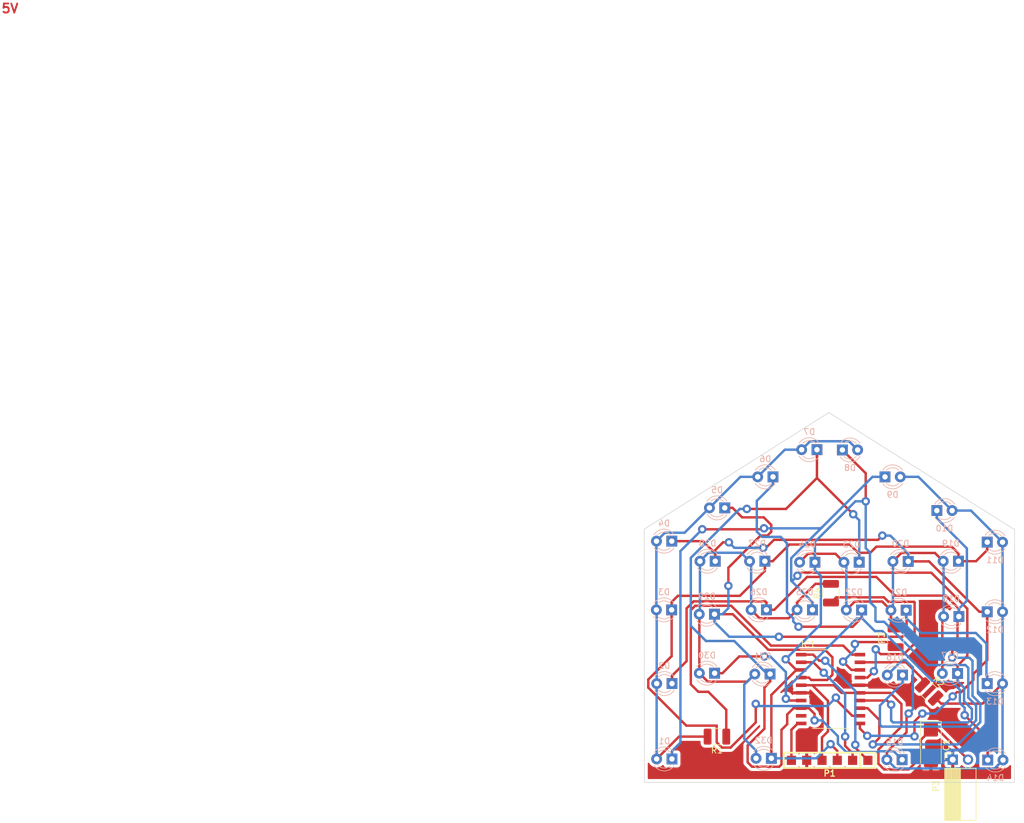
<source format=kicad_pcb>
(kicad_pcb (version 20171130) (host pcbnew "(5.1.4)-1")

  (general
    (thickness 1.6)
    (drawings 6)
    (tracks 498)
    (zones 0)
    (modules 41)
    (nets 23)
  )

  (page A3)
  (layers
    (0 F.Cu signal)
    (31 B.Cu signal)
    (32 B.Adhes user)
    (33 F.Adhes user)
    (34 B.Paste user)
    (35 F.Paste user)
    (36 B.SilkS user)
    (37 F.SilkS user)
    (38 B.Mask user)
    (39 F.Mask user)
    (40 Dwgs.User user)
    (41 Cmts.User user)
    (42 Eco1.User user)
    (43 Eco2.User user hide)
    (44 Edge.Cuts user)
  )

  (setup
    (last_trace_width 0.4)
    (trace_clearance 0.3)
    (zone_clearance 0.508)
    (zone_45_only no)
    (trace_min 0.254)
    (via_size 1.4)
    (via_drill 0.7)
    (via_min_size 0.889)
    (via_min_drill 0.508)
    (uvia_size 0.508)
    (uvia_drill 0.127)
    (uvias_allowed no)
    (uvia_min_size 0.508)
    (uvia_min_drill 0.127)
    (edge_width 0.1)
    (segment_width 0.2)
    (pcb_text_width 0.3)
    (pcb_text_size 1.5 1.5)
    (mod_edge_width 0.15)
    (mod_text_size 1 1)
    (mod_text_width 0.15)
    (pad_size 1.524 1.524)
    (pad_drill 0)
    (pad_to_mask_clearance 0)
    (aux_axis_origin 0 0)
    (visible_elements 7FFFFFFF)
    (pcbplotparams
      (layerselection 0x010c0_ffffffff)
      (usegerberextensions true)
      (usegerberattributes true)
      (usegerberadvancedattributes true)
      (creategerberjobfile true)
      (excludeedgelayer true)
      (linewidth 0.150000)
      (plotframeref false)
      (viasonmask false)
      (mode 1)
      (useauxorigin false)
      (hpglpennumber 1)
      (hpglpenspeed 20)
      (hpglpendiameter 15.000000)
      (psnegative false)
      (psa4output false)
      (plotreference true)
      (plotvalue true)
      (plotinvisibletext false)
      (padsonsilk false)
      (subtractmaskfromsilk false)
      (outputformat 1)
      (mirror false)
      (drillshape 0)
      (scaleselection 1)
      (outputdirectory "gerberit/"))
  )

  (net 0 "")
  (net 1 "Net-(D1-Pad1)")
  (net 2 "Net-(D1-Pad2)")
  (net 3 "Net-(D10-Pad1)")
  (net 4 "Net-(D11-Pad1)")
  (net 5 "Net-(D12-Pad1)")
  (net 6 "Net-(D13-Pad1)")
  (net 7 "Net-(D14-Pad1)")
  (net 8 "Net-(D15-Pad1)")
  (net 9 "Net-(D16-Pad1)")
  (net 10 "Net-(D10-Pad2)")
  (net 11 "Net-(D17-Pad2)")
  (net 12 "Net-(D25-Pad2)")
  (net 13 "Net-(IC1-Pad17)")
  (net 14 "Net-(IC1-Pad18)")
  (net 15 "Net-(IC1-Pad19)")
  (net 16 "Net-(IC1-Pad20)")
  (net 17 "Net-(IC1-Pad1)")
  (net 18 "Net-(IC1-Pad2)")
  (net 19 "Net-(IC1-Pad9)")
  (net 20 "Net-(IC1-Pad10)")
  (net 21 VCC)
  (net 22 GND)

  (net_class Default "This is the default net class."
    (clearance 0.3)
    (trace_width 0.4)
    (via_dia 1.4)
    (via_drill 0.7)
    (uvia_dia 0.508)
    (uvia_drill 0.127)
    (add_net GND)
    (add_net "Net-(D1-Pad1)")
    (add_net "Net-(D1-Pad2)")
    (add_net "Net-(D10-Pad1)")
    (add_net "Net-(D10-Pad2)")
    (add_net "Net-(D11-Pad1)")
    (add_net "Net-(D12-Pad1)")
    (add_net "Net-(D13-Pad1)")
    (add_net "Net-(D14-Pad1)")
    (add_net "Net-(D15-Pad1)")
    (add_net "Net-(D16-Pad1)")
    (add_net "Net-(D17-Pad2)")
    (add_net "Net-(D25-Pad2)")
    (add_net "Net-(IC1-Pad1)")
    (add_net "Net-(IC1-Pad10)")
    (add_net "Net-(IC1-Pad17)")
    (add_net "Net-(IC1-Pad18)")
    (add_net "Net-(IC1-Pad19)")
    (add_net "Net-(IC1-Pad2)")
    (add_net "Net-(IC1-Pad20)")
    (add_net "Net-(IC1-Pad9)")
    (add_net VCC)
  )

  (net_class joo ""
    (clearance 0.3)
    (trace_width 0.4)
    (via_dia 1.4)
    (via_drill 0.7)
    (uvia_dia 0.508)
    (uvia_drill 0.127)
  )

  (module uusi_possu:Ohjelmointiliitin (layer F.Cu) (tedit 546A10C7) (tstamp 5F907306)
    (at 256.39 156.36 180)
    (descr ohjelmointiliitin)
    (tags "CONN DEV")
    (path /546A0812)
    (fp_text reference P1 (at 0 -2.159) (layer F.SilkS)
      (effects (font (size 1.016 1.016) (thickness 0.2032)))
    )
    (fp_text value CONN_6 (at 0 2.159) (layer F.SilkS) hide
      (effects (font (size 1.016 0.889) (thickness 0.2032)))
    )
    (fp_line (start -7.62 1.27) (end -7.62 -1.27) (layer F.SilkS) (width 0.3048))
    (fp_line (start -7.62 -1.27) (end 7.62 -1.27) (layer F.SilkS) (width 0.3048))
    (fp_line (start 7.62 -1.27) (end 7.62 1.27) (layer F.SilkS) (width 0.3048))
    (fp_line (start 7.62 1.27) (end -7.62 1.27) (layer F.SilkS) (width 0.3048))
    (fp_line (start -5.08 1.27) (end -5.08 -1.27) (layer F.SilkS) (width 0.3048))
    (pad 6 smd rect (at 6.35 0 180) (size 1.524 1.524) (layers F.Cu F.Paste F.Mask)
      (net 20 "Net-(IC1-Pad10)"))
    (pad 5 smd rect (at 3.81 0 180) (size 1.524 1.524) (layers F.Cu F.Paste F.Mask)
      (net 22 GND))
    (pad 4 smd rect (at 1.27 0 180) (size 1.524 1.524) (layers F.Cu F.Paste F.Mask)
      (net 21 VCC))
    (pad 3 smd rect (at -1.27 0 180) (size 1.524 1.524) (layers F.Cu F.Paste F.Mask)
      (net 9 "Net-(D16-Pad1)"))
    (pad 2 smd rect (at -3.81 0 180) (size 1.524 1.524) (layers F.Cu F.Paste F.Mask)
      (net 18 "Net-(IC1-Pad2)"))
    (pad 1 smd rect (at -6.35 0 180) (size 1.524 1.524) (layers F.Cu F.Paste F.Mask)
      (net 17 "Net-(IC1-Pad1)"))
    (model pin_array/pins_array_6x1.wrl
      (at (xyz 0 0 0))
      (scale (xyz 1 1 1))
      (rotate (xyz 0 0 0))
    )
  )

  (module Connector_PinSocket_2.54mm:PinSocket_1x02_P2.54mm_Horizontal (layer F.Cu) (tedit 5A19A41B) (tstamp 5F90B380)
    (at 276.83 156.24 90)
    (descr "Through hole angled socket strip, 1x02, 2.54mm pitch, 8.51mm socket length, single row (from Kicad 4.0.7), script generated")
    (tags "Through hole angled socket strip THT 1x02 2.54mm single row")
    (path /5F97FCAA)
    (fp_text reference P3 (at -4.38 -2.77 90) (layer F.SilkS)
      (effects (font (size 1 1) (thickness 0.15)))
    )
    (fp_text value CONN_2 (at -4.38 5.31 90) (layer F.Fab)
      (effects (font (size 1 1) (thickness 0.15)))
    )
    (fp_line (start 1.75 4.35) (end 1.75 -1.75) (layer F.CrtYd) (width 0.05))
    (fp_line (start -10.55 4.35) (end 1.75 4.35) (layer F.CrtYd) (width 0.05))
    (fp_line (start -10.55 -1.75) (end -10.55 4.35) (layer F.CrtYd) (width 0.05))
    (fp_line (start 1.75 -1.75) (end -10.55 -1.75) (layer F.CrtYd) (width 0.05))
    (fp_line (start 0 -1.33) (end 1.11 -1.33) (layer F.SilkS) (width 0.12))
    (fp_line (start 1.11 -1.33) (end 1.11 0) (layer F.SilkS) (width 0.12))
    (fp_line (start -10.09 -1.33) (end -10.09 3.87) (layer F.SilkS) (width 0.12))
    (fp_line (start -10.09 3.87) (end -1.46 3.87) (layer F.SilkS) (width 0.12))
    (fp_line (start -1.46 -1.33) (end -1.46 3.87) (layer F.SilkS) (width 0.12))
    (fp_line (start -10.09 -1.33) (end -1.46 -1.33) (layer F.SilkS) (width 0.12))
    (fp_line (start -10.09 1.27) (end -1.46 1.27) (layer F.SilkS) (width 0.12))
    (fp_line (start -1.46 2.9) (end -1.05 2.9) (layer F.SilkS) (width 0.12))
    (fp_line (start -1.46 2.18) (end -1.05 2.18) (layer F.SilkS) (width 0.12))
    (fp_line (start -1.46 0.36) (end -1.11 0.36) (layer F.SilkS) (width 0.12))
    (fp_line (start -1.46 -0.36) (end -1.11 -0.36) (layer F.SilkS) (width 0.12))
    (fp_line (start -10.09 1.1519) (end -1.46 1.1519) (layer F.SilkS) (width 0.12))
    (fp_line (start -10.09 1.033805) (end -1.46 1.033805) (layer F.SilkS) (width 0.12))
    (fp_line (start -10.09 0.91571) (end -1.46 0.91571) (layer F.SilkS) (width 0.12))
    (fp_line (start -10.09 0.797615) (end -1.46 0.797615) (layer F.SilkS) (width 0.12))
    (fp_line (start -10.09 0.67952) (end -1.46 0.67952) (layer F.SilkS) (width 0.12))
    (fp_line (start -10.09 0.561425) (end -1.46 0.561425) (layer F.SilkS) (width 0.12))
    (fp_line (start -10.09 0.44333) (end -1.46 0.44333) (layer F.SilkS) (width 0.12))
    (fp_line (start -10.09 0.325235) (end -1.46 0.325235) (layer F.SilkS) (width 0.12))
    (fp_line (start -10.09 0.20714) (end -1.46 0.20714) (layer F.SilkS) (width 0.12))
    (fp_line (start -10.09 0.089045) (end -1.46 0.089045) (layer F.SilkS) (width 0.12))
    (fp_line (start -10.09 -0.02905) (end -1.46 -0.02905) (layer F.SilkS) (width 0.12))
    (fp_line (start -10.09 -0.147145) (end -1.46 -0.147145) (layer F.SilkS) (width 0.12))
    (fp_line (start -10.09 -0.26524) (end -1.46 -0.26524) (layer F.SilkS) (width 0.12))
    (fp_line (start -10.09 -0.383335) (end -1.46 -0.383335) (layer F.SilkS) (width 0.12))
    (fp_line (start -10.09 -0.50143) (end -1.46 -0.50143) (layer F.SilkS) (width 0.12))
    (fp_line (start -10.09 -0.619525) (end -1.46 -0.619525) (layer F.SilkS) (width 0.12))
    (fp_line (start -10.09 -0.73762) (end -1.46 -0.73762) (layer F.SilkS) (width 0.12))
    (fp_line (start -10.09 -0.855715) (end -1.46 -0.855715) (layer F.SilkS) (width 0.12))
    (fp_line (start -10.09 -0.97381) (end -1.46 -0.97381) (layer F.SilkS) (width 0.12))
    (fp_line (start -10.09 -1.091905) (end -1.46 -1.091905) (layer F.SilkS) (width 0.12))
    (fp_line (start -10.09 -1.21) (end -1.46 -1.21) (layer F.SilkS) (width 0.12))
    (fp_line (start 0 2.84) (end 0 2.24) (layer F.Fab) (width 0.1))
    (fp_line (start -1.52 2.84) (end 0 2.84) (layer F.Fab) (width 0.1))
    (fp_line (start 0 2.24) (end -1.52 2.24) (layer F.Fab) (width 0.1))
    (fp_line (start 0 0.3) (end 0 -0.3) (layer F.Fab) (width 0.1))
    (fp_line (start -1.52 0.3) (end 0 0.3) (layer F.Fab) (width 0.1))
    (fp_line (start 0 -0.3) (end -1.52 -0.3) (layer F.Fab) (width 0.1))
    (fp_line (start -10.03 3.81) (end -10.03 -1.27) (layer F.Fab) (width 0.1))
    (fp_line (start -1.52 3.81) (end -10.03 3.81) (layer F.Fab) (width 0.1))
    (fp_line (start -1.52 -0.3) (end -1.52 3.81) (layer F.Fab) (width 0.1))
    (fp_line (start -2.49 -1.27) (end -1.52 -0.3) (layer F.Fab) (width 0.1))
    (fp_line (start -10.03 -1.27) (end -2.49 -1.27) (layer F.Fab) (width 0.1))
    (fp_text user %R (at -5.775 1.27 90) (layer F.Fab)
      (effects (font (size 1 1) (thickness 0.15)))
    )
    (pad 1 thru_hole rect (at 0 0 90) (size 1.7 1.7) (drill 1) (layers *.Cu *.Mask)
      (net 22 GND))
    (pad 2 thru_hole oval (at 0 2.54 90) (size 1.7 1.7) (drill 1) (layers *.Cu *.Mask)
      (net 21 VCC))
    (model ${KISYS3DMOD}/Connector_PinSocket_2.54mm.3dshapes/PinSocket_1x02_P2.54mm_Horizontal.wrl
      (at (xyz 0 0 0))
      (scale (xyz 1 1 1))
      (rotate (xyz 0 0 0))
    )
  )

  (module ark:ark (layer F.Cu) (tedit 0) (tstamp 60CFCA5F)
    (at 256.19 128.68)
    (fp_text reference G*** (at 0 0) (layer F.SilkS) hide
      (effects (font (size 1.524 1.524) (thickness 0.3)))
    )
    (fp_text value LOGO (at 0.75 0) (layer F.SilkS) hide
      (effects (font (size 1.524 1.524) (thickness 0.3)))
    )
    (fp_poly (pts (xy 0.253381 -32.10534) (xy 0.692796 -31.840147) (xy 1.385822 -31.412648) (xy 2.313645 -30.834695)
      (xy 3.457448 -30.118145) (xy 4.798415 -29.274849) (xy 6.317732 -28.316663) (xy 7.996581 -27.25544)
      (xy 9.816148 -26.103035) (xy 11.757616 -24.871302) (xy 13.802171 -23.572094) (xy 15.930995 -22.217267)
      (xy 16.37599 -21.933806) (xy 32.484354 -11.67124) (xy 32.484354 32.484354) (xy 9.157823 32.484354)
      (xy 9.157823 11.404082) (xy 18.834014 11.404082) (xy 18.83312 5.39966) (xy 18.829615 3.904345)
      (xy 18.820083 2.44287) (xy 18.805335 1.070584) (xy 18.786181 -0.157167) (xy 18.763428 -1.185035)
      (xy 18.737887 -1.957674) (xy 18.720665 -2.289456) (xy 18.609103 -3.97415) (xy 13.65034 -3.97415)
      (xy 13.65034 4.665306) (xy 2.246259 4.665306) (xy 2.246259 -3.80136) (xy -2.073469 -3.80136)
      (xy -2.073469 4.665306) (xy -13.477551 4.665306) (xy -13.477551 -3.97415) (xy -18.436314 -3.97415)
      (xy -18.547875 -2.289456) (xy -18.574761 -1.706773) (xy -18.599371 -0.833862) (xy -18.620895 0.27393)
      (xy -18.638524 1.561255) (xy -18.651448 2.972766) (xy -18.658857 4.453116) (xy -18.66033 5.39966)
      (xy -18.661224 11.404082) (xy -8.985034 11.404082) (xy -8.985034 32.484354) (xy -32.311564 32.484354)
      (xy -32.311564 29.028572) (xy -28.855782 29.028572) (xy -12.440816 29.028572) (xy -12.440816 14.859864)
      (xy -22.170582 14.859864) (xy -22.0574 12.499891) (xy -22.034756 11.84992) (xy -22.013623 10.899512)
      (xy -21.994459 9.693806) (xy -21.977723 8.277943) (xy -21.963872 6.697061) (xy -21.953366 4.996301)
      (xy -21.946663 3.220802) (xy -21.94422 1.415704) (xy -21.944218 1.354993) (xy -21.944218 -7.429932)
      (xy -10.021769 -7.429932) (xy -10.021769 1.209524) (xy -5.529252 1.209524) (xy -5.529252 -7.257143)
      (xy 5.702041 -7.257143) (xy 5.702041 1.209524) (xy 10.194558 1.209524) (xy 10.194558 -7.429932)
      (xy 22.117007 -7.429932) (xy 22.117007 1.354993) (xy 22.119298 3.160302) (xy 22.125866 4.937531)
      (xy 22.136251 6.641539) (xy 22.149997 8.227187) (xy 22.166644 9.649336) (xy 22.185733 10.862846)
      (xy 22.206808 11.822577) (xy 22.229408 12.483389) (xy 22.230189 12.499891) (xy 22.343372 14.859864)
      (xy 12.613606 14.859864) (xy 12.613606 29.028572) (xy 29.028572 29.028572) (xy 29.017522 -9.935374)
      (xy 26.992775 -11.184529) (xy 26.533524 -11.469841) (xy 25.808054 -11.923158) (xy 24.842424 -12.528101)
      (xy 23.662694 -13.268293) (xy 22.294925 -14.127356) (xy 20.765177 -15.088911) (xy 19.099509 -16.136582)
      (xy 17.323982 -17.25399) (xy 15.464657 -18.424757) (xy 13.547592 -19.632506) (xy 12.529068 -20.274431)
      (xy 0.090109 -28.115178) (xy -1.207666 -27.301375) (xy -1.561702 -27.078892) (xy -2.182306 -26.68835)
      (xy -3.04371 -26.145981) (xy -4.120147 -25.46802) (xy -5.385848 -24.670701) (xy -6.815045 -23.770256)
      (xy -8.381971 -22.78292) (xy -10.060858 -21.724927) (xy -11.825938 -20.612509) (xy -13.651443 -19.461901)
      (xy -13.823129 -19.353682) (xy -15.670144 -18.189774) (xy -17.472026 -17.054928) (xy -19.201427 -15.966329)
      (xy -20.831001 -14.941165) (xy -22.333401 -13.99662) (xy -23.681278 -13.149883) (xy -24.847286 -12.418138)
      (xy -25.804077 -11.818573) (xy -26.524304 -11.368375) (xy -26.98062 -11.084728) (xy -26.992197 -11.077583)
      (xy -28.843579 -9.935374) (xy -28.84968 9.546599) (xy -28.855782 29.028572) (xy -32.311564 29.028572)
      (xy -32.311564 -11.67124) (xy -16.203201 -21.933806) (xy -14.059429 -23.298569) (xy -11.996071 -24.610142)
      (xy -10.031942 -25.856669) (xy -8.185859 -27.026298) (xy -6.476637 -28.107174) (xy -4.923091 -29.087443)
      (xy -3.544039 -29.955251) (xy -2.358294 -30.698744) (xy -1.384674 -31.306068) (xy -0.641994 -31.765368)
      (xy -0.149069 -32.064791) (xy 0.075284 -32.192482) (xy 0.086395 -32.196372) (xy 0.253381 -32.10534)) (layer Eco2.User) (width 0.01))
  )

  (module uusi_possu:SO-20_12.8x7.5mm_P1.27mm_extended (layer F.Cu) (tedit 5F92879C) (tstamp 5F92EC6E)
    (at 256.54 144.52)
    (descr "SO-20, 12.8x7.5mm, https://www.nxp.com/docs/en/data-sheet/SA605.pdf")
    (tags "S0-20 ")
    (path /545FB5CE)
    (attr smd)
    (fp_text reference IC1 (at -3.69 -7.42 180) (layer F.SilkS)
      (effects (font (size 1 1) (thickness 0.15)))
    )
    (fp_text value ATTINY861-S (at 0 7.99 180) (layer F.Fab)
      (effects (font (size 1 1) (thickness 0.15)))
    )
    (fp_line (start -5.7 6.7) (end -5.7 -6.7) (layer F.CrtYd) (width 0.05))
    (fp_line (start 5.7 6.7) (end -5.7 6.7) (layer F.CrtYd) (width 0.05))
    (fp_line (start 5.7 -6.7) (end 5.7 6.7) (layer F.CrtYd) (width 0.05))
    (fp_line (start -5.7 -6.7) (end 5.7 -6.7) (layer F.CrtYd) (width 0.05))
    (fp_line (start -5 -6.53) (end 0 -6.53) (layer F.SilkS) (width 0.12))
    (fp_line (start -3 6.53) (end 3 6.53) (layer F.SilkS) (width 0.12))
    (fp_line (start -2.2 -5.4) (end -1.2 -6.4) (layer F.Fab) (width 0.1))
    (fp_line (start -2.2 6.4) (end -2.2 -5.4) (layer F.Fab) (width 0.1))
    (fp_line (start 2.2 6.4) (end -2.2 6.4) (layer F.Fab) (width 0.1))
    (fp_line (start 2.2 -6.4) (end 2.2 6.4) (layer F.Fab) (width 0.1))
    (fp_line (start -1.2 -6.4) (end 2.2 -6.4) (layer F.Fab) (width 0.1))
    (fp_text user %R (at 0 0 180) (layer F.Fab)
      (effects (font (size 1 1) (thickness 0.15)))
    )
    (pad 20 smd rect (at 4.875 -5.715) (size 1.75 0.6) (layers F.Cu F.Paste F.Mask)
      (net 16 "Net-(IC1-Pad20)"))
    (pad 19 smd rect (at 4.875 -4.445) (size 1.75 0.6) (layers F.Cu F.Paste F.Mask)
      (net 15 "Net-(IC1-Pad19)"))
    (pad 18 smd rect (at 4.875 -3.175) (size 1.75 0.6) (layers F.Cu F.Paste F.Mask)
      (net 14 "Net-(IC1-Pad18)"))
    (pad 17 smd rect (at 4.875 -1.905) (size 1.75 0.6) (layers F.Cu F.Paste F.Mask)
      (net 13 "Net-(IC1-Pad17)"))
    (pad 16 smd rect (at 4.875 -0.635) (size 1.75 0.6) (layers F.Cu F.Paste F.Mask)
      (net 22 GND))
    (pad 15 smd rect (at 4.875 0.635) (size 1.75 0.6) (layers F.Cu F.Paste F.Mask)
      (net 21 VCC))
    (pad 14 smd rect (at 4.875 1.905) (size 1.75 0.6) (layers F.Cu F.Paste F.Mask)
      (net 1 "Net-(D1-Pad1)"))
    (pad 13 smd rect (at 4.875 3.175) (size 1.75 0.6) (layers F.Cu F.Paste F.Mask)
      (net 3 "Net-(D10-Pad1)"))
    (pad 12 smd rect (at 4.875 4.445) (size 1.75 0.6) (layers F.Cu F.Paste F.Mask)
      (net 4 "Net-(D11-Pad1)"))
    (pad 11 smd rect (at 4.875 5.715) (size 1.75 0.6) (layers F.Cu F.Paste F.Mask)
      (net 5 "Net-(D12-Pad1)"))
    (pad 10 smd rect (at -4.875 5.715) (size 1.75 0.6) (layers F.Cu F.Paste F.Mask)
      (net 20 "Net-(IC1-Pad10)"))
    (pad 9 smd rect (at -4.875 4.445) (size 1.75 0.6) (layers F.Cu F.Paste F.Mask)
      (net 19 "Net-(IC1-Pad9)"))
    (pad 8 smd rect (at -4.875 3.175) (size 1.75 0.6) (layers F.Cu F.Paste F.Mask)
      (net 8 "Net-(D15-Pad1)"))
    (pad 7 smd rect (at -4.875 1.905) (size 1.75 0.6) (layers F.Cu F.Paste F.Mask)
      (net 7 "Net-(D14-Pad1)"))
    (pad 1 smd rect (at -4.875 -5.715) (size 1.75 0.6) (layers F.Cu F.Paste F.Mask)
      (net 17 "Net-(IC1-Pad1)"))
    (pad 2 smd rect (at -4.875 -4.445) (size 1.75 0.6) (layers F.Cu F.Paste F.Mask)
      (net 18 "Net-(IC1-Pad2)"))
    (pad 3 smd rect (at -4.875 -3.175) (size 1.75 0.6) (layers F.Cu F.Paste F.Mask)
      (net 9 "Net-(D16-Pad1)"))
    (pad 4 smd rect (at -4.875 -1.905) (size 1.75 0.6) (layers F.Cu F.Paste F.Mask)
      (net 6 "Net-(D13-Pad1)"))
    (pad 5 smd rect (at -4.875 -0.635) (size 1.75 0.6) (layers F.Cu F.Paste F.Mask)
      (net 21 VCC))
    (pad 6 smd rect (at -4.875 0.635) (size 1.75 0.6) (layers F.Cu F.Paste F.Mask)
      (net 22 GND))
    (model ${KISYS3DMOD}/Package_SO.3dshapes/SO-20_12.8x7.5mm_P1.27mm.wrl
      (at (xyz 0 0 0))
      (scale (xyz 1 1 1))
      (rotate (xyz 0 0 0))
    )
  )

  (module LED_THT:LED_D3.0mm (layer B.Cu) (tedit 587A3A7B) (tstamp 5FB3E886)
    (at 237.27 132.09 180)
    (descr "LED, diameter 3.0mm, 2 pins")
    (tags "LED diameter 3.0mm 2 pins")
    (path /545FB6EB)
    (fp_text reference D29 (at 1.27 2.96) (layer B.SilkS)
      (effects (font (size 1 1) (thickness 0.15)) (justify mirror))
    )
    (fp_text value LED (at 1.27 -2.96) (layer B.Fab)
      (effects (font (size 1 1) (thickness 0.15)) (justify mirror))
    )
    (fp_line (start 3.7 2.25) (end -1.15 2.25) (layer B.CrtYd) (width 0.05))
    (fp_line (start 3.7 -2.25) (end 3.7 2.25) (layer B.CrtYd) (width 0.05))
    (fp_line (start -1.15 -2.25) (end 3.7 -2.25) (layer B.CrtYd) (width 0.05))
    (fp_line (start -1.15 2.25) (end -1.15 -2.25) (layer B.CrtYd) (width 0.05))
    (fp_line (start -0.29 -1.08) (end -0.29 -1.236) (layer B.SilkS) (width 0.12))
    (fp_line (start -0.29 1.236) (end -0.29 1.08) (layer B.SilkS) (width 0.12))
    (fp_line (start -0.23 1.16619) (end -0.23 -1.16619) (layer B.Fab) (width 0.1))
    (fp_circle (center 1.27 0) (end 2.77 0) (layer B.Fab) (width 0.1))
    (fp_arc (start 1.27 0) (end -0.23 1.16619) (angle -284.3) (layer B.Fab) (width 0.1))
    (fp_arc (start 1.27 0) (end -0.29 1.235516) (angle -108.8) (layer B.SilkS) (width 0.12))
    (fp_arc (start 1.27 0) (end -0.29 -1.235516) (angle 108.8) (layer B.SilkS) (width 0.12))
    (fp_arc (start 1.27 0) (end 0.229039 1.08) (angle -87.9) (layer B.SilkS) (width 0.12))
    (fp_arc (start 1.27 0) (end 0.229039 -1.08) (angle 87.9) (layer B.SilkS) (width 0.12))
    (pad 1 thru_hole rect (at 0 0 180) (size 1.8 1.8) (drill 0.9) (layers *.Cu *.Mask)
      (net 6 "Net-(D13-Pad1)"))
    (pad 2 thru_hole circle (at 2.54 0 180) (size 1.8 1.8) (drill 0.9) (layers *.Cu *.Mask)
      (net 12 "Net-(D25-Pad2)"))
    (model ${KISYS3DMOD}/LED_THT.3dshapes/LED_D3.0mm.wrl
      (at (xyz 0 0 0))
      (scale (xyz 1 1 1))
      (rotate (xyz 0 0 0))
    )
  )

  (module LED_THT:LED_D3.0mm (layer B.Cu) (tedit 587A3A7B) (tstamp 5FB414D7)
    (at 265.58 109.28)
    (descr "LED, diameter 3.0mm, 2 pins")
    (tags "LED diameter 3.0mm 2 pins")
    (path /545FB6B5)
    (fp_text reference D9 (at 1.27 2.96) (layer B.SilkS)
      (effects (font (size 1 1) (thickness 0.15)) (justify mirror))
    )
    (fp_text value LED (at 1.27 -2.96) (layer B.Fab)
      (effects (font (size 1 1) (thickness 0.15)) (justify mirror))
    )
    (fp_line (start 3.7 2.25) (end -1.15 2.25) (layer B.CrtYd) (width 0.05))
    (fp_line (start 3.7 -2.25) (end 3.7 2.25) (layer B.CrtYd) (width 0.05))
    (fp_line (start -1.15 -2.25) (end 3.7 -2.25) (layer B.CrtYd) (width 0.05))
    (fp_line (start -1.15 2.25) (end -1.15 -2.25) (layer B.CrtYd) (width 0.05))
    (fp_line (start -0.29 -1.08) (end -0.29 -1.236) (layer B.SilkS) (width 0.12))
    (fp_line (start -0.29 1.236) (end -0.29 1.08) (layer B.SilkS) (width 0.12))
    (fp_line (start -0.23 1.16619) (end -0.23 -1.16619) (layer B.Fab) (width 0.1))
    (fp_circle (center 1.27 0) (end 2.77 0) (layer B.Fab) (width 0.1))
    (fp_arc (start 1.27 0) (end -0.23 1.16619) (angle -284.3) (layer B.Fab) (width 0.1))
    (fp_arc (start 1.27 0) (end -0.29 1.235516) (angle -108.8) (layer B.SilkS) (width 0.12))
    (fp_arc (start 1.27 0) (end -0.29 -1.235516) (angle 108.8) (layer B.SilkS) (width 0.12))
    (fp_arc (start 1.27 0) (end 0.229039 1.08) (angle -87.9) (layer B.SilkS) (width 0.12))
    (fp_arc (start 1.27 0) (end 0.229039 -1.08) (angle 87.9) (layer B.SilkS) (width 0.12))
    (pad 1 thru_hole rect (at 0 0) (size 1.8 1.8) (drill 0.9) (layers *.Cu *.Mask)
      (net 1 "Net-(D1-Pad1)"))
    (pad 2 thru_hole circle (at 2.54 0) (size 1.8 1.8) (drill 0.9) (layers *.Cu *.Mask)
      (net 10 "Net-(D10-Pad2)"))
    (model ${KISYS3DMOD}/LED_THT.3dshapes/LED_D3.0mm.wrl
      (at (xyz 0 0 0))
      (scale (xyz 1 1 1))
      (rotate (xyz 0 0 0))
    )
  )

  (module LED_THT:LED_D3.0mm (layer B.Cu) (tedit 587A3A7B) (tstamp 5FB4140A)
    (at 282.56 120.13)
    (descr "LED, diameter 3.0mm, 2 pins")
    (tags "LED diameter 3.0mm 2 pins")
    (path /545FB697)
    (fp_text reference D11 (at 1.27 2.96) (layer B.SilkS)
      (effects (font (size 1 1) (thickness 0.15)) (justify mirror))
    )
    (fp_text value LED (at 1.27 -2.96) (layer B.Fab)
      (effects (font (size 1 1) (thickness 0.15)) (justify mirror))
    )
    (fp_circle (center 1.27 0) (end 2.77 0) (layer B.Fab) (width 0.1))
    (fp_line (start -0.23 1.16619) (end -0.23 -1.16619) (layer B.Fab) (width 0.1))
    (fp_line (start -0.29 1.236) (end -0.29 1.08) (layer B.SilkS) (width 0.12))
    (fp_line (start -0.29 -1.08) (end -0.29 -1.236) (layer B.SilkS) (width 0.12))
    (fp_line (start -1.15 2.25) (end -1.15 -2.25) (layer B.CrtYd) (width 0.05))
    (fp_line (start -1.15 -2.25) (end 3.7 -2.25) (layer B.CrtYd) (width 0.05))
    (fp_line (start 3.7 -2.25) (end 3.7 2.25) (layer B.CrtYd) (width 0.05))
    (fp_line (start 3.7 2.25) (end -1.15 2.25) (layer B.CrtYd) (width 0.05))
    (fp_arc (start 1.27 0) (end 0.229039 -1.08) (angle 87.9) (layer B.SilkS) (width 0.12))
    (fp_arc (start 1.27 0) (end 0.229039 1.08) (angle -87.9) (layer B.SilkS) (width 0.12))
    (fp_arc (start 1.27 0) (end -0.29 -1.235516) (angle 108.8) (layer B.SilkS) (width 0.12))
    (fp_arc (start 1.27 0) (end -0.29 1.235516) (angle -108.8) (layer B.SilkS) (width 0.12))
    (fp_arc (start 1.27 0) (end -0.23 1.16619) (angle -284.3) (layer B.Fab) (width 0.1))
    (pad 2 thru_hole circle (at 2.54 0) (size 1.8 1.8) (drill 0.9) (layers *.Cu *.Mask)
      (net 10 "Net-(D10-Pad2)"))
    (pad 1 thru_hole rect (at 0 0) (size 1.8 1.8) (drill 0.9) (layers *.Cu *.Mask)
      (net 4 "Net-(D11-Pad1)"))
    (model ${KISYS3DMOD}/LED_THT.3dshapes/LED_D3.0mm.wrl
      (at (xyz 0 0 0))
      (scale (xyz 1 1 1))
      (rotate (xyz 0 0 0))
    )
  )

  (module LED_THT:LED_D3.0mm (layer B.Cu) (tedit 587A3A7B) (tstamp 5FB41340)
    (at 282.56 131.69)
    (descr "LED, diameter 3.0mm, 2 pins")
    (tags "LED diameter 3.0mm 2 pins")
    (path /545FB691)
    (fp_text reference D12 (at 1.27 2.96) (layer B.SilkS)
      (effects (font (size 1 1) (thickness 0.15)) (justify mirror))
    )
    (fp_text value LED (at 1.27 -2.96) (layer B.Fab)
      (effects (font (size 1 1) (thickness 0.15)) (justify mirror))
    )
    (fp_line (start 3.7 2.25) (end -1.15 2.25) (layer B.CrtYd) (width 0.05))
    (fp_line (start 3.7 -2.25) (end 3.7 2.25) (layer B.CrtYd) (width 0.05))
    (fp_line (start -1.15 -2.25) (end 3.7 -2.25) (layer B.CrtYd) (width 0.05))
    (fp_line (start -1.15 2.25) (end -1.15 -2.25) (layer B.CrtYd) (width 0.05))
    (fp_line (start -0.29 -1.08) (end -0.29 -1.236) (layer B.SilkS) (width 0.12))
    (fp_line (start -0.29 1.236) (end -0.29 1.08) (layer B.SilkS) (width 0.12))
    (fp_line (start -0.23 1.16619) (end -0.23 -1.16619) (layer B.Fab) (width 0.1))
    (fp_circle (center 1.27 0) (end 2.77 0) (layer B.Fab) (width 0.1))
    (fp_arc (start 1.27 0) (end -0.23 1.16619) (angle -284.3) (layer B.Fab) (width 0.1))
    (fp_arc (start 1.27 0) (end -0.29 1.235516) (angle -108.8) (layer B.SilkS) (width 0.12))
    (fp_arc (start 1.27 0) (end -0.29 -1.235516) (angle 108.8) (layer B.SilkS) (width 0.12))
    (fp_arc (start 1.27 0) (end 0.229039 1.08) (angle -87.9) (layer B.SilkS) (width 0.12))
    (fp_arc (start 1.27 0) (end 0.229039 -1.08) (angle 87.9) (layer B.SilkS) (width 0.12))
    (pad 1 thru_hole rect (at 0 0) (size 1.8 1.8) (drill 0.9) (layers *.Cu *.Mask)
      (net 5 "Net-(D12-Pad1)"))
    (pad 2 thru_hole circle (at 2.54 0) (size 1.8 1.8) (drill 0.9) (layers *.Cu *.Mask)
      (net 10 "Net-(D10-Pad2)"))
    (model ${KISYS3DMOD}/LED_THT.3dshapes/LED_D3.0mm.wrl
      (at (xyz 0 0 0))
      (scale (xyz 1 1 1))
      (rotate (xyz 0 0 0))
    )
  )

  (module LED_THT:LED_D3.0mm (layer B.Cu) (tedit 587A3A7B) (tstamp 5FB410AA)
    (at 282.56 143.62)
    (descr "LED, diameter 3.0mm, 2 pins")
    (tags "LED diameter 3.0mm 2 pins")
    (path /545FB68B)
    (fp_text reference D13 (at 1.27 2.96) (layer B.SilkS)
      (effects (font (size 1 1) (thickness 0.15)) (justify mirror))
    )
    (fp_text value LED (at 1.27 -2.96) (layer B.Fab)
      (effects (font (size 1 1) (thickness 0.15)) (justify mirror))
    )
    (fp_circle (center 1.27 0) (end 2.77 0) (layer B.Fab) (width 0.1))
    (fp_line (start -0.23 1.16619) (end -0.23 -1.16619) (layer B.Fab) (width 0.1))
    (fp_line (start -0.29 1.236) (end -0.29 1.08) (layer B.SilkS) (width 0.12))
    (fp_line (start -0.29 -1.08) (end -0.29 -1.236) (layer B.SilkS) (width 0.12))
    (fp_line (start -1.15 2.25) (end -1.15 -2.25) (layer B.CrtYd) (width 0.05))
    (fp_line (start -1.15 -2.25) (end 3.7 -2.25) (layer B.CrtYd) (width 0.05))
    (fp_line (start 3.7 -2.25) (end 3.7 2.25) (layer B.CrtYd) (width 0.05))
    (fp_line (start 3.7 2.25) (end -1.15 2.25) (layer B.CrtYd) (width 0.05))
    (fp_arc (start 1.27 0) (end 0.229039 -1.08) (angle 87.9) (layer B.SilkS) (width 0.12))
    (fp_arc (start 1.27 0) (end 0.229039 1.08) (angle -87.9) (layer B.SilkS) (width 0.12))
    (fp_arc (start 1.27 0) (end -0.29 -1.235516) (angle 108.8) (layer B.SilkS) (width 0.12))
    (fp_arc (start 1.27 0) (end -0.29 1.235516) (angle -108.8) (layer B.SilkS) (width 0.12))
    (fp_arc (start 1.27 0) (end -0.23 1.16619) (angle -284.3) (layer B.Fab) (width 0.1))
    (pad 2 thru_hole circle (at 2.54 0) (size 1.8 1.8) (drill 0.9) (layers *.Cu *.Mask)
      (net 10 "Net-(D10-Pad2)"))
    (pad 1 thru_hole rect (at 0 0) (size 1.8 1.8) (drill 0.9) (layers *.Cu *.Mask)
      (net 6 "Net-(D13-Pad1)"))
    (model ${KISYS3DMOD}/LED_THT.3dshapes/LED_D3.0mm.wrl
      (at (xyz 0 0 0))
      (scale (xyz 1 1 1))
      (rotate (xyz 0 0 0))
    )
  )

  (module LED_THT:LED_D3.0mm (layer B.Cu) (tedit 587A3A7B) (tstamp 5FB40041)
    (at 268.5 142.2 180)
    (descr "LED, diameter 3.0mm, 2 pins")
    (tags "LED diameter 3.0mm 2 pins")
    (path /545FB69D)
    (fp_text reference D16 (at 1.27 2.96) (layer B.SilkS)
      (effects (font (size 1 1) (thickness 0.15)) (justify mirror))
    )
    (fp_text value LED (at 1.27 -2.96) (layer B.Fab)
      (effects (font (size 1 1) (thickness 0.15)) (justify mirror))
    )
    (fp_circle (center 1.27 0) (end 2.77 0) (layer B.Fab) (width 0.1))
    (fp_line (start -0.23 1.16619) (end -0.23 -1.16619) (layer B.Fab) (width 0.1))
    (fp_line (start -0.29 1.236) (end -0.29 1.08) (layer B.SilkS) (width 0.12))
    (fp_line (start -0.29 -1.08) (end -0.29 -1.236) (layer B.SilkS) (width 0.12))
    (fp_line (start -1.15 2.25) (end -1.15 -2.25) (layer B.CrtYd) (width 0.05))
    (fp_line (start -1.15 -2.25) (end 3.7 -2.25) (layer B.CrtYd) (width 0.05))
    (fp_line (start 3.7 -2.25) (end 3.7 2.25) (layer B.CrtYd) (width 0.05))
    (fp_line (start 3.7 2.25) (end -1.15 2.25) (layer B.CrtYd) (width 0.05))
    (fp_arc (start 1.27 0) (end 0.229039 -1.08) (angle 87.9) (layer B.SilkS) (width 0.12))
    (fp_arc (start 1.27 0) (end 0.229039 1.08) (angle -87.9) (layer B.SilkS) (width 0.12))
    (fp_arc (start 1.27 0) (end -0.29 -1.235516) (angle 108.8) (layer B.SilkS) (width 0.12))
    (fp_arc (start 1.27 0) (end -0.29 1.235516) (angle -108.8) (layer B.SilkS) (width 0.12))
    (fp_arc (start 1.27 0) (end -0.23 1.16619) (angle -284.3) (layer B.Fab) (width 0.1))
    (pad 2 thru_hole circle (at 2.54 0 180) (size 1.8 1.8) (drill 0.9) (layers *.Cu *.Mask)
      (net 10 "Net-(D10-Pad2)"))
    (pad 1 thru_hole rect (at 0 0 180) (size 1.8 1.8) (drill 0.9) (layers *.Cu *.Mask)
      (net 9 "Net-(D16-Pad1)"))
    (model ${KISYS3DMOD}/LED_THT.3dshapes/LED_D3.0mm.wrl
      (at (xyz 0 0 0))
      (scale (xyz 1 1 1))
      (rotate (xyz 0 0 0))
    )
  )

  (module LED_THT:LED_D3.0mm (layer B.Cu) (tedit 587A3A7B) (tstamp 5FB3E984)
    (at 254.28 104.77 180)
    (descr "LED, diameter 3.0mm, 2 pins")
    (tags "LED diameter 3.0mm 2 pins")
    (path /545FB672)
    (fp_text reference D7 (at 1.27 2.96) (layer B.SilkS)
      (effects (font (size 1 1) (thickness 0.15)) (justify mirror))
    )
    (fp_text value LED (at 1.27 -2.96) (layer B.Fab)
      (effects (font (size 1 1) (thickness 0.15)) (justify mirror))
    )
    (fp_line (start 3.7 2.25) (end -1.15 2.25) (layer B.CrtYd) (width 0.05))
    (fp_line (start 3.7 -2.25) (end 3.7 2.25) (layer B.CrtYd) (width 0.05))
    (fp_line (start -1.15 -2.25) (end 3.7 -2.25) (layer B.CrtYd) (width 0.05))
    (fp_line (start -1.15 2.25) (end -1.15 -2.25) (layer B.CrtYd) (width 0.05))
    (fp_line (start -0.29 -1.08) (end -0.29 -1.236) (layer B.SilkS) (width 0.12))
    (fp_line (start -0.29 1.236) (end -0.29 1.08) (layer B.SilkS) (width 0.12))
    (fp_line (start -0.23 1.16619) (end -0.23 -1.16619) (layer B.Fab) (width 0.1))
    (fp_circle (center 1.27 0) (end 2.77 0) (layer B.Fab) (width 0.1))
    (fp_arc (start 1.27 0) (end -0.23 1.16619) (angle -284.3) (layer B.Fab) (width 0.1))
    (fp_arc (start 1.27 0) (end -0.29 1.235516) (angle -108.8) (layer B.SilkS) (width 0.12))
    (fp_arc (start 1.27 0) (end -0.29 -1.235516) (angle 108.8) (layer B.SilkS) (width 0.12))
    (fp_arc (start 1.27 0) (end 0.229039 1.08) (angle -87.9) (layer B.SilkS) (width 0.12))
    (fp_arc (start 1.27 0) (end 0.229039 -1.08) (angle 87.9) (layer B.SilkS) (width 0.12))
    (pad 1 thru_hole rect (at 0 0 180) (size 1.8 1.8) (drill 0.9) (layers *.Cu *.Mask)
      (net 8 "Net-(D15-Pad1)"))
    (pad 2 thru_hole circle (at 2.54 0 180) (size 1.8 1.8) (drill 0.9) (layers *.Cu *.Mask)
      (net 2 "Net-(D1-Pad2)"))
    (model ${KISYS3DMOD}/LED_THT.3dshapes/LED_D3.0mm.wrl
      (at (xyz 0 0 0))
      (scale (xyz 1 1 1))
      (rotate (xyz 0 0 0))
    )
  )

  (module LED_THT:LED_D3.0mm (layer B.Cu) (tedit 587A3A7B) (tstamp 5FB3E972)
    (at 246.98 109.28 180)
    (descr "LED, diameter 3.0mm, 2 pins")
    (tags "LED diameter 3.0mm 2 pins")
    (path /545FB678)
    (fp_text reference D6 (at 1.27 2.96) (layer B.SilkS)
      (effects (font (size 1 1) (thickness 0.15)) (justify mirror))
    )
    (fp_text value LED (at 1.27 -2.96) (layer B.Fab)
      (effects (font (size 1 1) (thickness 0.15)) (justify mirror))
    )
    (fp_circle (center 1.27 0) (end 2.77 0) (layer B.Fab) (width 0.1))
    (fp_line (start -0.23 1.16619) (end -0.23 -1.16619) (layer B.Fab) (width 0.1))
    (fp_line (start -0.29 1.236) (end -0.29 1.08) (layer B.SilkS) (width 0.12))
    (fp_line (start -0.29 -1.08) (end -0.29 -1.236) (layer B.SilkS) (width 0.12))
    (fp_line (start -1.15 2.25) (end -1.15 -2.25) (layer B.CrtYd) (width 0.05))
    (fp_line (start -1.15 -2.25) (end 3.7 -2.25) (layer B.CrtYd) (width 0.05))
    (fp_line (start 3.7 -2.25) (end 3.7 2.25) (layer B.CrtYd) (width 0.05))
    (fp_line (start 3.7 2.25) (end -1.15 2.25) (layer B.CrtYd) (width 0.05))
    (fp_arc (start 1.27 0) (end 0.229039 -1.08) (angle 87.9) (layer B.SilkS) (width 0.12))
    (fp_arc (start 1.27 0) (end 0.229039 1.08) (angle -87.9) (layer B.SilkS) (width 0.12))
    (fp_arc (start 1.27 0) (end -0.29 -1.235516) (angle 108.8) (layer B.SilkS) (width 0.12))
    (fp_arc (start 1.27 0) (end -0.29 1.235516) (angle -108.8) (layer B.SilkS) (width 0.12))
    (fp_arc (start 1.27 0) (end -0.23 1.16619) (angle -284.3) (layer B.Fab) (width 0.1))
    (pad 2 thru_hole circle (at 2.54 0 180) (size 1.8 1.8) (drill 0.9) (layers *.Cu *.Mask)
      (net 2 "Net-(D1-Pad2)"))
    (pad 1 thru_hole rect (at 0 0 180) (size 1.8 1.8) (drill 0.9) (layers *.Cu *.Mask)
      (net 7 "Net-(D14-Pad1)"))
    (model ${KISYS3DMOD}/LED_THT.3dshapes/LED_D3.0mm.wrl
      (at (xyz 0 0 0))
      (scale (xyz 1 1 1))
      (rotate (xyz 0 0 0))
    )
  )

  (module LED_THT:LED_D3.0mm (layer B.Cu) (tedit 587A3A7B) (tstamp 5FB3E94C)
    (at 230.2 156.13 180)
    (descr "LED, diameter 3.0mm, 2 pins")
    (tags "LED diameter 3.0mm 2 pins")
    (path /545FB684)
    (fp_text reference D1 (at 1.27 2.96) (layer B.SilkS)
      (effects (font (size 1 1) (thickness 0.15)) (justify mirror))
    )
    (fp_text value LED (at 1.27 -2.96) (layer B.Fab)
      (effects (font (size 1 1) (thickness 0.15)) (justify mirror))
    )
    (fp_circle (center 1.27 0) (end 2.77 0) (layer B.Fab) (width 0.1))
    (fp_line (start -0.23 1.16619) (end -0.23 -1.16619) (layer B.Fab) (width 0.1))
    (fp_line (start -0.29 1.236) (end -0.29 1.08) (layer B.SilkS) (width 0.12))
    (fp_line (start -0.29 -1.08) (end -0.29 -1.236) (layer B.SilkS) (width 0.12))
    (fp_line (start -1.15 2.25) (end -1.15 -2.25) (layer B.CrtYd) (width 0.05))
    (fp_line (start -1.15 -2.25) (end 3.7 -2.25) (layer B.CrtYd) (width 0.05))
    (fp_line (start 3.7 -2.25) (end 3.7 2.25) (layer B.CrtYd) (width 0.05))
    (fp_line (start 3.7 2.25) (end -1.15 2.25) (layer B.CrtYd) (width 0.05))
    (fp_arc (start 1.27 0) (end 0.229039 -1.08) (angle 87.9) (layer B.SilkS) (width 0.12))
    (fp_arc (start 1.27 0) (end 0.229039 1.08) (angle -87.9) (layer B.SilkS) (width 0.12))
    (fp_arc (start 1.27 0) (end -0.29 -1.235516) (angle 108.8) (layer B.SilkS) (width 0.12))
    (fp_arc (start 1.27 0) (end -0.29 1.235516) (angle -108.8) (layer B.SilkS) (width 0.12))
    (fp_arc (start 1.27 0) (end -0.23 1.16619) (angle -284.3) (layer B.Fab) (width 0.1))
    (pad 2 thru_hole circle (at 2.54 0 180) (size 1.8 1.8) (drill 0.9) (layers *.Cu *.Mask)
      (net 2 "Net-(D1-Pad2)"))
    (pad 1 thru_hole rect (at 0 0 180) (size 1.8 1.8) (drill 0.9) (layers *.Cu *.Mask)
      (net 1 "Net-(D1-Pad1)"))
    (model ${KISYS3DMOD}/LED_THT.3dshapes/LED_D3.0mm.wrl
      (at (xyz 0 0 0))
      (scale (xyz 1 1 1))
      (rotate (xyz 0 0 0))
    )
  )

  (module LED_THT:LED_D3.0mm (layer B.Cu) (tedit 587A3A7B) (tstamp 5FB3E928)
    (at 230.15 131.37 180)
    (descr "LED, diameter 3.0mm, 2 pins")
    (tags "LED diameter 3.0mm 2 pins")
    (path /545FB653)
    (fp_text reference D3 (at 1.27 2.96) (layer B.SilkS)
      (effects (font (size 1 1) (thickness 0.15)) (justify mirror))
    )
    (fp_text value LED (at 1.27 -2.96) (layer B.Fab)
      (effects (font (size 1 1) (thickness 0.15)) (justify mirror))
    )
    (fp_line (start 3.7 2.25) (end -1.15 2.25) (layer B.CrtYd) (width 0.05))
    (fp_line (start 3.7 -2.25) (end 3.7 2.25) (layer B.CrtYd) (width 0.05))
    (fp_line (start -1.15 -2.25) (end 3.7 -2.25) (layer B.CrtYd) (width 0.05))
    (fp_line (start -1.15 2.25) (end -1.15 -2.25) (layer B.CrtYd) (width 0.05))
    (fp_line (start -0.29 -1.08) (end -0.29 -1.236) (layer B.SilkS) (width 0.12))
    (fp_line (start -0.29 1.236) (end -0.29 1.08) (layer B.SilkS) (width 0.12))
    (fp_line (start -0.23 1.16619) (end -0.23 -1.16619) (layer B.Fab) (width 0.1))
    (fp_circle (center 1.27 0) (end 2.77 0) (layer B.Fab) (width 0.1))
    (fp_arc (start 1.27 0) (end -0.23 1.16619) (angle -284.3) (layer B.Fab) (width 0.1))
    (fp_arc (start 1.27 0) (end -0.29 1.235516) (angle -108.8) (layer B.SilkS) (width 0.12))
    (fp_arc (start 1.27 0) (end -0.29 -1.235516) (angle 108.8) (layer B.SilkS) (width 0.12))
    (fp_arc (start 1.27 0) (end 0.229039 1.08) (angle -87.9) (layer B.SilkS) (width 0.12))
    (fp_arc (start 1.27 0) (end 0.229039 -1.08) (angle 87.9) (layer B.SilkS) (width 0.12))
    (pad 1 thru_hole rect (at 0 0 180) (size 1.8 1.8) (drill 0.9) (layers *.Cu *.Mask)
      (net 4 "Net-(D11-Pad1)"))
    (pad 2 thru_hole circle (at 2.54 0 180) (size 1.8 1.8) (drill 0.9) (layers *.Cu *.Mask)
      (net 2 "Net-(D1-Pad2)"))
    (model ${KISYS3DMOD}/LED_THT.3dshapes/LED_D3.0mm.wrl
      (at (xyz 0 0 0))
      (scale (xyz 1 1 1))
      (rotate (xyz 0 0 0))
    )
  )

  (module LED_THT:LED_D3.0mm (layer B.Cu) (tedit 587A3A7B) (tstamp 5FB3E916)
    (at 230.17 119.96 180)
    (descr "LED, diameter 3.0mm, 2 pins")
    (tags "LED diameter 3.0mm 2 pins")
    (path /545FB644)
    (fp_text reference D4 (at 1.27 2.96) (layer B.SilkS)
      (effects (font (size 1 1) (thickness 0.15)) (justify mirror))
    )
    (fp_text value LED (at 1.27 -2.96) (layer B.Fab)
      (effects (font (size 1 1) (thickness 0.15)) (justify mirror))
    )
    (fp_circle (center 1.27 0) (end 2.77 0) (layer B.Fab) (width 0.1))
    (fp_line (start -0.23 1.16619) (end -0.23 -1.16619) (layer B.Fab) (width 0.1))
    (fp_line (start -0.29 1.236) (end -0.29 1.08) (layer B.SilkS) (width 0.12))
    (fp_line (start -0.29 -1.08) (end -0.29 -1.236) (layer B.SilkS) (width 0.12))
    (fp_line (start -1.15 2.25) (end -1.15 -2.25) (layer B.CrtYd) (width 0.05))
    (fp_line (start -1.15 -2.25) (end 3.7 -2.25) (layer B.CrtYd) (width 0.05))
    (fp_line (start 3.7 -2.25) (end 3.7 2.25) (layer B.CrtYd) (width 0.05))
    (fp_line (start 3.7 2.25) (end -1.15 2.25) (layer B.CrtYd) (width 0.05))
    (fp_arc (start 1.27 0) (end 0.229039 -1.08) (angle 87.9) (layer B.SilkS) (width 0.12))
    (fp_arc (start 1.27 0) (end 0.229039 1.08) (angle -87.9) (layer B.SilkS) (width 0.12))
    (fp_arc (start 1.27 0) (end -0.29 -1.235516) (angle 108.8) (layer B.SilkS) (width 0.12))
    (fp_arc (start 1.27 0) (end -0.29 1.235516) (angle -108.8) (layer B.SilkS) (width 0.12))
    (fp_arc (start 1.27 0) (end -0.23 1.16619) (angle -284.3) (layer B.Fab) (width 0.1))
    (pad 2 thru_hole circle (at 2.54 0 180) (size 1.8 1.8) (drill 0.9) (layers *.Cu *.Mask)
      (net 2 "Net-(D1-Pad2)"))
    (pad 1 thru_hole rect (at 0 0 180) (size 1.8 1.8) (drill 0.9) (layers *.Cu *.Mask)
      (net 5 "Net-(D12-Pad1)"))
    (model ${KISYS3DMOD}/LED_THT.3dshapes/LED_D3.0mm.wrl
      (at (xyz 0 0 0))
      (scale (xyz 1 1 1))
      (rotate (xyz 0 0 0))
    )
  )

  (module LED_THT:LED_D3.0mm (layer B.Cu) (tedit 587A3A7B) (tstamp 5FB3E8E0)
    (at 230.21 143.61 180)
    (descr "LED, diameter 3.0mm, 2 pins")
    (tags "LED diameter 3.0mm 2 pins")
    (path /545FB67E)
    (fp_text reference D2 (at 1.27 2.96 180) (layer B.SilkS)
      (effects (font (size 1 1) (thickness 0.15)) (justify mirror))
    )
    (fp_text value LED (at 1.27 -2.96 180) (layer B.Fab)
      (effects (font (size 1 1) (thickness 0.15)) (justify mirror))
    )
    (fp_line (start 3.7 2.25) (end -1.15 2.25) (layer B.CrtYd) (width 0.05))
    (fp_line (start 3.7 -2.25) (end 3.7 2.25) (layer B.CrtYd) (width 0.05))
    (fp_line (start -1.15 -2.25) (end 3.7 -2.25) (layer B.CrtYd) (width 0.05))
    (fp_line (start -1.15 2.25) (end -1.15 -2.25) (layer B.CrtYd) (width 0.05))
    (fp_line (start -0.29 -1.08) (end -0.29 -1.236) (layer B.SilkS) (width 0.12))
    (fp_line (start -0.29 1.236) (end -0.29 1.08) (layer B.SilkS) (width 0.12))
    (fp_line (start -0.23 1.16619) (end -0.23 -1.16619) (layer B.Fab) (width 0.1))
    (fp_circle (center 1.27 0) (end 2.77 0) (layer B.Fab) (width 0.1))
    (fp_arc (start 1.27 0) (end -0.23 1.16619) (angle -284.3) (layer B.Fab) (width 0.1))
    (fp_arc (start 1.27 0) (end -0.29 1.235516) (angle -108.8) (layer B.SilkS) (width 0.12))
    (fp_arc (start 1.27 0) (end -0.29 -1.235516) (angle 108.8) (layer B.SilkS) (width 0.12))
    (fp_arc (start 1.27 0) (end 0.229039 1.08) (angle -87.9) (layer B.SilkS) (width 0.12))
    (fp_arc (start 1.27 0) (end 0.229039 -1.08) (angle 87.9) (layer B.SilkS) (width 0.12))
    (pad 1 thru_hole rect (at 0 0 180) (size 1.8 1.8) (drill 0.9) (layers *.Cu *.Mask)
      (net 3 "Net-(D10-Pad1)"))
    (pad 2 thru_hole circle (at 2.54 0 180) (size 1.8 1.8) (drill 0.9) (layers *.Cu *.Mask)
      (net 2 "Net-(D1-Pad2)"))
    (model ${KISYS3DMOD}/LED_THT.3dshapes/LED_D3.0mm.wrl
      (at (xyz 0 0 0))
      (scale (xyz 1 1 1))
      (rotate (xyz 0 0 0))
    )
  )

  (module LED_THT:LED_D3.0mm (layer B.Cu) (tedit 587A3A7B) (tstamp 5FB3E8CE)
    (at 238.97 114.43 180)
    (descr "LED, diameter 3.0mm, 2 pins")
    (tags "LED diameter 3.0mm 2 pins")
    (path /545FB610)
    (fp_text reference D5 (at 1.27 2.96) (layer B.SilkS)
      (effects (font (size 1 1) (thickness 0.15)) (justify mirror))
    )
    (fp_text value LED (at 1.27 -2.96) (layer B.Fab)
      (effects (font (size 1 1) (thickness 0.15)) (justify mirror))
    )
    (fp_line (start 3.7 2.25) (end -1.15 2.25) (layer B.CrtYd) (width 0.05))
    (fp_line (start 3.7 -2.25) (end 3.7 2.25) (layer B.CrtYd) (width 0.05))
    (fp_line (start -1.15 -2.25) (end 3.7 -2.25) (layer B.CrtYd) (width 0.05))
    (fp_line (start -1.15 2.25) (end -1.15 -2.25) (layer B.CrtYd) (width 0.05))
    (fp_line (start -0.29 -1.08) (end -0.29 -1.236) (layer B.SilkS) (width 0.12))
    (fp_line (start -0.29 1.236) (end -0.29 1.08) (layer B.SilkS) (width 0.12))
    (fp_line (start -0.23 1.16619) (end -0.23 -1.16619) (layer B.Fab) (width 0.1))
    (fp_circle (center 1.27 0) (end 2.77 0) (layer B.Fab) (width 0.1))
    (fp_arc (start 1.27 0) (end -0.23 1.16619) (angle -284.3) (layer B.Fab) (width 0.1))
    (fp_arc (start 1.27 0) (end -0.29 1.235516) (angle -108.8) (layer B.SilkS) (width 0.12))
    (fp_arc (start 1.27 0) (end -0.29 -1.235516) (angle 108.8) (layer B.SilkS) (width 0.12))
    (fp_arc (start 1.27 0) (end 0.229039 1.08) (angle -87.9) (layer B.SilkS) (width 0.12))
    (fp_arc (start 1.27 0) (end 0.229039 -1.08) (angle 87.9) (layer B.SilkS) (width 0.12))
    (pad 1 thru_hole rect (at 0 0 180) (size 1.8 1.8) (drill 0.9) (layers *.Cu *.Mask)
      (net 6 "Net-(D13-Pad1)"))
    (pad 2 thru_hole circle (at 2.54 0 180) (size 1.8 1.8) (drill 0.9) (layers *.Cu *.Mask)
      (net 2 "Net-(D1-Pad2)"))
    (model ${KISYS3DMOD}/LED_THT.3dshapes/LED_D3.0mm.wrl
      (at (xyz 0 0 0))
      (scale (xyz 1 1 1))
      (rotate (xyz 0 0 0))
    )
  )

  (module LED_THT:LED_D3.0mm (layer B.Cu) (tedit 587A3A7B) (tstamp 5F93B3FB)
    (at 282.64 156.31)
    (descr "LED, diameter 3.0mm, 2 pins")
    (tags "LED diameter 3.0mm 2 pins")
    (path /545FB6A9)
    (fp_text reference D14 (at 1.27 2.96) (layer B.SilkS)
      (effects (font (size 1 1) (thickness 0.15)) (justify mirror))
    )
    (fp_text value LED (at 1.27 -2.96) (layer B.Fab)
      (effects (font (size 1 1) (thickness 0.15)) (justify mirror))
    )
    (fp_circle (center 1.27 0) (end 2.77 0) (layer B.Fab) (width 0.1))
    (fp_line (start -0.23 1.16619) (end -0.23 -1.16619) (layer B.Fab) (width 0.1))
    (fp_line (start -0.29 1.236) (end -0.29 1.08) (layer B.SilkS) (width 0.12))
    (fp_line (start -0.29 -1.08) (end -0.29 -1.236) (layer B.SilkS) (width 0.12))
    (fp_line (start -1.15 2.25) (end -1.15 -2.25) (layer B.CrtYd) (width 0.05))
    (fp_line (start -1.15 -2.25) (end 3.7 -2.25) (layer B.CrtYd) (width 0.05))
    (fp_line (start 3.7 -2.25) (end 3.7 2.25) (layer B.CrtYd) (width 0.05))
    (fp_line (start 3.7 2.25) (end -1.15 2.25) (layer B.CrtYd) (width 0.05))
    (fp_arc (start 1.27 0) (end -0.23 1.16619) (angle -284.3) (layer B.Fab) (width 0.1))
    (fp_arc (start 1.27 0) (end -0.29 1.235516) (angle -108.8) (layer B.SilkS) (width 0.12))
    (fp_arc (start 1.27 0) (end -0.29 -1.235516) (angle 108.8) (layer B.SilkS) (width 0.12))
    (fp_arc (start 1.27 0) (end 0.229039 1.08) (angle -87.9) (layer B.SilkS) (width 0.12))
    (fp_arc (start 1.27 0) (end 0.229039 -1.08) (angle 87.9) (layer B.SilkS) (width 0.12))
    (pad 1 thru_hole rect (at 0 0) (size 1.8 1.8) (drill 0.9) (layers *.Cu *.Mask)
      (net 7 "Net-(D14-Pad1)"))
    (pad 2 thru_hole circle (at 2.54 0) (size 1.8 1.8) (drill 0.9) (layers *.Cu *.Mask)
      (net 10 "Net-(D10-Pad2)"))
    (model ${KISYS3DMOD}/LED_THT.3dshapes/LED_D3.0mm.wrl
      (at (xyz 0 0 0))
      (scale (xyz 1 1 1))
      (rotate (xyz 0 0 0))
    )
  )

  (module Capacitor_Tantalum_SMD:CP_EIA-6032-15_Kemet-U_Pad2.25x2.35mm_HandSolder (layer F.Cu) (tedit 5EBA9318) (tstamp 5F906500)
    (at 273.21 153.83 270)
    (descr "Tantalum Capacitor SMD Kemet-U (6032-15 Metric), IPC_7351 nominal, (Body size from: http://www.kemet.com/Lists/ProductCatalog/Attachments/253/KEM_TC101_STD.pdf), generated with kicad-footprint-generator")
    (tags "capacitor tantalum")
    (path /5460D4EF)
    (attr smd)
    (fp_text reference C1 (at 0 -2.55 90) (layer F.SilkS)
      (effects (font (size 1 1) (thickness 0.15)))
    )
    (fp_text value CP1 (at 0 2.55 90) (layer F.Fab)
      (effects (font (size 1 1) (thickness 0.15)))
    )
    (fp_line (start 3.92 1.85) (end -3.92 1.85) (layer F.CrtYd) (width 0.05))
    (fp_line (start 3.92 -1.85) (end 3.92 1.85) (layer F.CrtYd) (width 0.05))
    (fp_line (start -3.92 -1.85) (end 3.92 -1.85) (layer F.CrtYd) (width 0.05))
    (fp_line (start -3.92 1.85) (end -3.92 -1.85) (layer F.CrtYd) (width 0.05))
    (fp_line (start -3.935 1.71) (end 3 1.71) (layer F.SilkS) (width 0.12))
    (fp_line (start -3.935 -1.71) (end -3.935 1.71) (layer F.SilkS) (width 0.12))
    (fp_line (start 3 -1.71) (end -3.935 -1.71) (layer F.SilkS) (width 0.12))
    (fp_line (start 3 1.6) (end 3 -1.6) (layer F.Fab) (width 0.1))
    (fp_line (start -3 1.6) (end 3 1.6) (layer F.Fab) (width 0.1))
    (fp_line (start -3 -0.8) (end -3 1.6) (layer F.Fab) (width 0.1))
    (fp_line (start -2.2 -1.6) (end -3 -0.8) (layer F.Fab) (width 0.1))
    (fp_line (start 3 -1.6) (end -2.2 -1.6) (layer F.Fab) (width 0.1))
    (fp_text user %R (at 0 0 90) (layer F.Fab)
      (effects (font (size 1 1) (thickness 0.15)))
    )
    (pad 1 smd roundrect (at -2.55 0 270) (size 2.25 2.35) (layers F.Cu F.Paste F.Mask) (roundrect_rratio 0.111111)
      (net 21 VCC))
    (pad 2 smd roundrect (at 2.55 0 270) (size 2.25 2.35) (layers F.Cu F.Paste F.Mask) (roundrect_rratio 0.111111)
      (net 22 GND))
    (model ${KISYS3DMOD}/Capacitor_Tantalum_SMD.3dshapes/CP_EIA-6032-15_Kemet-U.wrl
      (at (xyz 0 0 0))
      (scale (xyz 1 1 1))
      (rotate (xyz 0 0 0))
    )
  )

  (module Resistor_SMD:R_1210_3225Metric_Pad1.30x2.65mm_HandSolder (layer F.Cu) (tedit 5F68FEEE) (tstamp 5F905D81)
    (at 237.67 152.42 180)
    (descr "Resistor SMD 1210 (3225 Metric), square (rectangular) end terminal, IPC_7351 nominal with elongated pad for handsoldering. (Body size source: IPC-SM-782 page 72, https://www.pcb-3d.com/wordpress/wp-content/uploads/ipc-sm-782a_amendment_1_and_2.pdf), generated with kicad-footprint-generator")
    (tags "resistor handsolder")
    (path /545FBE51)
    (attr smd)
    (fp_text reference R1 (at 0 -2.28) (layer F.SilkS)
      (effects (font (size 1 1) (thickness 0.15)))
    )
    (fp_text value 110 (at 0 2.28) (layer F.Fab)
      (effects (font (size 1 1) (thickness 0.15)))
    )
    (fp_line (start 2.45 1.58) (end -2.45 1.58) (layer F.CrtYd) (width 0.05))
    (fp_line (start 2.45 -1.58) (end 2.45 1.58) (layer F.CrtYd) (width 0.05))
    (fp_line (start -2.45 -1.58) (end 2.45 -1.58) (layer F.CrtYd) (width 0.05))
    (fp_line (start -2.45 1.58) (end -2.45 -1.58) (layer F.CrtYd) (width 0.05))
    (fp_line (start -0.723737 1.355) (end 0.723737 1.355) (layer F.SilkS) (width 0.12))
    (fp_line (start -0.723737 -1.355) (end 0.723737 -1.355) (layer F.SilkS) (width 0.12))
    (fp_line (start 1.6 1.245) (end -1.6 1.245) (layer F.Fab) (width 0.1))
    (fp_line (start 1.6 -1.245) (end 1.6 1.245) (layer F.Fab) (width 0.1))
    (fp_line (start -1.6 -1.245) (end 1.6 -1.245) (layer F.Fab) (width 0.1))
    (fp_line (start -1.6 1.245) (end -1.6 -1.245) (layer F.Fab) (width 0.1))
    (fp_text user %R (at 0 0) (layer F.Fab)
      (effects (font (size 0.8 0.8) (thickness 0.12)))
    )
    (pad 1 smd roundrect (at -1.55 0 180) (size 1.3 2.65) (layers F.Cu F.Paste F.Mask) (roundrect_rratio 0.192308)
      (net 16 "Net-(IC1-Pad20)"))
    (pad 2 smd roundrect (at 1.55 0 180) (size 1.3 2.65) (layers F.Cu F.Paste F.Mask) (roundrect_rratio 0.192308)
      (net 2 "Net-(D1-Pad2)"))
    (model ${KISYS3DMOD}/Resistor_SMD.3dshapes/R_1210_3225Metric.wrl
      (at (xyz 0 0 0))
      (scale (xyz 1 1 1))
      (rotate (xyz 0 0 0))
    )
  )

  (module Resistor_SMD:R_1210_3225Metric_Pad1.30x2.65mm_HandSolder (layer F.Cu) (tedit 5F68FEEE) (tstamp 5F905D91)
    (at 272.89 144.93 315)
    (descr "Resistor SMD 1210 (3225 Metric), square (rectangular) end terminal, IPC_7351 nominal with elongated pad for handsoldering. (Body size source: IPC-SM-782 page 72, https://www.pcb-3d.com/wordpress/wp-content/uploads/ipc-sm-782a_amendment_1_and_2.pdf), generated with kicad-footprint-generator")
    (tags "resistor handsolder")
    (path /545FBE60)
    (attr smd)
    (fp_text reference R2 (at 0 -2.28 135) (layer F.SilkS)
      (effects (font (size 1 1) (thickness 0.15)))
    )
    (fp_text value 110 (at 0 2.28 135) (layer F.Fab)
      (effects (font (size 1 1) (thickness 0.15)))
    )
    (fp_line (start -1.6 1.245) (end -1.6 -1.245) (layer F.Fab) (width 0.1))
    (fp_line (start -1.6 -1.245) (end 1.6 -1.245) (layer F.Fab) (width 0.1))
    (fp_line (start 1.6 -1.245) (end 1.6 1.245) (layer F.Fab) (width 0.1))
    (fp_line (start 1.6 1.245) (end -1.6 1.245) (layer F.Fab) (width 0.1))
    (fp_line (start -0.723737 -1.355) (end 0.723737 -1.355) (layer F.SilkS) (width 0.12))
    (fp_line (start -0.723737 1.355) (end 0.723737 1.355) (layer F.SilkS) (width 0.12))
    (fp_line (start -2.45 1.58) (end -2.45 -1.58) (layer F.CrtYd) (width 0.05))
    (fp_line (start -2.45 -1.58) (end 2.45 -1.58) (layer F.CrtYd) (width 0.05))
    (fp_line (start 2.45 -1.58) (end 2.45 1.58) (layer F.CrtYd) (width 0.05))
    (fp_line (start 2.45 1.58) (end -2.45 1.58) (layer F.CrtYd) (width 0.05))
    (fp_text user %R (at 0 0 135) (layer F.Fab)
      (effects (font (size 0.8 0.8) (thickness 0.12)))
    )
    (pad 2 smd roundrect (at 1.55 0 315) (size 1.3 2.65) (layers F.Cu F.Paste F.Mask) (roundrect_rratio 0.192308)
      (net 10 "Net-(D10-Pad2)"))
    (pad 1 smd roundrect (at -1.55 0 315) (size 1.3 2.65) (layers F.Cu F.Paste F.Mask) (roundrect_rratio 0.192308)
      (net 15 "Net-(IC1-Pad19)"))
    (model ${KISYS3DMOD}/Resistor_SMD.3dshapes/R_1210_3225Metric.wrl
      (at (xyz 0 0 0))
      (scale (xyz 1 1 1))
      (rotate (xyz 0 0 0))
    )
  )

  (module Resistor_SMD:R_1210_3225Metric_Pad1.30x2.65mm_HandSolder (layer F.Cu) (tedit 5F68FEEE) (tstamp 5F905DA1)
    (at 267.34 136.02 90)
    (descr "Resistor SMD 1210 (3225 Metric), square (rectangular) end terminal, IPC_7351 nominal with elongated pad for handsoldering. (Body size source: IPC-SM-782 page 72, https://www.pcb-3d.com/wordpress/wp-content/uploads/ipc-sm-782a_amendment_1_and_2.pdf), generated with kicad-footprint-generator")
    (tags "resistor handsolder")
    (path /545FBE6F)
    (attr smd)
    (fp_text reference R3 (at 0 -2.28 90) (layer F.SilkS)
      (effects (font (size 1 1) (thickness 0.15)))
    )
    (fp_text value 110 (at 0 2.28 90) (layer F.Fab)
      (effects (font (size 1 1) (thickness 0.15)))
    )
    (fp_line (start 2.45 1.58) (end -2.45 1.58) (layer F.CrtYd) (width 0.05))
    (fp_line (start 2.45 -1.58) (end 2.45 1.58) (layer F.CrtYd) (width 0.05))
    (fp_line (start -2.45 -1.58) (end 2.45 -1.58) (layer F.CrtYd) (width 0.05))
    (fp_line (start -2.45 1.58) (end -2.45 -1.58) (layer F.CrtYd) (width 0.05))
    (fp_line (start -0.723737 1.355) (end 0.723737 1.355) (layer F.SilkS) (width 0.12))
    (fp_line (start -0.723737 -1.355) (end 0.723737 -1.355) (layer F.SilkS) (width 0.12))
    (fp_line (start 1.6 1.245) (end -1.6 1.245) (layer F.Fab) (width 0.1))
    (fp_line (start 1.6 -1.245) (end 1.6 1.245) (layer F.Fab) (width 0.1))
    (fp_line (start -1.6 -1.245) (end 1.6 -1.245) (layer F.Fab) (width 0.1))
    (fp_line (start -1.6 1.245) (end -1.6 -1.245) (layer F.Fab) (width 0.1))
    (fp_text user %R (at 0 0 90) (layer F.Fab)
      (effects (font (size 0.8 0.8) (thickness 0.12)))
    )
    (pad 1 smd roundrect (at -1.55 0 90) (size 1.3 2.65) (layers F.Cu F.Paste F.Mask) (roundrect_rratio 0.192308)
      (net 14 "Net-(IC1-Pad18)"))
    (pad 2 smd roundrect (at 1.55 0 90) (size 1.3 2.65) (layers F.Cu F.Paste F.Mask) (roundrect_rratio 0.192308)
      (net 11 "Net-(D17-Pad2)"))
    (model ${KISYS3DMOD}/Resistor_SMD.3dshapes/R_1210_3225Metric.wrl
      (at (xyz 0 0 0))
      (scale (xyz 1 1 1))
      (rotate (xyz 0 0 0))
    )
  )

  (module Resistor_SMD:R_1210_3225Metric_Pad1.30x2.65mm_HandSolder (layer F.Cu) (tedit 5F68FEEE) (tstamp 5F905DB1)
    (at 256.61 128.6 90)
    (descr "Resistor SMD 1210 (3225 Metric), square (rectangular) end terminal, IPC_7351 nominal with elongated pad for handsoldering. (Body size source: IPC-SM-782 page 72, https://www.pcb-3d.com/wordpress/wp-content/uploads/ipc-sm-782a_amendment_1_and_2.pdf), generated with kicad-footprint-generator")
    (tags "resistor handsolder")
    (path /545FBE7E)
    (attr smd)
    (fp_text reference R4 (at 0 -2.28 90) (layer F.SilkS)
      (effects (font (size 1 1) (thickness 0.15)))
    )
    (fp_text value 110 (at 0 2.28 90) (layer F.Fab)
      (effects (font (size 1 1) (thickness 0.15)))
    )
    (fp_line (start -1.6 1.245) (end -1.6 -1.245) (layer F.Fab) (width 0.1))
    (fp_line (start -1.6 -1.245) (end 1.6 -1.245) (layer F.Fab) (width 0.1))
    (fp_line (start 1.6 -1.245) (end 1.6 1.245) (layer F.Fab) (width 0.1))
    (fp_line (start 1.6 1.245) (end -1.6 1.245) (layer F.Fab) (width 0.1))
    (fp_line (start -0.723737 -1.355) (end 0.723737 -1.355) (layer F.SilkS) (width 0.12))
    (fp_line (start -0.723737 1.355) (end 0.723737 1.355) (layer F.SilkS) (width 0.12))
    (fp_line (start -2.45 1.58) (end -2.45 -1.58) (layer F.CrtYd) (width 0.05))
    (fp_line (start -2.45 -1.58) (end 2.45 -1.58) (layer F.CrtYd) (width 0.05))
    (fp_line (start 2.45 -1.58) (end 2.45 1.58) (layer F.CrtYd) (width 0.05))
    (fp_line (start 2.45 1.58) (end -2.45 1.58) (layer F.CrtYd) (width 0.05))
    (fp_text user %R (at 0 0 90) (layer F.Fab)
      (effects (font (size 0.8 0.8) (thickness 0.12)))
    )
    (pad 2 smd roundrect (at 1.55 0 90) (size 1.3 2.65) (layers F.Cu F.Paste F.Mask) (roundrect_rratio 0.192308)
      (net 12 "Net-(D25-Pad2)"))
    (pad 1 smd roundrect (at -1.55 0 90) (size 1.3 2.65) (layers F.Cu F.Paste F.Mask) (roundrect_rratio 0.192308)
      (net 13 "Net-(IC1-Pad17)"))
    (model ${KISYS3DMOD}/Resistor_SMD.3dshapes/R_1210_3225Metric.wrl
      (at (xyz 0 0 0))
      (scale (xyz 1 1 1))
      (rotate (xyz 0 0 0))
    )
  )

  (module LED_THT:LED_D3.0mm (layer B.Cu) (tedit 587A3A7B) (tstamp 5FB4002E)
    (at 268.43 156.25 180)
    (descr "LED, diameter 3.0mm, 2 pins")
    (tags "LED diameter 3.0mm 2 pins")
    (path /545FB6A3)
    (fp_text reference D15 (at 1.27 2.96) (layer B.SilkS)
      (effects (font (size 1 1) (thickness 0.15)) (justify mirror))
    )
    (fp_text value LED (at 1.27 -2.96) (layer B.Fab)
      (effects (font (size 1 1) (thickness 0.15)) (justify mirror))
    )
    (fp_line (start 3.7 2.25) (end -1.15 2.25) (layer B.CrtYd) (width 0.05))
    (fp_line (start 3.7 -2.25) (end 3.7 2.25) (layer B.CrtYd) (width 0.05))
    (fp_line (start -1.15 -2.25) (end 3.7 -2.25) (layer B.CrtYd) (width 0.05))
    (fp_line (start -1.15 2.25) (end -1.15 -2.25) (layer B.CrtYd) (width 0.05))
    (fp_line (start -0.29 -1.08) (end -0.29 -1.236) (layer B.SilkS) (width 0.12))
    (fp_line (start -0.29 1.236) (end -0.29 1.08) (layer B.SilkS) (width 0.12))
    (fp_line (start -0.23 1.16619) (end -0.23 -1.16619) (layer B.Fab) (width 0.1))
    (fp_circle (center 1.27 0) (end 2.77 0) (layer B.Fab) (width 0.1))
    (fp_arc (start 1.27 0) (end -0.23 1.16619) (angle -284.3) (layer B.Fab) (width 0.1))
    (fp_arc (start 1.27 0) (end -0.29 1.235516) (angle -108.8) (layer B.SilkS) (width 0.12))
    (fp_arc (start 1.27 0) (end -0.29 -1.235516) (angle 108.8) (layer B.SilkS) (width 0.12))
    (fp_arc (start 1.27 0) (end 0.229039 1.08) (angle -87.9) (layer B.SilkS) (width 0.12))
    (fp_arc (start 1.27 0) (end 0.229039 -1.08) (angle 87.9) (layer B.SilkS) (width 0.12))
    (pad 1 thru_hole rect (at 0 0 180) (size 1.8 1.8) (drill 0.9) (layers *.Cu *.Mask)
      (net 8 "Net-(D15-Pad1)"))
    (pad 2 thru_hole circle (at 2.54 0 180) (size 1.8 1.8) (drill 0.9) (layers *.Cu *.Mask)
      (net 10 "Net-(D10-Pad2)"))
    (model ${KISYS3DMOD}/LED_THT.3dshapes/LED_D3.0mm.wrl
      (at (xyz 0 0 0))
      (scale (xyz 1 1 1))
      (rotate (xyz 0 0 0))
    )
  )

  (module LED_THT:LED_D3.0mm (layer B.Cu) (tedit 587A3A7B) (tstamp 5FB40054)
    (at 277.64 141.93 180)
    (descr "LED, diameter 3.0mm, 2 pins")
    (tags "LED diameter 3.0mm 2 pins")
    (path /545FB6E5)
    (fp_text reference D17 (at 1.27 2.96) (layer B.SilkS)
      (effects (font (size 1 1) (thickness 0.15)) (justify mirror))
    )
    (fp_text value LED (at 1.27 -2.96) (layer B.Fab)
      (effects (font (size 1 1) (thickness 0.15)) (justify mirror))
    )
    (fp_circle (center 1.27 0) (end 2.77 0) (layer B.Fab) (width 0.1))
    (fp_line (start -0.23 1.16619) (end -0.23 -1.16619) (layer B.Fab) (width 0.1))
    (fp_line (start -0.29 1.236) (end -0.29 1.08) (layer B.SilkS) (width 0.12))
    (fp_line (start -0.29 -1.08) (end -0.29 -1.236) (layer B.SilkS) (width 0.12))
    (fp_line (start -1.15 2.25) (end -1.15 -2.25) (layer B.CrtYd) (width 0.05))
    (fp_line (start -1.15 -2.25) (end 3.7 -2.25) (layer B.CrtYd) (width 0.05))
    (fp_line (start 3.7 -2.25) (end 3.7 2.25) (layer B.CrtYd) (width 0.05))
    (fp_line (start 3.7 2.25) (end -1.15 2.25) (layer B.CrtYd) (width 0.05))
    (fp_arc (start 1.27 0) (end 0.229039 -1.08) (angle 87.9) (layer B.SilkS) (width 0.12))
    (fp_arc (start 1.27 0) (end 0.229039 1.08) (angle -87.9) (layer B.SilkS) (width 0.12))
    (fp_arc (start 1.27 0) (end -0.29 -1.235516) (angle 108.8) (layer B.SilkS) (width 0.12))
    (fp_arc (start 1.27 0) (end -0.29 1.235516) (angle -108.8) (layer B.SilkS) (width 0.12))
    (fp_arc (start 1.27 0) (end -0.23 1.16619) (angle -284.3) (layer B.Fab) (width 0.1))
    (pad 2 thru_hole circle (at 2.54 0 180) (size 1.8 1.8) (drill 0.9) (layers *.Cu *.Mask)
      (net 11 "Net-(D17-Pad2)"))
    (pad 1 thru_hole rect (at 0 0 180) (size 1.8 1.8) (drill 0.9) (layers *.Cu *.Mask)
      (net 1 "Net-(D1-Pad1)"))
    (model ${KISYS3DMOD}/LED_THT.3dshapes/LED_D3.0mm.wrl
      (at (xyz 0 0 0))
      (scale (xyz 1 1 1))
      (rotate (xyz 0 0 0))
    )
  )

  (module LED_THT:LED_D3.0mm (layer B.Cu) (tedit 587A3A7B) (tstamp 5FB40067)
    (at 277.85 132.48 180)
    (descr "LED, diameter 3.0mm, 2 pins")
    (tags "LED diameter 3.0mm 2 pins")
    (path /545FB6DF)
    (fp_text reference D18 (at 1.27 2.96) (layer B.SilkS)
      (effects (font (size 1 1) (thickness 0.15)) (justify mirror))
    )
    (fp_text value LED (at 1.27 -2.96) (layer B.Fab)
      (effects (font (size 1 1) (thickness 0.15)) (justify mirror))
    )
    (fp_line (start 3.7 2.25) (end -1.15 2.25) (layer B.CrtYd) (width 0.05))
    (fp_line (start 3.7 -2.25) (end 3.7 2.25) (layer B.CrtYd) (width 0.05))
    (fp_line (start -1.15 -2.25) (end 3.7 -2.25) (layer B.CrtYd) (width 0.05))
    (fp_line (start -1.15 2.25) (end -1.15 -2.25) (layer B.CrtYd) (width 0.05))
    (fp_line (start -0.29 -1.08) (end -0.29 -1.236) (layer B.SilkS) (width 0.12))
    (fp_line (start -0.29 1.236) (end -0.29 1.08) (layer B.SilkS) (width 0.12))
    (fp_line (start -0.23 1.16619) (end -0.23 -1.16619) (layer B.Fab) (width 0.1))
    (fp_circle (center 1.27 0) (end 2.77 0) (layer B.Fab) (width 0.1))
    (fp_arc (start 1.27 0) (end -0.23 1.16619) (angle -284.3) (layer B.Fab) (width 0.1))
    (fp_arc (start 1.27 0) (end -0.29 1.235516) (angle -108.8) (layer B.SilkS) (width 0.12))
    (fp_arc (start 1.27 0) (end -0.29 -1.235516) (angle 108.8) (layer B.SilkS) (width 0.12))
    (fp_arc (start 1.27 0) (end 0.229039 1.08) (angle -87.9) (layer B.SilkS) (width 0.12))
    (fp_arc (start 1.27 0) (end 0.229039 -1.08) (angle 87.9) (layer B.SilkS) (width 0.12))
    (pad 1 thru_hole rect (at 0 0 180) (size 1.8 1.8) (drill 0.9) (layers *.Cu *.Mask)
      (net 3 "Net-(D10-Pad1)"))
    (pad 2 thru_hole circle (at 2.54 0 180) (size 1.8 1.8) (drill 0.9) (layers *.Cu *.Mask)
      (net 11 "Net-(D17-Pad2)"))
    (model ${KISYS3DMOD}/LED_THT.3dshapes/LED_D3.0mm.wrl
      (at (xyz 0 0 0))
      (scale (xyz 1 1 1))
      (rotate (xyz 0 0 0))
    )
  )

  (module LED_THT:LED_D3.0mm (layer B.Cu) (tedit 587A3A7B) (tstamp 5FB4007A)
    (at 277.78 123.29 180)
    (descr "LED, diameter 3.0mm, 2 pins")
    (tags "LED diameter 3.0mm 2 pins")
    (path /545FB6C7)
    (fp_text reference D19 (at 1.27 2.96) (layer B.SilkS)
      (effects (font (size 1 1) (thickness 0.15)) (justify mirror))
    )
    (fp_text value LED (at 1.27 -2.96) (layer B.Fab)
      (effects (font (size 1 1) (thickness 0.15)) (justify mirror))
    )
    (fp_line (start 3.7 2.25) (end -1.15 2.25) (layer B.CrtYd) (width 0.05))
    (fp_line (start 3.7 -2.25) (end 3.7 2.25) (layer B.CrtYd) (width 0.05))
    (fp_line (start -1.15 -2.25) (end 3.7 -2.25) (layer B.CrtYd) (width 0.05))
    (fp_line (start -1.15 2.25) (end -1.15 -2.25) (layer B.CrtYd) (width 0.05))
    (fp_line (start -0.29 -1.08) (end -0.29 -1.236) (layer B.SilkS) (width 0.12))
    (fp_line (start -0.29 1.236) (end -0.29 1.08) (layer B.SilkS) (width 0.12))
    (fp_line (start -0.23 1.16619) (end -0.23 -1.16619) (layer B.Fab) (width 0.1))
    (fp_circle (center 1.27 0) (end 2.77 0) (layer B.Fab) (width 0.1))
    (fp_arc (start 1.27 0) (end -0.23 1.16619) (angle -284.3) (layer B.Fab) (width 0.1))
    (fp_arc (start 1.27 0) (end -0.29 1.235516) (angle -108.8) (layer B.SilkS) (width 0.12))
    (fp_arc (start 1.27 0) (end -0.29 -1.235516) (angle 108.8) (layer B.SilkS) (width 0.12))
    (fp_arc (start 1.27 0) (end 0.229039 1.08) (angle -87.9) (layer B.SilkS) (width 0.12))
    (fp_arc (start 1.27 0) (end 0.229039 -1.08) (angle 87.9) (layer B.SilkS) (width 0.12))
    (pad 1 thru_hole rect (at 0 0 180) (size 1.8 1.8) (drill 0.9) (layers *.Cu *.Mask)
      (net 4 "Net-(D11-Pad1)"))
    (pad 2 thru_hole circle (at 2.54 0 180) (size 1.8 1.8) (drill 0.9) (layers *.Cu *.Mask)
      (net 11 "Net-(D17-Pad2)"))
    (model ${KISYS3DMOD}/LED_THT.3dshapes/LED_D3.0mm.wrl
      (at (xyz 0 0 0))
      (scale (xyz 1 1 1))
      (rotate (xyz 0 0 0))
    )
  )

  (module LED_THT:LED_D3.0mm (layer B.Cu) (tedit 587A3A7B) (tstamp 5FB4008D)
    (at 269.44 123.32 180)
    (descr "LED, diameter 3.0mm, 2 pins")
    (tags "LED diameter 3.0mm 2 pins")
    (path /545FB6C1)
    (fp_text reference D20 (at 1.27 2.96) (layer B.SilkS)
      (effects (font (size 1 1) (thickness 0.15)) (justify mirror))
    )
    (fp_text value LED (at 1.27 -2.96) (layer B.Fab)
      (effects (font (size 1 1) (thickness 0.15)) (justify mirror))
    )
    (fp_line (start 3.7 2.25) (end -1.15 2.25) (layer B.CrtYd) (width 0.05))
    (fp_line (start 3.7 -2.25) (end 3.7 2.25) (layer B.CrtYd) (width 0.05))
    (fp_line (start -1.15 -2.25) (end 3.7 -2.25) (layer B.CrtYd) (width 0.05))
    (fp_line (start -1.15 2.25) (end -1.15 -2.25) (layer B.CrtYd) (width 0.05))
    (fp_line (start -0.29 -1.08) (end -0.29 -1.236) (layer B.SilkS) (width 0.12))
    (fp_line (start -0.29 1.236) (end -0.29 1.08) (layer B.SilkS) (width 0.12))
    (fp_line (start -0.23 1.16619) (end -0.23 -1.16619) (layer B.Fab) (width 0.1))
    (fp_circle (center 1.27 0) (end 2.77 0) (layer B.Fab) (width 0.1))
    (fp_arc (start 1.27 0) (end -0.23 1.16619) (angle -284.3) (layer B.Fab) (width 0.1))
    (fp_arc (start 1.27 0) (end -0.29 1.235516) (angle -108.8) (layer B.SilkS) (width 0.12))
    (fp_arc (start 1.27 0) (end -0.29 -1.235516) (angle 108.8) (layer B.SilkS) (width 0.12))
    (fp_arc (start 1.27 0) (end 0.229039 1.08) (angle -87.9) (layer B.SilkS) (width 0.12))
    (fp_arc (start 1.27 0) (end 0.229039 -1.08) (angle 87.9) (layer B.SilkS) (width 0.12))
    (pad 1 thru_hole rect (at 0 0 180) (size 1.8 1.8) (drill 0.9) (layers *.Cu *.Mask)
      (net 5 "Net-(D12-Pad1)"))
    (pad 2 thru_hole circle (at 2.54 0 180) (size 1.8 1.8) (drill 0.9) (layers *.Cu *.Mask)
      (net 11 "Net-(D17-Pad2)"))
    (model ${KISYS3DMOD}/LED_THT.3dshapes/LED_D3.0mm.wrl
      (at (xyz 0 0 0))
      (scale (xyz 1 1 1))
      (rotate (xyz 0 0 0))
    )
  )

  (module LED_THT:LED_D3.0mm (layer B.Cu) (tedit 587A3A7B) (tstamp 5FB400A0)
    (at 269.1 131.43 180)
    (descr "LED, diameter 3.0mm, 2 pins")
    (tags "LED diameter 3.0mm 2 pins")
    (path /545FB6BB)
    (fp_text reference D21 (at 1.27 2.96) (layer B.SilkS)
      (effects (font (size 1 1) (thickness 0.15)) (justify mirror))
    )
    (fp_text value LED (at 1.27 -2.96) (layer B.Fab)
      (effects (font (size 1 1) (thickness 0.15)) (justify mirror))
    )
    (fp_circle (center 1.27 0) (end 2.77 0) (layer B.Fab) (width 0.1))
    (fp_line (start -0.23 1.16619) (end -0.23 -1.16619) (layer B.Fab) (width 0.1))
    (fp_line (start -0.29 1.236) (end -0.29 1.08) (layer B.SilkS) (width 0.12))
    (fp_line (start -0.29 -1.08) (end -0.29 -1.236) (layer B.SilkS) (width 0.12))
    (fp_line (start -1.15 2.25) (end -1.15 -2.25) (layer B.CrtYd) (width 0.05))
    (fp_line (start -1.15 -2.25) (end 3.7 -2.25) (layer B.CrtYd) (width 0.05))
    (fp_line (start 3.7 -2.25) (end 3.7 2.25) (layer B.CrtYd) (width 0.05))
    (fp_line (start 3.7 2.25) (end -1.15 2.25) (layer B.CrtYd) (width 0.05))
    (fp_arc (start 1.27 0) (end 0.229039 -1.08) (angle 87.9) (layer B.SilkS) (width 0.12))
    (fp_arc (start 1.27 0) (end 0.229039 1.08) (angle -87.9) (layer B.SilkS) (width 0.12))
    (fp_arc (start 1.27 0) (end -0.29 -1.235516) (angle 108.8) (layer B.SilkS) (width 0.12))
    (fp_arc (start 1.27 0) (end -0.29 1.235516) (angle -108.8) (layer B.SilkS) (width 0.12))
    (fp_arc (start 1.27 0) (end -0.23 1.16619) (angle -284.3) (layer B.Fab) (width 0.1))
    (pad 2 thru_hole circle (at 2.54 0 180) (size 1.8 1.8) (drill 0.9) (layers *.Cu *.Mask)
      (net 11 "Net-(D17-Pad2)"))
    (pad 1 thru_hole rect (at 0 0 180) (size 1.8 1.8) (drill 0.9) (layers *.Cu *.Mask)
      (net 6 "Net-(D13-Pad1)"))
    (model ${KISYS3DMOD}/LED_THT.3dshapes/LED_D3.0mm.wrl
      (at (xyz 0 0 0))
      (scale (xyz 1 1 1))
      (rotate (xyz 0 0 0))
    )
  )

  (module LED_THT:LED_D3.0mm (layer B.Cu) (tedit 587A3A7B) (tstamp 5FB400B3)
    (at 261.7 131.39 180)
    (descr "LED, diameter 3.0mm, 2 pins")
    (tags "LED diameter 3.0mm 2 pins")
    (path /545FB6D9)
    (fp_text reference D22 (at 1.27 2.96) (layer B.SilkS)
      (effects (font (size 1 1) (thickness 0.15)) (justify mirror))
    )
    (fp_text value LED (at 1.27 -2.96) (layer B.Fab)
      (effects (font (size 1 1) (thickness 0.15)) (justify mirror))
    )
    (fp_circle (center 1.27 0) (end 2.77 0) (layer B.Fab) (width 0.1))
    (fp_line (start -0.23 1.16619) (end -0.23 -1.16619) (layer B.Fab) (width 0.1))
    (fp_line (start -0.29 1.236) (end -0.29 1.08) (layer B.SilkS) (width 0.12))
    (fp_line (start -0.29 -1.08) (end -0.29 -1.236) (layer B.SilkS) (width 0.12))
    (fp_line (start -1.15 2.25) (end -1.15 -2.25) (layer B.CrtYd) (width 0.05))
    (fp_line (start -1.15 -2.25) (end 3.7 -2.25) (layer B.CrtYd) (width 0.05))
    (fp_line (start 3.7 -2.25) (end 3.7 2.25) (layer B.CrtYd) (width 0.05))
    (fp_line (start 3.7 2.25) (end -1.15 2.25) (layer B.CrtYd) (width 0.05))
    (fp_arc (start 1.27 0) (end 0.229039 -1.08) (angle 87.9) (layer B.SilkS) (width 0.12))
    (fp_arc (start 1.27 0) (end 0.229039 1.08) (angle -87.9) (layer B.SilkS) (width 0.12))
    (fp_arc (start 1.27 0) (end -0.29 -1.235516) (angle 108.8) (layer B.SilkS) (width 0.12))
    (fp_arc (start 1.27 0) (end -0.29 1.235516) (angle -108.8) (layer B.SilkS) (width 0.12))
    (fp_arc (start 1.27 0) (end -0.23 1.16619) (angle -284.3) (layer B.Fab) (width 0.1))
    (pad 2 thru_hole circle (at 2.54 0 180) (size 1.8 1.8) (drill 0.9) (layers *.Cu *.Mask)
      (net 11 "Net-(D17-Pad2)"))
    (pad 1 thru_hole rect (at 0 0 180) (size 1.8 1.8) (drill 0.9) (layers *.Cu *.Mask)
      (net 7 "Net-(D14-Pad1)"))
    (model ${KISYS3DMOD}/LED_THT.3dshapes/LED_D3.0mm.wrl
      (at (xyz 0 0 0))
      (scale (xyz 1 1 1))
      (rotate (xyz 0 0 0))
    )
  )

  (module LED_THT:LED_D3.0mm (layer B.Cu) (tedit 587A3A7B) (tstamp 5FB400C6)
    (at 261.3 123.46 180)
    (descr "LED, diameter 3.0mm, 2 pins")
    (tags "LED diameter 3.0mm 2 pins")
    (path /545FB6D3)
    (fp_text reference D23 (at 1.27 2.96) (layer B.SilkS)
      (effects (font (size 1 1) (thickness 0.15)) (justify mirror))
    )
    (fp_text value LED (at 1.27 -2.96) (layer B.Fab)
      (effects (font (size 1 1) (thickness 0.15)) (justify mirror))
    )
    (fp_line (start 3.7 2.25) (end -1.15 2.25) (layer B.CrtYd) (width 0.05))
    (fp_line (start 3.7 -2.25) (end 3.7 2.25) (layer B.CrtYd) (width 0.05))
    (fp_line (start -1.15 -2.25) (end 3.7 -2.25) (layer B.CrtYd) (width 0.05))
    (fp_line (start -1.15 2.25) (end -1.15 -2.25) (layer B.CrtYd) (width 0.05))
    (fp_line (start -0.29 -1.08) (end -0.29 -1.236) (layer B.SilkS) (width 0.12))
    (fp_line (start -0.29 1.236) (end -0.29 1.08) (layer B.SilkS) (width 0.12))
    (fp_line (start -0.23 1.16619) (end -0.23 -1.16619) (layer B.Fab) (width 0.1))
    (fp_circle (center 1.27 0) (end 2.77 0) (layer B.Fab) (width 0.1))
    (fp_arc (start 1.27 0) (end -0.23 1.16619) (angle -284.3) (layer B.Fab) (width 0.1))
    (fp_arc (start 1.27 0) (end -0.29 1.235516) (angle -108.8) (layer B.SilkS) (width 0.12))
    (fp_arc (start 1.27 0) (end -0.29 -1.235516) (angle 108.8) (layer B.SilkS) (width 0.12))
    (fp_arc (start 1.27 0) (end 0.229039 1.08) (angle -87.9) (layer B.SilkS) (width 0.12))
    (fp_arc (start 1.27 0) (end 0.229039 -1.08) (angle 87.9) (layer B.SilkS) (width 0.12))
    (pad 1 thru_hole rect (at 0 0 180) (size 1.8 1.8) (drill 0.9) (layers *.Cu *.Mask)
      (net 8 "Net-(D15-Pad1)"))
    (pad 2 thru_hole circle (at 2.54 0 180) (size 1.8 1.8) (drill 0.9) (layers *.Cu *.Mask)
      (net 11 "Net-(D17-Pad2)"))
    (model ${KISYS3DMOD}/LED_THT.3dshapes/LED_D3.0mm.wrl
      (at (xyz 0 0 0))
      (scale (xyz 1 1 1))
      (rotate (xyz 0 0 0))
    )
  )

  (module LED_THT:LED_D3.0mm (layer B.Cu) (tedit 587A3A7B) (tstamp 5FB400D9)
    (at 253.94 123.46 180)
    (descr "LED, diameter 3.0mm, 2 pins")
    (tags "LED diameter 3.0mm 2 pins")
    (path /545FB6CD)
    (fp_text reference D24 (at 1.27 2.96) (layer B.SilkS)
      (effects (font (size 1 1) (thickness 0.15)) (justify mirror))
    )
    (fp_text value LED (at 1.27 -2.96) (layer B.Fab)
      (effects (font (size 1 1) (thickness 0.15)) (justify mirror))
    )
    (fp_circle (center 1.27 0) (end 2.77 0) (layer B.Fab) (width 0.1))
    (fp_line (start -0.23 1.16619) (end -0.23 -1.16619) (layer B.Fab) (width 0.1))
    (fp_line (start -0.29 1.236) (end -0.29 1.08) (layer B.SilkS) (width 0.12))
    (fp_line (start -0.29 -1.08) (end -0.29 -1.236) (layer B.SilkS) (width 0.12))
    (fp_line (start -1.15 2.25) (end -1.15 -2.25) (layer B.CrtYd) (width 0.05))
    (fp_line (start -1.15 -2.25) (end 3.7 -2.25) (layer B.CrtYd) (width 0.05))
    (fp_line (start 3.7 -2.25) (end 3.7 2.25) (layer B.CrtYd) (width 0.05))
    (fp_line (start 3.7 2.25) (end -1.15 2.25) (layer B.CrtYd) (width 0.05))
    (fp_arc (start 1.27 0) (end 0.229039 -1.08) (angle 87.9) (layer B.SilkS) (width 0.12))
    (fp_arc (start 1.27 0) (end 0.229039 1.08) (angle -87.9) (layer B.SilkS) (width 0.12))
    (fp_arc (start 1.27 0) (end -0.29 -1.235516) (angle 108.8) (layer B.SilkS) (width 0.12))
    (fp_arc (start 1.27 0) (end -0.29 1.235516) (angle -108.8) (layer B.SilkS) (width 0.12))
    (fp_arc (start 1.27 0) (end -0.23 1.16619) (angle -284.3) (layer B.Fab) (width 0.1))
    (pad 2 thru_hole circle (at 2.54 0 180) (size 1.8 1.8) (drill 0.9) (layers *.Cu *.Mask)
      (net 11 "Net-(D17-Pad2)"))
    (pad 1 thru_hole rect (at 0 0 180) (size 1.8 1.8) (drill 0.9) (layers *.Cu *.Mask)
      (net 9 "Net-(D16-Pad1)"))
    (model ${KISYS3DMOD}/LED_THT.3dshapes/LED_D3.0mm.wrl
      (at (xyz 0 0 0))
      (scale (xyz 1 1 1))
      (rotate (xyz 0 0 0))
    )
  )

  (module LED_THT:LED_D3.0mm (layer B.Cu) (tedit 587A3A7B) (tstamp 5FB400EC)
    (at 253.53 131.36 180)
    (descr "LED, diameter 3.0mm, 2 pins")
    (tags "LED diameter 3.0mm 2 pins")
    (path /545FB715)
    (fp_text reference D25 (at 1.27 2.96) (layer B.SilkS)
      (effects (font (size 1 1) (thickness 0.15)) (justify mirror))
    )
    (fp_text value LED (at 1.27 -2.96) (layer B.Fab)
      (effects (font (size 1 1) (thickness 0.15)) (justify mirror))
    )
    (fp_circle (center 1.27 0) (end 2.77 0) (layer B.Fab) (width 0.1))
    (fp_line (start -0.23 1.16619) (end -0.23 -1.16619) (layer B.Fab) (width 0.1))
    (fp_line (start -0.29 1.236) (end -0.29 1.08) (layer B.SilkS) (width 0.12))
    (fp_line (start -0.29 -1.08) (end -0.29 -1.236) (layer B.SilkS) (width 0.12))
    (fp_line (start -1.15 2.25) (end -1.15 -2.25) (layer B.CrtYd) (width 0.05))
    (fp_line (start -1.15 -2.25) (end 3.7 -2.25) (layer B.CrtYd) (width 0.05))
    (fp_line (start 3.7 -2.25) (end 3.7 2.25) (layer B.CrtYd) (width 0.05))
    (fp_line (start 3.7 2.25) (end -1.15 2.25) (layer B.CrtYd) (width 0.05))
    (fp_arc (start 1.27 0) (end 0.229039 -1.08) (angle 87.9) (layer B.SilkS) (width 0.12))
    (fp_arc (start 1.27 0) (end 0.229039 1.08) (angle -87.9) (layer B.SilkS) (width 0.12))
    (fp_arc (start 1.27 0) (end -0.29 -1.235516) (angle 108.8) (layer B.SilkS) (width 0.12))
    (fp_arc (start 1.27 0) (end -0.29 1.235516) (angle -108.8) (layer B.SilkS) (width 0.12))
    (fp_arc (start 1.27 0) (end -0.23 1.16619) (angle -284.3) (layer B.Fab) (width 0.1))
    (pad 2 thru_hole circle (at 2.54 0 180) (size 1.8 1.8) (drill 0.9) (layers *.Cu *.Mask)
      (net 12 "Net-(D25-Pad2)"))
    (pad 1 thru_hole rect (at 0 0 180) (size 1.8 1.8) (drill 0.9) (layers *.Cu *.Mask)
      (net 1 "Net-(D1-Pad1)"))
    (model ${KISYS3DMOD}/LED_THT.3dshapes/LED_D3.0mm.wrl
      (at (xyz 0 0 0))
      (scale (xyz 1 1 1))
      (rotate (xyz 0 0 0))
    )
  )

  (module LED_THT:LED_D3.0mm (layer B.Cu) (tedit 587A3A7B) (tstamp 5FB400FF)
    (at 245.89 131.36 180)
    (descr "LED, diameter 3.0mm, 2 pins")
    (tags "LED diameter 3.0mm 2 pins")
    (path /545FB70F)
    (fp_text reference D26 (at 1.27 2.96) (layer B.SilkS)
      (effects (font (size 1 1) (thickness 0.15)) (justify mirror))
    )
    (fp_text value LED (at 1.27 -2.96) (layer B.Fab)
      (effects (font (size 1 1) (thickness 0.15)) (justify mirror))
    )
    (fp_line (start 3.7 2.25) (end -1.15 2.25) (layer B.CrtYd) (width 0.05))
    (fp_line (start 3.7 -2.25) (end 3.7 2.25) (layer B.CrtYd) (width 0.05))
    (fp_line (start -1.15 -2.25) (end 3.7 -2.25) (layer B.CrtYd) (width 0.05))
    (fp_line (start -1.15 2.25) (end -1.15 -2.25) (layer B.CrtYd) (width 0.05))
    (fp_line (start -0.29 -1.08) (end -0.29 -1.236) (layer B.SilkS) (width 0.12))
    (fp_line (start -0.29 1.236) (end -0.29 1.08) (layer B.SilkS) (width 0.12))
    (fp_line (start -0.23 1.16619) (end -0.23 -1.16619) (layer B.Fab) (width 0.1))
    (fp_circle (center 1.27 0) (end 2.77 0) (layer B.Fab) (width 0.1))
    (fp_arc (start 1.27 0) (end -0.23 1.16619) (angle -284.3) (layer B.Fab) (width 0.1))
    (fp_arc (start 1.27 0) (end -0.29 1.235516) (angle -108.8) (layer B.SilkS) (width 0.12))
    (fp_arc (start 1.27 0) (end -0.29 -1.235516) (angle 108.8) (layer B.SilkS) (width 0.12))
    (fp_arc (start 1.27 0) (end 0.229039 1.08) (angle -87.9) (layer B.SilkS) (width 0.12))
    (fp_arc (start 1.27 0) (end 0.229039 -1.08) (angle 87.9) (layer B.SilkS) (width 0.12))
    (pad 1 thru_hole rect (at 0 0 180) (size 1.8 1.8) (drill 0.9) (layers *.Cu *.Mask)
      (net 3 "Net-(D10-Pad1)"))
    (pad 2 thru_hole circle (at 2.54 0 180) (size 1.8 1.8) (drill 0.9) (layers *.Cu *.Mask)
      (net 12 "Net-(D25-Pad2)"))
    (model ${KISYS3DMOD}/LED_THT.3dshapes/LED_D3.0mm.wrl
      (at (xyz 0 0 0))
      (scale (xyz 1 1 1))
      (rotate (xyz 0 0 0))
    )
  )

  (module LED_THT:LED_D3.0mm (layer B.Cu) (tedit 587A3A7B) (tstamp 5FB40112)
    (at 245.63 123.29 180)
    (descr "LED, diameter 3.0mm, 2 pins")
    (tags "LED diameter 3.0mm 2 pins")
    (path /545FB6F7)
    (fp_text reference D27 (at 1.27 2.96) (layer B.SilkS)
      (effects (font (size 1 1) (thickness 0.15)) (justify mirror))
    )
    (fp_text value LED (at 1.27 -2.96) (layer B.Fab)
      (effects (font (size 1 1) (thickness 0.15)) (justify mirror))
    )
    (fp_line (start 3.7 2.25) (end -1.15 2.25) (layer B.CrtYd) (width 0.05))
    (fp_line (start 3.7 -2.25) (end 3.7 2.25) (layer B.CrtYd) (width 0.05))
    (fp_line (start -1.15 -2.25) (end 3.7 -2.25) (layer B.CrtYd) (width 0.05))
    (fp_line (start -1.15 2.25) (end -1.15 -2.25) (layer B.CrtYd) (width 0.05))
    (fp_line (start -0.29 -1.08) (end -0.29 -1.236) (layer B.SilkS) (width 0.12))
    (fp_line (start -0.29 1.236) (end -0.29 1.08) (layer B.SilkS) (width 0.12))
    (fp_line (start -0.23 1.16619) (end -0.23 -1.16619) (layer B.Fab) (width 0.1))
    (fp_circle (center 1.27 0) (end 2.77 0) (layer B.Fab) (width 0.1))
    (fp_arc (start 1.27 0) (end -0.23 1.16619) (angle -284.3) (layer B.Fab) (width 0.1))
    (fp_arc (start 1.27 0) (end -0.29 1.235516) (angle -108.8) (layer B.SilkS) (width 0.12))
    (fp_arc (start 1.27 0) (end -0.29 -1.235516) (angle 108.8) (layer B.SilkS) (width 0.12))
    (fp_arc (start 1.27 0) (end 0.229039 1.08) (angle -87.9) (layer B.SilkS) (width 0.12))
    (fp_arc (start 1.27 0) (end 0.229039 -1.08) (angle 87.9) (layer B.SilkS) (width 0.12))
    (pad 1 thru_hole rect (at 0 0 180) (size 1.8 1.8) (drill 0.9) (layers *.Cu *.Mask)
      (net 4 "Net-(D11-Pad1)"))
    (pad 2 thru_hole circle (at 2.54 0 180) (size 1.8 1.8) (drill 0.9) (layers *.Cu *.Mask)
      (net 12 "Net-(D25-Pad2)"))
    (model ${KISYS3DMOD}/LED_THT.3dshapes/LED_D3.0mm.wrl
      (at (xyz 0 0 0))
      (scale (xyz 1 1 1))
      (rotate (xyz 0 0 0))
    )
  )

  (module LED_THT:LED_D3.0mm (layer B.Cu) (tedit 587A3A7B) (tstamp 5FB40125)
    (at 237.29 141.89 180)
    (descr "LED, diameter 3.0mm, 2 pins")
    (tags "LED diameter 3.0mm 2 pins")
    (path /545FB709)
    (fp_text reference D30 (at 1.27 2.96) (layer B.SilkS)
      (effects (font (size 1 1) (thickness 0.15)) (justify mirror))
    )
    (fp_text value LED (at 1.27 -2.96) (layer B.Fab)
      (effects (font (size 1 1) (thickness 0.15)) (justify mirror))
    )
    (fp_circle (center 1.27 0) (end 2.77 0) (layer B.Fab) (width 0.1))
    (fp_line (start -0.23 1.16619) (end -0.23 -1.16619) (layer B.Fab) (width 0.1))
    (fp_line (start -0.29 1.236) (end -0.29 1.08) (layer B.SilkS) (width 0.12))
    (fp_line (start -0.29 -1.08) (end -0.29 -1.236) (layer B.SilkS) (width 0.12))
    (fp_line (start -1.15 2.25) (end -1.15 -2.25) (layer B.CrtYd) (width 0.05))
    (fp_line (start -1.15 -2.25) (end 3.7 -2.25) (layer B.CrtYd) (width 0.05))
    (fp_line (start 3.7 -2.25) (end 3.7 2.25) (layer B.CrtYd) (width 0.05))
    (fp_line (start 3.7 2.25) (end -1.15 2.25) (layer B.CrtYd) (width 0.05))
    (fp_arc (start 1.27 0) (end 0.229039 -1.08) (angle 87.9) (layer B.SilkS) (width 0.12))
    (fp_arc (start 1.27 0) (end 0.229039 1.08) (angle -87.9) (layer B.SilkS) (width 0.12))
    (fp_arc (start 1.27 0) (end -0.29 -1.235516) (angle 108.8) (layer B.SilkS) (width 0.12))
    (fp_arc (start 1.27 0) (end -0.29 1.235516) (angle -108.8) (layer B.SilkS) (width 0.12))
    (fp_arc (start 1.27 0) (end -0.23 1.16619) (angle -284.3) (layer B.Fab) (width 0.1))
    (pad 2 thru_hole circle (at 2.54 0 180) (size 1.8 1.8) (drill 0.9) (layers *.Cu *.Mask)
      (net 12 "Net-(D25-Pad2)"))
    (pad 1 thru_hole rect (at 0 0 180) (size 1.8 1.8) (drill 0.9) (layers *.Cu *.Mask)
      (net 7 "Net-(D14-Pad1)"))
    (model ${KISYS3DMOD}/LED_THT.3dshapes/LED_D3.0mm.wrl
      (at (xyz 0 0 0))
      (scale (xyz 1 1 1))
      (rotate (xyz 0 0 0))
    )
  )

  (module LED_THT:LED_D3.0mm (layer B.Cu) (tedit 587A3A7B) (tstamp 5FB4046C)
    (at 246.5 142.03 180)
    (descr "LED, diameter 3.0mm, 2 pins")
    (tags "LED diameter 3.0mm 2 pins")
    (path /545FB703)
    (fp_text reference D31 (at 1.27 2.96) (layer B.SilkS)
      (effects (font (size 1 1) (thickness 0.15)) (justify mirror))
    )
    (fp_text value LED (at 1.27 -2.96) (layer B.Fab)
      (effects (font (size 1 1) (thickness 0.15)) (justify mirror))
    )
    (fp_line (start 3.7 2.25) (end -1.15 2.25) (layer B.CrtYd) (width 0.05))
    (fp_line (start 3.7 -2.25) (end 3.7 2.25) (layer B.CrtYd) (width 0.05))
    (fp_line (start -1.15 -2.25) (end 3.7 -2.25) (layer B.CrtYd) (width 0.05))
    (fp_line (start -1.15 2.25) (end -1.15 -2.25) (layer B.CrtYd) (width 0.05))
    (fp_line (start -0.29 -1.08) (end -0.29 -1.236) (layer B.SilkS) (width 0.12))
    (fp_line (start -0.29 1.236) (end -0.29 1.08) (layer B.SilkS) (width 0.12))
    (fp_line (start -0.23 1.16619) (end -0.23 -1.16619) (layer B.Fab) (width 0.1))
    (fp_circle (center 1.27 0) (end 2.77 0) (layer B.Fab) (width 0.1))
    (fp_arc (start 1.27 0) (end -0.23 1.16619) (angle -284.3) (layer B.Fab) (width 0.1))
    (fp_arc (start 1.27 0) (end -0.29 1.235516) (angle -108.8) (layer B.SilkS) (width 0.12))
    (fp_arc (start 1.27 0) (end -0.29 -1.235516) (angle 108.8) (layer B.SilkS) (width 0.12))
    (fp_arc (start 1.27 0) (end 0.229039 1.08) (angle -87.9) (layer B.SilkS) (width 0.12))
    (fp_arc (start 1.27 0) (end 0.229039 -1.08) (angle 87.9) (layer B.SilkS) (width 0.12))
    (pad 1 thru_hole rect (at 0 0 180) (size 1.8 1.8) (drill 0.9) (layers *.Cu *.Mask)
      (net 8 "Net-(D15-Pad1)"))
    (pad 2 thru_hole circle (at 2.54 0 180) (size 1.8 1.8) (drill 0.9) (layers *.Cu *.Mask)
      (net 12 "Net-(D25-Pad2)"))
    (model ${KISYS3DMOD}/LED_THT.3dshapes/LED_D3.0mm.wrl
      (at (xyz 0 0 0))
      (scale (xyz 1 1 1))
      (rotate (xyz 0 0 0))
    )
  )

  (module LED_THT:LED_D3.0mm (layer B.Cu) (tedit 587A3A7B) (tstamp 5FB41287)
    (at 258.5 104.81)
    (descr "LED, diameter 3.0mm, 2 pins")
    (tags "LED diameter 3.0mm 2 pins")
    (path /545FB66C)
    (fp_text reference D8 (at 1.27 2.96) (layer B.SilkS)
      (effects (font (size 1 1) (thickness 0.15)) (justify mirror))
    )
    (fp_text value LED (at 1.27 -2.96) (layer B.Fab)
      (effects (font (size 1 1) (thickness 0.15)) (justify mirror))
    )
    (fp_circle (center 1.27 0) (end 2.77 0) (layer B.Fab) (width 0.1))
    (fp_line (start -0.23 1.16619) (end -0.23 -1.16619) (layer B.Fab) (width 0.1))
    (fp_line (start -0.29 1.236) (end -0.29 1.08) (layer B.SilkS) (width 0.12))
    (fp_line (start -0.29 -1.08) (end -0.29 -1.236) (layer B.SilkS) (width 0.12))
    (fp_line (start -1.15 2.25) (end -1.15 -2.25) (layer B.CrtYd) (width 0.05))
    (fp_line (start -1.15 -2.25) (end 3.7 -2.25) (layer B.CrtYd) (width 0.05))
    (fp_line (start 3.7 -2.25) (end 3.7 2.25) (layer B.CrtYd) (width 0.05))
    (fp_line (start 3.7 2.25) (end -1.15 2.25) (layer B.CrtYd) (width 0.05))
    (fp_arc (start 1.27 0) (end 0.229039 -1.08) (angle 87.9) (layer B.SilkS) (width 0.12))
    (fp_arc (start 1.27 0) (end 0.229039 1.08) (angle -87.9) (layer B.SilkS) (width 0.12))
    (fp_arc (start 1.27 0) (end -0.29 -1.235516) (angle 108.8) (layer B.SilkS) (width 0.12))
    (fp_arc (start 1.27 0) (end -0.29 1.235516) (angle -108.8) (layer B.SilkS) (width 0.12))
    (fp_arc (start 1.27 0) (end -0.23 1.16619) (angle -284.3) (layer B.Fab) (width 0.1))
    (pad 2 thru_hole circle (at 2.54 0) (size 1.8 1.8) (drill 0.9) (layers *.Cu *.Mask)
      (net 2 "Net-(D1-Pad2)"))
    (pad 1 thru_hole rect (at 0 0) (size 1.8 1.8) (drill 0.9) (layers *.Cu *.Mask)
      (net 9 "Net-(D16-Pad1)"))
    (model ${KISYS3DMOD}/LED_THT.3dshapes/LED_D3.0mm.wrl
      (at (xyz 0 0 0))
      (scale (xyz 1 1 1))
      (rotate (xyz 0 0 0))
    )
  )

  (module LED_THT:LED_D3.0mm (layer B.Cu) (tedit 587A3A7B) (tstamp 5FB4129A)
    (at 274.19 114.88)
    (descr "LED, diameter 3.0mm, 2 pins")
    (tags "LED diameter 3.0mm 2 pins")
    (path /545FB6AF)
    (fp_text reference D10 (at 1.27 2.96) (layer B.SilkS)
      (effects (font (size 1 1) (thickness 0.15)) (justify mirror))
    )
    (fp_text value LED (at 1.27 -2.96) (layer B.Fab)
      (effects (font (size 1 1) (thickness 0.15)) (justify mirror))
    )
    (fp_line (start 3.7 2.25) (end -1.15 2.25) (layer B.CrtYd) (width 0.05))
    (fp_line (start 3.7 -2.25) (end 3.7 2.25) (layer B.CrtYd) (width 0.05))
    (fp_line (start -1.15 -2.25) (end 3.7 -2.25) (layer B.CrtYd) (width 0.05))
    (fp_line (start -1.15 2.25) (end -1.15 -2.25) (layer B.CrtYd) (width 0.05))
    (fp_line (start -0.29 -1.08) (end -0.29 -1.236) (layer B.SilkS) (width 0.12))
    (fp_line (start -0.29 1.236) (end -0.29 1.08) (layer B.SilkS) (width 0.12))
    (fp_line (start -0.23 1.16619) (end -0.23 -1.16619) (layer B.Fab) (width 0.1))
    (fp_circle (center 1.27 0) (end 2.77 0) (layer B.Fab) (width 0.1))
    (fp_arc (start 1.27 0) (end -0.23 1.16619) (angle -284.3) (layer B.Fab) (width 0.1))
    (fp_arc (start 1.27 0) (end -0.29 1.235516) (angle -108.8) (layer B.SilkS) (width 0.12))
    (fp_arc (start 1.27 0) (end -0.29 -1.235516) (angle 108.8) (layer B.SilkS) (width 0.12))
    (fp_arc (start 1.27 0) (end 0.229039 1.08) (angle -87.9) (layer B.SilkS) (width 0.12))
    (fp_arc (start 1.27 0) (end 0.229039 -1.08) (angle 87.9) (layer B.SilkS) (width 0.12))
    (pad 1 thru_hole rect (at 0 0) (size 1.8 1.8) (drill 0.9) (layers *.Cu *.Mask)
      (net 3 "Net-(D10-Pad1)"))
    (pad 2 thru_hole circle (at 2.54 0) (size 1.8 1.8) (drill 0.9) (layers *.Cu *.Mask)
      (net 10 "Net-(D10-Pad2)"))
    (model ${KISYS3DMOD}/LED_THT.3dshapes/LED_D3.0mm.wrl
      (at (xyz 0 0 0))
      (scale (xyz 1 1 1))
      (rotate (xyz 0 0 0))
    )
  )

  (module LED_THT:LED_D3.0mm (layer B.Cu) (tedit 587A3A7B) (tstamp 5FB412AD)
    (at 237.39 123.29 180)
    (descr "LED, diameter 3.0mm, 2 pins")
    (tags "LED diameter 3.0mm 2 pins")
    (path /545FB6F1)
    (fp_text reference D28 (at 1.27 2.96) (layer B.SilkS)
      (effects (font (size 1 1) (thickness 0.15)) (justify mirror))
    )
    (fp_text value LED (at 1.27 -2.96) (layer B.Fab)
      (effects (font (size 1 1) (thickness 0.15)) (justify mirror))
    )
    (fp_line (start 3.7 2.25) (end -1.15 2.25) (layer B.CrtYd) (width 0.05))
    (fp_line (start 3.7 -2.25) (end 3.7 2.25) (layer B.CrtYd) (width 0.05))
    (fp_line (start -1.15 -2.25) (end 3.7 -2.25) (layer B.CrtYd) (width 0.05))
    (fp_line (start -1.15 2.25) (end -1.15 -2.25) (layer B.CrtYd) (width 0.05))
    (fp_line (start -0.29 -1.08) (end -0.29 -1.236) (layer B.SilkS) (width 0.12))
    (fp_line (start -0.29 1.236) (end -0.29 1.08) (layer B.SilkS) (width 0.12))
    (fp_line (start -0.23 1.16619) (end -0.23 -1.16619) (layer B.Fab) (width 0.1))
    (fp_circle (center 1.27 0) (end 2.77 0) (layer B.Fab) (width 0.1))
    (fp_arc (start 1.27 0) (end -0.23 1.16619) (angle -284.3) (layer B.Fab) (width 0.1))
    (fp_arc (start 1.27 0) (end -0.29 1.235516) (angle -108.8) (layer B.SilkS) (width 0.12))
    (fp_arc (start 1.27 0) (end -0.29 -1.235516) (angle 108.8) (layer B.SilkS) (width 0.12))
    (fp_arc (start 1.27 0) (end 0.229039 1.08) (angle -87.9) (layer B.SilkS) (width 0.12))
    (fp_arc (start 1.27 0) (end 0.229039 -1.08) (angle 87.9) (layer B.SilkS) (width 0.12))
    (pad 1 thru_hole rect (at 0 0 180) (size 1.8 1.8) (drill 0.9) (layers *.Cu *.Mask)
      (net 5 "Net-(D12-Pad1)"))
    (pad 2 thru_hole circle (at 2.54 0 180) (size 1.8 1.8) (drill 0.9) (layers *.Cu *.Mask)
      (net 12 "Net-(D25-Pad2)"))
    (model ${KISYS3DMOD}/LED_THT.3dshapes/LED_D3.0mm.wrl
      (at (xyz 0 0 0))
      (scale (xyz 1 1 1))
      (rotate (xyz 0 0 0))
    )
  )

  (module LED_THT:LED_D3.0mm (layer B.Cu) (tedit 587A3A7B) (tstamp 60CFCB13)
    (at 246.71 156.02 180)
    (descr "LED, diameter 3.0mm, 2 pins")
    (tags "LED diameter 3.0mm 2 pins")
    (path /545FB6FD)
    (fp_text reference D32 (at 1.27 2.96) (layer B.SilkS)
      (effects (font (size 1 1) (thickness 0.15)) (justify mirror))
    )
    (fp_text value LED (at 1.27 -2.96) (layer B.Fab)
      (effects (font (size 1 1) (thickness 0.15)) (justify mirror))
    )
    (fp_arc (start 1.27 0) (end -0.23 1.16619) (angle -284.3) (layer B.Fab) (width 0.1))
    (fp_arc (start 1.27 0) (end -0.29 1.235516) (angle -108.8) (layer B.SilkS) (width 0.12))
    (fp_arc (start 1.27 0) (end -0.29 -1.235516) (angle 108.8) (layer B.SilkS) (width 0.12))
    (fp_arc (start 1.27 0) (end 0.229039 1.08) (angle -87.9) (layer B.SilkS) (width 0.12))
    (fp_arc (start 1.27 0) (end 0.229039 -1.08) (angle 87.9) (layer B.SilkS) (width 0.12))
    (fp_circle (center 1.27 0) (end 2.77 0) (layer B.Fab) (width 0.1))
    (fp_line (start -0.23 1.16619) (end -0.23 -1.16619) (layer B.Fab) (width 0.1))
    (fp_line (start -0.29 1.236) (end -0.29 1.08) (layer B.SilkS) (width 0.12))
    (fp_line (start -0.29 -1.08) (end -0.29 -1.236) (layer B.SilkS) (width 0.12))
    (fp_line (start -1.15 2.25) (end -1.15 -2.25) (layer B.CrtYd) (width 0.05))
    (fp_line (start -1.15 -2.25) (end 3.7 -2.25) (layer B.CrtYd) (width 0.05))
    (fp_line (start 3.7 -2.25) (end 3.7 2.25) (layer B.CrtYd) (width 0.05))
    (fp_line (start 3.7 2.25) (end -1.15 2.25) (layer B.CrtYd) (width 0.05))
    (pad 1 thru_hole rect (at 0 0 180) (size 1.8 1.8) (drill 0.9) (layers *.Cu *.Mask)
      (net 9 "Net-(D16-Pad1)"))
    (pad 2 thru_hole circle (at 2.54 0 180) (size 1.8 1.8) (drill 0.9) (layers *.Cu *.Mask)
      (net 12 "Net-(D25-Pad2)"))
    (model ${KISYS3DMOD}/LED_THT.3dshapes/LED_D3.0mm.wrl
      (at (xyz 0 0 0))
      (scale (xyz 1 1 1))
      (rotate (xyz 0 0 0))
    )
  )

  (gr_line (start 287.07 160.02) (end 225.63 160.02) (layer Edge.Cuts) (width 0.1))
  (gr_line (start 287.09 118.05) (end 287.07 160.02) (layer Edge.Cuts) (width 0.1))
  (gr_line (start 256.26 98.61) (end 287.09 118.05) (layer Edge.Cuts) (width 0.1))
  (gr_line (start 225.6 117.97) (end 256.26 98.61) (layer Edge.Cuts) (width 0.1))
  (gr_line (start 225.63 160.02) (end 225.6 117.97) (layer Edge.Cuts) (width 0.1))
  (gr_text 5V (at 120.269 31.496) (layer F.Cu)
    (effects (font (size 1.5 1.5) (thickness 0.3)))
  )

  (segment (start 253.53 130.06) (end 253.53 131.36) (width 0.4) (layer B.Cu) (net 1))
  (segment (start 249.999999 126.529999) (end 253.53 130.06) (width 0.4) (layer B.Cu) (net 1))
  (segment (start 249.999999 122.787999) (end 249.999999 126.529999) (width 0.4) (layer B.Cu) (net 1))
  (segment (start 265.58 109.28) (end 263.507998 109.28) (width 0.4) (layer B.Cu) (net 1))
  (segment (start 254.957998 117.83) (end 255.133999 117.653999) (width 0.4) (layer B.Cu) (net 1))
  (segment (start 263.507998 109.28) (end 255.133999 117.653999) (width 0.4) (layer B.Cu) (net 1))
  (segment (start 255.133999 117.653999) (end 249.999999 122.787999) (width 0.4) (layer B.Cu) (net 1))
  (via (at 245.49 117.83) (size 1.4) (drill 0.7) (layers F.Cu B.Cu) (net 1))
  (segment (start 245.49 117.83) (end 254.957998 117.83) (width 0.4) (layer B.Cu) (net 1))
  (via (at 235.23 117.99) (size 1.4) (drill 0.7) (layers F.Cu B.Cu) (net 1))
  (segment (start 231.610001 121.609999) (end 235.23 117.99) (width 0.4) (layer B.Cu) (net 1))
  (segment (start 231.610001 153.419999) (end 231.610001 121.609999) (width 0.4) (layer B.Cu) (net 1))
  (segment (start 230.2 156.13) (end 230.2 154.83) (width 0.4) (layer B.Cu) (net 1))
  (segment (start 230.2 154.83) (end 231.610001 153.419999) (width 0.4) (layer B.Cu) (net 1))
  (segment (start 245.33 117.99) (end 245.49 117.83) (width 0.4) (layer F.Cu) (net 1))
  (segment (start 235.23 117.99) (end 245.33 117.99) (width 0.4) (layer F.Cu) (net 1))
  (via (at 251.03 125.71) (size 1.4) (drill 0.7) (layers F.Cu B.Cu) (net 1))
  (segment (start 277.64 140.63) (end 279.250001 139.019999) (width 0.4) (layer F.Cu) (net 1))
  (segment (start 277.64 141.93) (end 277.64 140.63) (width 0.4) (layer F.Cu) (net 1))
  (segment (start 279.250001 139.019999) (end 279.250001 131.179999) (width 0.4) (layer F.Cu) (net 1))
  (segment (start 273.269982 125.19998) (end 251.54002 125.19998) (width 0.4) (layer F.Cu) (net 1))
  (segment (start 279.250001 131.179999) (end 273.269982 125.19998) (width 0.4) (layer F.Cu) (net 1))
  (segment (start 251.54002 125.19998) (end 251.03 125.71) (width 0.4) (layer F.Cu) (net 1))
  (segment (start 250.119999 126.409999) (end 249.999999 126.529999) (width 0.4) (layer B.Cu) (net 1))
  (segment (start 250.330001 126.409999) (end 250.119999 126.409999) (width 0.4) (layer B.Cu) (net 1))
  (segment (start 251.03 125.71) (end 250.330001 126.409999) (width 0.4) (layer B.Cu) (net 1))
  (via (at 266.6 147.11) (size 1.4) (drill 0.7) (layers F.Cu B.Cu) (net 1))
  (segment (start 265.915 146.425) (end 266.6 147.11) (width 0.4) (layer F.Cu) (net 1))
  (segment (start 261.415 146.425) (end 265.915 146.425) (width 0.4) (layer F.Cu) (net 1))
  (segment (start 266.6 149.76) (end 266.6 147.11) (width 0.4) (layer B.Cu) (net 1))
  (segment (start 266.900001 150.060001) (end 266.6 149.76) (width 0.4) (layer B.Cu) (net 1))
  (segment (start 279.386001 150.060001) (end 266.900001 150.060001) (width 0.4) (layer B.Cu) (net 1))
  (segment (start 277.64 141.93) (end 277.64 143.23) (width 0.4) (layer B.Cu) (net 1))
  (segment (start 277.64 143.23) (end 278.714991 144.304991) (width 0.4) (layer B.Cu) (net 1))
  (segment (start 278.714991 144.304991) (end 278.714991 146.544991) (width 0.4) (layer B.Cu) (net 1))
  (segment (start 278.714991 146.544991) (end 280.010001 147.840001) (width 0.4) (layer B.Cu) (net 1))
  (segment (start 280.010001 147.840001) (end 280.010001 149.436001) (width 0.4) (layer B.Cu) (net 1))
  (segment (start 280.010001 149.436001) (end 279.386001 150.060001) (width 0.4) (layer B.Cu) (net 1))
  (segment (start 227.66 143.62) (end 227.67 143.61) (width 0.4) (layer B.Cu) (net 2))
  (segment (start 227.66 156.13) (end 227.66 143.62) (width 0.4) (layer B.Cu) (net 2))
  (segment (start 227.67 131.43) (end 227.61 131.37) (width 0.4) (layer B.Cu) (net 2))
  (segment (start 227.67 143.61) (end 227.67 131.43) (width 0.4) (layer B.Cu) (net 2))
  (segment (start 227.61 119.98) (end 227.63 119.96) (width 0.4) (layer B.Cu) (net 2))
  (segment (start 227.61 131.37) (end 227.61 119.98) (width 0.4) (layer B.Cu) (net 2))
  (segment (start 241.58 109.28) (end 244.44 109.28) (width 0.4) (layer B.Cu) (net 2))
  (segment (start 236.43 114.43) (end 241.58 109.28) (width 0.4) (layer B.Cu) (net 2))
  (segment (start 248.95 104.77) (end 251.74 104.77) (width 0.4) (layer B.Cu) (net 2))
  (segment (start 244.44 109.28) (end 248.95 104.77) (width 0.4) (layer B.Cu) (net 2))
  (segment (start 260.140001 103.910001) (end 261.04 104.81) (width 0.4) (layer B.Cu) (net 2))
  (segment (start 259.599999 103.369999) (end 260.140001 103.910001) (width 0.4) (layer B.Cu) (net 2))
  (segment (start 253.140001 103.369999) (end 259.599999 103.369999) (width 0.4) (layer B.Cu) (net 2))
  (segment (start 251.74 104.77) (end 253.140001 103.369999) (width 0.4) (layer B.Cu) (net 2))
  (segment (start 231.37 152.42) (end 227.66 156.13) (width 0.4) (layer F.Cu) (net 2))
  (segment (start 236.12 152.42) (end 231.37 152.42) (width 0.4) (layer F.Cu) (net 2))
  (segment (start 228.529999 119.060001) (end 227.63 119.96) (width 0.4) (layer B.Cu) (net 2))
  (segment (start 229.030001 118.559999) (end 228.529999 119.060001) (width 0.4) (layer B.Cu) (net 2))
  (segment (start 232.300001 118.559999) (end 229.030001 118.559999) (width 0.4) (layer B.Cu) (net 2))
  (segment (start 236.43 114.43) (end 232.300001 118.559999) (width 0.4) (layer B.Cu) (net 2))
  (segment (start 277.85 131.18) (end 277.85 132.48) (width 0.4) (layer B.Cu) (net 3))
  (segment (start 279.180001 129.849999) (end 277.85 131.18) (width 0.4) (layer B.Cu) (net 3))
  (segment (start 279.180001 121.170001) (end 279.180001 129.849999) (width 0.4) (layer B.Cu) (net 3))
  (segment (start 274.19 116.18) (end 279.180001 121.170001) (width 0.4) (layer B.Cu) (net 3))
  (segment (start 274.19 114.88) (end 274.19 116.18) (width 0.4) (layer B.Cu) (net 3))
  (segment (start 245.789999 129.959999) (end 245.89 130.06) (width 0.4) (layer F.Cu) (net 3))
  (segment (start 233.798036 129.959999) (end 245.789999 129.959999) (width 0.4) (layer F.Cu) (net 3))
  (segment (start 245.89 130.06) (end 245.89 131.36) (width 0.4) (layer F.Cu) (net 3))
  (segment (start 232.629989 131.128046) (end 233.798036 129.959999) (width 0.4) (layer F.Cu) (net 3))
  (segment (start 232.629989 139.890011) (end 232.629989 131.128046) (width 0.4) (layer F.Cu) (net 3))
  (segment (start 230.21 142.31) (end 232.629989 139.890011) (width 0.4) (layer F.Cu) (net 3))
  (segment (start 230.21 143.61) (end 230.21 142.31) (width 0.4) (layer F.Cu) (net 3))
  (segment (start 277.85 131.18) (end 277.85 132.48) (width 0.4) (layer F.Cu) (net 3))
  (segment (start 245.89 131.36) (end 247.19 131.36) (width 0.4) (layer F.Cu) (net 3))
  (segment (start 247.19 131.36) (end 252.65001 125.89999) (width 0.4) (layer F.Cu) (net 3))
  (segment (start 252.65001 125.89999) (end 264.13001 125.89999) (width 0.4) (layer F.Cu) (net 3))
  (segment (start 264.13001 125.89999) (end 267.23001 128.99999) (width 0.4) (layer F.Cu) (net 3))
  (segment (start 267.23001 128.99999) (end 275.66999 128.99999) (width 0.4) (layer F.Cu) (net 3))
  (segment (start 275.66999 128.99999) (end 277.85 131.18) (width 0.4) (layer F.Cu) (net 3))
  (via (at 263.556481 153.715356) (size 1.4) (drill 0.7) (layers F.Cu B.Cu) (net 3))
  (segment (start 264.638503 152.633334) (end 263.556481 153.715356) (width 0.4) (layer F.Cu) (net 3))
  (segment (start 264.638503 149.643503) (end 264.638503 152.633334) (width 0.4) (layer F.Cu) (net 3))
  (segment (start 261.415 147.695) (end 262.69 147.695) (width 0.4) (layer F.Cu) (net 3))
  (segment (start 262.69 147.695) (end 264.638503 149.643503) (width 0.4) (layer F.Cu) (net 3))
  (segment (start 263.556481 153.715356) (end 277.710572 153.715356) (width 0.4) (layer B.Cu) (net 3))
  (segment (start 281.410021 150.015907) (end 281.410021 146.950058) (width 0.4) (layer B.Cu) (net 3))
  (segment (start 281.410021 146.950058) (end 280.115011 145.655048) (width 0.4) (layer B.Cu) (net 3))
  (segment (start 280.115011 145.655048) (end 280.115011 139.845011) (width 0.4) (layer B.Cu) (net 3))
  (segment (start 277.710572 153.715356) (end 281.410021 150.015907) (width 0.4) (layer B.Cu) (net 3))
  (segment (start 277.62 132.71) (end 277.85 132.48) (width 0.4) (layer F.Cu) (net 3))
  (segment (start 277.62 137.35) (end 277.62 132.71) (width 0.4) (layer F.Cu) (net 3))
  (via (at 276.74 139.329999) (size 1.4) (drill 0.7) (layers F.Cu B.Cu) (net 3))
  (segment (start 280.115011 139.845011) (end 279.599999 139.329999) (width 0.4) (layer B.Cu) (net 3))
  (segment (start 279.599999 139.329999) (end 276.74 139.329999) (width 0.4) (layer B.Cu) (net 3))
  (segment (start 276.74 138.23) (end 277.62 137.35) (width 0.4) (layer F.Cu) (net 3))
  (segment (start 276.74 139.329999) (end 276.74 138.23) (width 0.4) (layer F.Cu) (net 3))
  (segment (start 282.56 121.43) (end 282.56 120.13) (width 0.4) (layer F.Cu) (net 4))
  (segment (start 280.7 123.29) (end 282.56 121.43) (width 0.4) (layer F.Cu) (net 4))
  (segment (start 277.78 123.29) (end 280.7 123.29) (width 0.4) (layer F.Cu) (net 4))
  (segment (start 246.93 123.29) (end 245.63 123.29) (width 0.4) (layer F.Cu) (net 4))
  (segment (start 230.15 131.37) (end 230.15 130.07) (width 0.4) (layer F.Cu) (net 4))
  (segment (start 230.15 130.07) (end 231.18 129.04) (width 0.4) (layer F.Cu) (net 4))
  (segment (start 231.18 129.04) (end 241.49 129.04) (width 0.4) (layer F.Cu) (net 4))
  (segment (start 245.63 124.9) (end 245.63 123.29) (width 0.4) (layer F.Cu) (net 4))
  (segment (start 241.49 129.04) (end 245.63 124.9) (width 0.4) (layer F.Cu) (net 4))
  (segment (start 277.78 121.99) (end 276.66 120.87) (width 0.4) (layer F.Cu) (net 4))
  (segment (start 277.78 123.29) (end 277.78 121.99) (width 0.4) (layer F.Cu) (net 4))
  (segment (start 264.159998 120.87) (end 263.139999 121.889999) (width 0.4) (layer F.Cu) (net 4))
  (segment (start 276.66 120.87) (end 264.159998 120.87) (width 0.4) (layer F.Cu) (net 4))
  (segment (start 246.93 123.29) (end 249.7 120.52) (width 0.4) (layer F.Cu) (net 4))
  (segment (start 259.750002 120.52) (end 261.120001 121.889999) (width 0.4) (layer F.Cu) (net 4))
  (segment (start 249.7 120.52) (end 259.750002 120.52) (width 0.4) (layer F.Cu) (net 4))
  (segment (start 263.139999 121.889999) (end 261.120001 121.889999) (width 0.4) (layer F.Cu) (net 4))
  (via (at 257.432613 145.939671) (size 1.4) (drill 0.7) (layers F.Cu B.Cu) (net 4))
  (segment (start 257.432613 146.257613) (end 257.432613 145.939671) (width 0.4) (layer F.Cu) (net 4))
  (segment (start 261.415 148.965) (end 260.14 148.965) (width 0.4) (layer F.Cu) (net 4))
  (segment (start 260.14 148.965) (end 257.432613 146.257613) (width 0.4) (layer F.Cu) (net 4))
  (via (at 244.12 146.98) (size 1.4) (drill 0.7) (layers F.Cu B.Cu) (net 4))
  (segment (start 244.480001 147.340001) (end 244.12 146.98) (width 0.4) (layer B.Cu) (net 4))
  (segment (start 257.432613 145.939671) (end 256.032283 147.340001) (width 0.4) (layer B.Cu) (net 4))
  (segment (start 256.032283 147.340001) (end 244.480001 147.340001) (width 0.4) (layer B.Cu) (net 4))
  (segment (start 244.12 147.969949) (end 244.12 146.98) (width 0.4) (layer F.Cu) (net 4))
  (segment (start 244.12 150.055678) (end 244.12 147.969949) (width 0.4) (layer F.Cu) (net 4))
  (segment (start 239.930668 154.24501) (end 244.12 150.055678) (width 0.4) (layer F.Cu) (net 4))
  (segment (start 238.509332 154.24501) (end 239.930668 154.24501) (width 0.4) (layer F.Cu) (net 4))
  (segment (start 237.630648 153.366326) (end 238.509332 154.24501) (width 0.4) (layer F.Cu) (net 4))
  (segment (start 230.15 131.37) (end 230.15 139.057998) (width 0.4) (layer F.Cu) (net 4))
  (segment (start 230.15 139.057998) (end 226.269999 142.937999) (width 0.4) (layer F.Cu) (net 4))
  (segment (start 226.269999 142.937999) (end 226.269999 144.282001) (width 0.4) (layer F.Cu) (net 4))
  (segment (start 226.269999 144.282001) (end 232.582988 150.59499) (width 0.4) (layer F.Cu) (net 4))
  (segment (start 232.582988 150.59499) (end 237.630648 150.59499) (width 0.4) (layer F.Cu) (net 4))
  (segment (start 237.630648 150.59499) (end 237.630648 153.366326) (width 0.4) (layer F.Cu) (net 4))
  (segment (start 231.47 119.96) (end 230.17 119.96) (width 0.4) (layer F.Cu) (net 5))
  (segment (start 235.36 119.96) (end 231.47 119.96) (width 0.4) (layer F.Cu) (net 5))
  (segment (start 237.39 121.99) (end 235.36 119.96) (width 0.4) (layer F.Cu) (net 5))
  (segment (start 270.74 123.32) (end 269.44 123.32) (width 0.4) (layer F.Cu) (net 5))
  (segment (start 272.89 123.32) (end 270.74 123.32) (width 0.4) (layer F.Cu) (net 5))
  (segment (start 281.26 131.69) (end 272.89 123.32) (width 0.4) (layer F.Cu) (net 5))
  (segment (start 282.56 131.69) (end 281.26 131.69) (width 0.4) (layer F.Cu) (net 5))
  (via (at 265.14 119.04) (size 1.4) (drill 0.7) (layers F.Cu B.Cu) (net 5))
  (segment (start 266.46 119.04) (end 265.14 119.04) (width 0.4) (layer B.Cu) (net 5))
  (segment (start 269.44 123.32) (end 269.44 122.02) (width 0.4) (layer B.Cu) (net 5))
  (segment (start 269.44 122.02) (end 266.46 119.04) (width 0.4) (layer B.Cu) (net 5))
  (segment (start 264.440001 119.739999) (end 247.140001 119.739999) (width 0.4) (layer F.Cu) (net 5))
  (segment (start 265.14 119.04) (end 264.440001 119.739999) (width 0.4) (layer F.Cu) (net 5))
  (via (at 245.37 121.07) (size 1.4) (drill 0.7) (layers F.Cu B.Cu) (net 5))
  (segment (start 247.140001 119.739999) (end 245.81 121.07) (width 0.4) (layer F.Cu) (net 5))
  (segment (start 245.81 121.07) (end 245.37 121.07) (width 0.4) (layer F.Cu) (net 5))
  (via (at 239.66 120.16) (size 1.4) (drill 0.7) (layers F.Cu B.Cu) (net 5))
  (segment (start 245.37 121.07) (end 240.57 121.07) (width 0.4) (layer B.Cu) (net 5))
  (segment (start 240.57 121.07) (end 239.66 120.16) (width 0.4) (layer B.Cu) (net 5))
  (segment (start 237.39 121.99) (end 237.39 123.29) (width 0.4) (layer F.Cu) (net 5))
  (segment (start 237.39 121.440051) (end 237.39 121.99) (width 0.4) (layer F.Cu) (net 5))
  (segment (start 238.670051 120.16) (end 237.39 121.440051) (width 0.4) (layer F.Cu) (net 5))
  (segment (start 239.66 120.16) (end 238.670051 120.16) (width 0.4) (layer F.Cu) (net 5))
  (segment (start 261.415 151.075) (end 262.63 152.29) (width 0.4) (layer F.Cu) (net 5))
  (segment (start 261.415 150.235) (end 261.415 151.075) (width 0.4) (layer F.Cu) (net 5))
  (via (at 262.63 152.29) (size 1.4) (drill 0.7) (layers F.Cu B.Cu) (net 5))
  (via (at 270.479756 152.383624) (size 1.4) (drill 0.7) (layers F.Cu B.Cu) (net 5))
  (segment (start 262.63 152.29) (end 270.386132 152.29) (width 0.4) (layer B.Cu) (net 5))
  (segment (start 270.386132 152.29) (end 270.479756 152.383624) (width 0.4) (layer B.Cu) (net 5))
  (segment (start 282.56 139.710002) (end 282.56 131.69) (width 0.4) (layer F.Cu) (net 5))
  (segment (start 279.11 144.14) (end 280.255001 142.994999) (width 0.4) (layer F.Cu) (net 5))
  (segment (start 280.255001 142.994999) (end 280.255001 142.015001) (width 0.4) (layer F.Cu) (net 5))
  (segment (start 280.255001 142.015001) (end 282.56 139.710002) (width 0.4) (layer F.Cu) (net 5))
  (via (at 271.78 148.59) (size 1.4) (drill 0.7) (layers F.Cu B.Cu) (net 5))
  (via (at 276.814981 145.74) (size 1.4) (drill 0.7) (layers F.Cu B.Cu) (net 5))
  (segment (start 271.78 148.59) (end 273.964981 148.59) (width 0.4) (layer B.Cu) (net 5))
  (segment (start 273.964981 148.59) (end 276.814981 145.74) (width 0.4) (layer B.Cu) (net 5))
  (segment (start 278.209999 145.040001) (end 279.11 144.14) (width 0.4) (layer F.Cu) (net 5))
  (segment (start 277.51498 145.040001) (end 278.209999 145.040001) (width 0.4) (layer F.Cu) (net 5))
  (segment (start 276.814981 145.74) (end 277.51498 145.040001) (width 0.4) (layer F.Cu) (net 5))
  (segment (start 270.479756 149.890244) (end 270.479756 152.383624) (width 0.4) (layer F.Cu) (net 5))
  (segment (start 271.78 148.59) (end 270.479756 149.890244) (width 0.4) (layer F.Cu) (net 5))
  (segment (start 252.94 142.615) (end 251.665 142.615) (width 0.4) (layer F.Cu) (net 6))
  (segment (start 253.335001 143.010001) (end 252.94 142.615) (width 0.4) (layer F.Cu) (net 6))
  (segment (start 255.986001 143.010001) (end 253.335001 143.010001) (width 0.4) (layer F.Cu) (net 6))
  (segment (start 256.850001 142.146001) (end 255.986001 143.010001) (width 0.4) (layer F.Cu) (net 6))
  (segment (start 256.850001 139.243999) (end 256.850001 142.146001) (width 0.4) (layer F.Cu) (net 6))
  (segment (start 255.611001 138.004999) (end 256.850001 139.243999) (width 0.4) (layer F.Cu) (net 6))
  (segment (start 246.211001 138.004999) (end 255.611001 138.004999) (width 0.4) (layer F.Cu) (net 6))
  (segment (start 240.296002 132.09) (end 246.211001 138.004999) (width 0.4) (layer F.Cu) (net 6))
  (segment (start 237.27 132.09) (end 240.296002 132.09) (width 0.4) (layer F.Cu) (net 6))
  (via (at 247.96 135.84) (size 1.4) (drill 0.7) (layers F.Cu B.Cu) (net 6))
  (segment (start 268.505678 135.84) (end 247.96 135.84) (width 0.4) (layer F.Cu) (net 6))
  (segment (start 269.16501 135.180668) (end 268.505678 135.84) (width 0.4) (layer F.Cu) (net 6))
  (segment (start 269.16501 132.79501) (end 269.16501 135.180668) (width 0.4) (layer F.Cu) (net 6))
  (segment (start 269.1 131.43) (end 269.1 132.73) (width 0.4) (layer F.Cu) (net 6))
  (segment (start 269.1 132.73) (end 269.16501 132.79501) (width 0.4) (layer F.Cu) (net 6))
  (segment (start 237.27 133.39) (end 237.27 132.09) (width 0.4) (layer B.Cu) (net 6))
  (segment (start 239.72 135.84) (end 237.27 133.39) (width 0.4) (layer B.Cu) (net 6))
  (segment (start 247.96 135.84) (end 239.72 135.84) (width 0.4) (layer B.Cu) (net 6))
  (segment (start 244.913999 119.030001) (end 239.57 124.374) (width 0.4) (layer F.Cu) (net 6))
  (segment (start 246.066001 119.030001) (end 244.913999 119.030001) (width 0.4) (layer F.Cu) (net 6))
  (segment (start 240.27 114.43) (end 241.848989 116.008989) (width 0.4) (layer F.Cu) (net 6))
  (segment (start 238.97 114.43) (end 240.27 114.43) (width 0.4) (layer F.Cu) (net 6))
  (segment (start 239.57 124.374) (end 239.57 127.38) (width 0.4) (layer F.Cu) (net 6))
  (segment (start 241.848989 116.008989) (end 245.444991 116.008989) (width 0.4) (layer F.Cu) (net 6))
  (via (at 239.57 127.38) (size 1.4) (drill 0.7) (layers F.Cu B.Cu) (net 6))
  (segment (start 245.444991 116.008989) (end 246.690001 117.253999) (width 0.4) (layer F.Cu) (net 6))
  (segment (start 246.690001 117.253999) (end 246.690001 118.406001) (width 0.4) (layer F.Cu) (net 6))
  (segment (start 246.690001 118.406001) (end 246.066001 119.030001) (width 0.4) (layer F.Cu) (net 6))
  (segment (start 238.57 132.09) (end 237.27 132.09) (width 0.4) (layer B.Cu) (net 6))
  (segment (start 239.57 131.09) (end 238.57 132.09) (width 0.4) (layer B.Cu) (net 6))
  (segment (start 239.57 127.38) (end 239.57 131.09) (width 0.4) (layer B.Cu) (net 6))
  (segment (start 269.1 132.73) (end 269.1 131.43) (width 0.4) (layer B.Cu) (net 6))
  (segment (start 282.56 143.62) (end 282.56 142.32) (width 0.4) (layer B.Cu) (net 6))
  (segment (start 282.56 142.32) (end 282.43 142.19) (width 0.4) (layer B.Cu) (net 6))
  (segment (start 282.43 142.19) (end 282.43 136.97) (width 0.4) (layer B.Cu) (net 6))
  (segment (start 282.43 136.97) (end 280.67001 135.21001) (width 0.4) (layer B.Cu) (net 6))
  (segment (start 280.67001 135.21001) (end 271.58001 135.21001) (width 0.4) (layer B.Cu) (net 6))
  (segment (start 271.58001 135.21001) (end 269.1 132.73) (width 0.4) (layer B.Cu) (net 6))
  (via (at 245.54 139.11) (size 1.4) (drill 0.7) (layers F.Cu B.Cu) (net 7))
  (segment (start 241.37 139.11) (end 245.54 139.11) (width 0.4) (layer F.Cu) (net 7))
  (segment (start 237.29 141.89) (end 238.59 141.89) (width 0.4) (layer F.Cu) (net 7))
  (segment (start 238.59 141.89) (end 241.37 139.11) (width 0.4) (layer F.Cu) (net 7))
  (via (at 249.12 146.14) (size 1.4) (drill 0.7) (layers F.Cu B.Cu) (net 7))
  (segment (start 249.12 141.700051) (end 249.12 146.14) (width 0.4) (layer B.Cu) (net 7))
  (segment (start 245.54 139.11) (end 246.529949 139.11) (width 0.4) (layer B.Cu) (net 7))
  (segment (start 246.529949 139.11) (end 249.12 141.700051) (width 0.4) (layer B.Cu) (net 7))
  (segment (start 249.405 146.425) (end 249.12 146.14) (width 0.4) (layer F.Cu) (net 7))
  (segment (start 251.665 146.425) (end 249.405 146.425) (width 0.4) (layer F.Cu) (net 7))
  (segment (start 261.7 132.69) (end 261.7 131.39) (width 0.4) (layer B.Cu) (net 7))
  (segment (start 261.599999 132.790001) (end 261.7 132.69) (width 0.4) (layer B.Cu) (net 7))
  (segment (start 249.12 145.150051) (end 249.12 146.14) (width 0.4) (layer B.Cu) (net 7))
  (segment (start 249.12 144.573998) (end 249.12 145.150051) (width 0.4) (layer B.Cu) (net 7))
  (segment (start 260.903997 132.790001) (end 249.12 144.573998) (width 0.4) (layer B.Cu) (net 7))
  (segment (start 261.599999 132.790001) (end 260.903997 132.790001) (width 0.4) (layer B.Cu) (net 7))
  (segment (start 244.289999 118.370001) (end 244.289999 113.270001) (width 0.4) (layer B.Cu) (net 7))
  (segment (start 244.289999 113.270001) (end 246.98 110.58) (width 0.4) (layer B.Cu) (net 7))
  (segment (start 250.347999 132.790001) (end 249.299989 131.741991) (width 0.4) (layer B.Cu) (net 7))
  (segment (start 249.299989 131.741991) (end 249.299989 120.299989) (width 0.4) (layer B.Cu) (net 7))
  (segment (start 249.299989 120.299989) (end 248.25 119.25) (width 0.4) (layer B.Cu) (net 7))
  (segment (start 246.98 110.58) (end 246.98 109.28) (width 0.4) (layer B.Cu) (net 7))
  (segment (start 248.25 119.25) (end 245.169998 119.25) (width 0.4) (layer B.Cu) (net 7))
  (segment (start 245.169998 119.25) (end 244.289999 118.370001) (width 0.4) (layer B.Cu) (net 7))
  (via (at 278.81 148.86) (size 1.4) (drill 0.7) (layers F.Cu B.Cu) (net 7))
  (segment (start 282.64 156.31) (end 282.64 152.69) (width 0.4) (layer F.Cu) (net 7))
  (segment (start 282.64 152.69) (end 278.81 148.86) (width 0.4) (layer F.Cu) (net 7))
  (via (at 251.22 134.17) (size 1.4) (drill 0.7) (layers F.Cu B.Cu) (net 7))
  (segment (start 250.347999 132.790001) (end 250.347999 133.297999) (width 0.4) (layer B.Cu) (net 7))
  (segment (start 250.347999 133.297999) (end 251.22 134.17) (width 0.4) (layer B.Cu) (net 7))
  (segment (start 261.7 132.69) (end 261.7 131.39) (width 0.4) (layer F.Cu) (net 7))
  (segment (start 260.22 134.17) (end 261.7 132.69) (width 0.4) (layer F.Cu) (net 7))
  (segment (start 251.22 134.17) (end 260.22 134.17) (width 0.4) (layer F.Cu) (net 7))
  (segment (start 261.790003 132.790001) (end 261.599999 132.790001) (width 0.4) (layer B.Cu) (net 7))
  (segment (start 278.81 148.86) (end 278.81 147.629962) (width 0.4) (layer B.Cu) (net 7))
  (segment (start 278.81 147.629962) (end 278.014981 146.834944) (width 0.4) (layer B.Cu) (net 7))
  (segment (start 278.014981 144.664981) (end 276.680001 143.330001) (width 0.4) (layer B.Cu) (net 7))
  (segment (start 276.680001 143.330001) (end 274.510039 143.330001) (width 0.4) (layer B.Cu) (net 7))
  (segment (start 278.014981 146.834944) (end 278.014981 144.664981) (width 0.4) (layer B.Cu) (net 7))
  (segment (start 274.510039 143.330001) (end 274.325037 143.144999) (width 0.4) (layer B.Cu) (net 7))
  (segment (start 265.160001 134.889999) (end 273.415001 143.144999) (width 0.4) (layer B.Cu) (net 7))
  (segment (start 263.890001 134.889999) (end 265.160001 134.889999) (width 0.4) (layer B.Cu) (net 7))
  (segment (start 274.325037 143.144999) (end 273.415001 143.144999) (width 0.4) (layer B.Cu) (net 7))
  (segment (start 263.890001 134.889999) (end 261.790003 132.790001) (width 0.4) (layer B.Cu) (net 7))
  (via (at 260.3 115.49) (size 1.4) (drill 0.7) (layers F.Cu B.Cu) (net 8))
  (segment (start 261.3 123.46) (end 261.3 116.49) (width 0.4) (layer B.Cu) (net 8))
  (segment (start 261.3 116.49) (end 260.3 115.49) (width 0.4) (layer B.Cu) (net 8))
  (segment (start 254.28 109.47) (end 254.28 104.77) (width 0.4) (layer F.Cu) (net 8))
  (segment (start 260.3 115.49) (end 254.28 109.47) (width 0.4) (layer F.Cu) (net 8))
  (segment (start 250.39 147.695) (end 251.665 147.695) (width 0.4) (layer F.Cu) (net 8))
  (segment (start 249.33999 148.74501) (end 250.39 147.695) (width 0.4) (layer F.Cu) (net 8))
  (segment (start 242.769999 156.692001) (end 243.497999 157.420001) (width 0.4) (layer F.Cu) (net 8))
  (segment (start 243.497999 157.420001) (end 248.010001 157.420001) (width 0.4) (layer F.Cu) (net 8))
  (segment (start 248.390001 151.299979) (end 249.33999 150.34999) (width 0.4) (layer F.Cu) (net 8))
  (segment (start 248.390001 157.040001) (end 248.390001 151.299979) (width 0.4) (layer F.Cu) (net 8))
  (segment (start 249.33999 150.34999) (end 249.33999 148.74501) (width 0.4) (layer F.Cu) (net 8))
  (segment (start 248.010001 157.420001) (end 248.390001 157.040001) (width 0.4) (layer F.Cu) (net 8))
  (via (at 253.88 149.72) (size 1.4) (drill 0.7) (layers F.Cu B.Cu) (net 8))
  (segment (start 252.94 147.695) (end 251.665 147.695) (width 0.4) (layer F.Cu) (net 8))
  (segment (start 253.88 148.635) (end 252.94 147.695) (width 0.4) (layer F.Cu) (net 8))
  (segment (start 253.88 149.72) (end 253.88 148.635) (width 0.4) (layer F.Cu) (net 8))
  (via (at 242.64 114.61) (size 1.4) (drill 0.7) (layers F.Cu B.Cu) (net 8))
  (segment (start 233.329999 122.737999) (end 241.457998 114.61) (width 0.4) (layer B.Cu) (net 8))
  (segment (start 241.457998 114.61) (end 242.64 114.61) (width 0.4) (layer B.Cu) (net 8))
  (segment (start 249.14 114.61) (end 254.28 109.47) (width 0.4) (layer F.Cu) (net 8))
  (segment (start 242.64 114.61) (end 249.14 114.61) (width 0.4) (layer F.Cu) (net 8))
  (segment (start 267.029999 154.849999) (end 268.43 156.25) (width 0.4) (layer B.Cu) (net 8))
  (segment (start 264.509999 154.849999) (end 267.029999 154.849999) (width 0.4) (layer B.Cu) (net 8))
  (segment (start 264.379997 154.980001) (end 264.509999 154.849999) (width 0.4) (layer B.Cu) (net 8))
  (segment (start 259.140001 154.980001) (end 264.379997 154.980001) (width 0.4) (layer B.Cu) (net 8))
  (segment (start 235.85001 136.54001) (end 233.329999 134.019999) (width 0.4) (layer B.Cu) (net 8))
  (segment (start 240.542012 136.54001) (end 235.85001 136.54001) (width 0.4) (layer B.Cu) (net 8))
  (segment (start 246.032002 142.03) (end 240.542012 136.54001) (width 0.4) (layer B.Cu) (net 8))
  (segment (start 246.5 142.03) (end 246.032002 142.03) (width 0.4) (layer B.Cu) (net 8))
  (segment (start 233.329999 134.019999) (end 233.329999 122.737999) (width 0.4) (layer B.Cu) (net 8))
  (segment (start 246.5 143.33) (end 246.5 142.03) (width 0.4) (layer F.Cu) (net 8))
  (segment (start 245.56 144.27) (end 246.5 143.33) (width 0.4) (layer F.Cu) (net 8))
  (segment (start 245.56 151.1) (end 245.56 144.27) (width 0.4) (layer F.Cu) (net 8))
  (segment (start 242.769999 153.890001) (end 245.56 151.1) (width 0.4) (layer F.Cu) (net 8))
  (segment (start 242.769999 155.330001) (end 242.769999 153.890001) (width 0.4) (layer F.Cu) (net 8))
  (segment (start 242.769999 155.330001) (end 242.769999 156.692001) (width 0.4) (layer F.Cu) (net 8))
  (segment (start 257.759999 153.599999) (end 257.759999 152.349999) (width 0.4) (layer B.Cu) (net 8))
  (segment (start 259.140001 154.980001) (end 257.759999 153.599999) (width 0.4) (layer B.Cu) (net 8))
  (segment (start 255.13 149.72) (end 253.88 149.72) (width 0.4) (layer B.Cu) (net 8))
  (segment (start 257.759999 152.349999) (end 255.13 149.72) (width 0.4) (layer B.Cu) (net 8))
  (segment (start 246.71 154.72) (end 246.71 156.02) (width 0.4) (layer F.Cu) (net 9))
  (segment (start 246.71 145.494998) (end 246.71 154.72) (width 0.4) (layer F.Cu) (net 9))
  (segment (start 250.859998 141.345) (end 246.71 145.494998) (width 0.4) (layer F.Cu) (net 9))
  (segment (start 251.665 141.345) (end 250.859998 141.345) (width 0.4) (layer F.Cu) (net 9))
  (via (at 262.38 113.34) (size 1.4) (drill 0.7) (layers F.Cu B.Cu) (net 9))
  (segment (start 260.673998 113.34) (end 262.38 113.34) (width 0.4) (layer B.Cu) (net 9))
  (segment (start 253.94 123.46) (end 253.94 120.073998) (width 0.4) (layer B.Cu) (net 9))
  (segment (start 253.94 120.073998) (end 260.673998 113.34) (width 0.4) (layer B.Cu) (net 9))
  (segment (start 262.38 108.69) (end 258.5 104.81) (width 0.4) (layer F.Cu) (net 9))
  (segment (start 262.38 113.34) (end 262.38 108.69) (width 0.4) (layer F.Cu) (net 9))
  (via (at 249.08 139.58) (size 1.4) (drill 0.7) (layers F.Cu B.Cu) (net 9))
  (segment (start 251.665 141.345) (end 250.845 141.345) (width 0.4) (layer F.Cu) (net 9))
  (segment (start 250.845 141.345) (end 249.08 139.58) (width 0.4) (layer F.Cu) (net 9))
  (segment (start 253.94 124.76) (end 253.94 123.46) (width 0.4) (layer B.Cu) (net 9))
  (segment (start 254.930001 125.750001) (end 253.94 124.76) (width 0.4) (layer B.Cu) (net 9))
  (segment (start 254.930001 133.729999) (end 254.930001 125.750001) (width 0.4) (layer B.Cu) (net 9))
  (segment (start 249.08 139.58) (end 254.930001 133.729999) (width 0.4) (layer B.Cu) (net 9))
  (via (at 256.54 153.67) (size 1.4) (drill 0.7) (layers F.Cu B.Cu) (net 9))
  (segment (start 257.66 156.36) (end 257.66 154.79) (width 0.4) (layer F.Cu) (net 9))
  (segment (start 257.66 154.79) (end 256.54 153.67) (width 0.4) (layer F.Cu) (net 9))
  (segment (start 254.19 156.02) (end 246.71 156.02) (width 0.4) (layer B.Cu) (net 9))
  (segment (start 256.54 153.67) (end 254.19 156.02) (width 0.4) (layer B.Cu) (net 9))
  (segment (start 263.079999 121.819999) (end 262.38 121.12) (width 0.4) (layer B.Cu) (net 9))
  (segment (start 263.079999 130.069997) (end 263.079999 121.819999) (width 0.4) (layer B.Cu) (net 9))
  (segment (start 262.38 121.12) (end 262.38 113.34) (width 0.4) (layer B.Cu) (net 9))
  (segment (start 280.710011 149.725954) (end 280.710011 147.240011) (width 0.4) (layer B.Cu) (net 9))
  (segment (start 265.060011 150.760011) (end 279.675954 150.760011) (width 0.4) (layer B.Cu) (net 9))
  (segment (start 279.415001 141.004999) (end 278.940001 140.529999) (width 0.4) (layer B.Cu) (net 9))
  (segment (start 264.74 150.44) (end 265.060011 150.760011) (width 0.4) (layer B.Cu) (net 9))
  (segment (start 264.74 147.26) (end 264.74 150.44) (width 0.4) (layer B.Cu) (net 9))
  (segment (start 278.940001 140.529999) (end 272.609999 140.529999) (width 0.4) (layer B.Cu) (net 9))
  (segment (start 268.5 143.5) (end 264.74 147.26) (width 0.4) (layer B.Cu) (net 9))
  (segment (start 280.710011 147.240011) (end 279.415001 145.945001) (width 0.4) (layer B.Cu) (net 9))
  (segment (start 263.995001 133.185001) (end 263.995001 130.984999) (width 0.4) (layer B.Cu) (net 9))
  (segment (start 268.5 142.2) (end 268.5 143.5) (width 0.4) (layer B.Cu) (net 9))
  (segment (start 279.415001 145.945001) (end 279.415001 141.004999) (width 0.4) (layer B.Cu) (net 9))
  (segment (start 272.609999 140.529999) (end 265.43 133.35) (width 0.4) (layer B.Cu) (net 9))
  (segment (start 265.43 133.35) (end 264.16 133.35) (width 0.4) (layer B.Cu) (net 9))
  (segment (start 279.675954 150.760011) (end 280.710011 149.725954) (width 0.4) (layer B.Cu) (net 9))
  (segment (start 264.16 133.35) (end 263.995001 133.185001) (width 0.4) (layer B.Cu) (net 9))
  (segment (start 263.995001 130.984999) (end 263.079999 130.069997) (width 0.4) (layer B.Cu) (net 9))
  (segment (start 271.13 109.28) (end 276.73 114.88) (width 0.4) (layer B.Cu) (net 10))
  (segment (start 268.12 109.28) (end 271.13 109.28) (width 0.4) (layer B.Cu) (net 10))
  (segment (start 279.85 114.88) (end 285.1 120.13) (width 0.4) (layer B.Cu) (net 10))
  (segment (start 276.73 114.88) (end 279.85 114.88) (width 0.4) (layer B.Cu) (net 10))
  (segment (start 285.1 121.402792) (end 285.1 131.69) (width 0.4) (layer B.Cu) (net 10))
  (segment (start 285.1 120.13) (end 285.1 121.402792) (width 0.4) (layer B.Cu) (net 10))
  (segment (start 285.1 132.962792) (end 285.1 143.62) (width 0.4) (layer B.Cu) (net 10))
  (segment (start 285.1 131.69) (end 285.1 132.962792) (width 0.4) (layer B.Cu) (net 10))
  (segment (start 285.1 156.23) (end 285.18 156.31) (width 0.4) (layer B.Cu) (net 10))
  (segment (start 285.1 143.62) (end 285.1 156.23) (width 0.4) (layer B.Cu) (net 10))
  (segment (start 284.280001 157.209999) (end 285.18 156.31) (width 0.4) (layer B.Cu) (net 10))
  (segment (start 283.779999 157.710001) (end 284.280001 157.209999) (width 0.4) (layer B.Cu) (net 10))
  (segment (start 267.350001 157.710001) (end 283.779999 157.710001) (width 0.4) (layer B.Cu) (net 10))
  (segment (start 265.89 156.25) (end 267.350001 157.710001) (width 0.4) (layer B.Cu) (net 10))
  (segment (start 265.89 156.25) (end 265.89 154.977208) (width 0.4) (layer F.Cu) (net 10))
  (segment (start 265.89 154.977208) (end 269.159999 151.707209) (width 0.4) (layer F.Cu) (net 10))
  (segment (start 274.9 146.94) (end 273.986016 146.026016) (width 0.4) (layer F.Cu) (net 10))
  (segment (start 285.1 143.62) (end 281.78 146.94) (width 0.4) (layer F.Cu) (net 10))
  (segment (start 281.78 146.94) (end 274.9 146.94) (width 0.4) (layer F.Cu) (net 10))
  (via (at 269.51 148.59) (size 1.4) (drill 0.7) (layers F.Cu B.Cu) (net 10))
  (segment (start 269.159999 148.940001) (end 269.51 148.59) (width 0.4) (layer F.Cu) (net 10))
  (segment (start 269.159999 149.779999) (end 269.159999 148.940001) (width 0.4) (layer F.Cu) (net 10))
  (segment (start 269.159999 151.707209) (end 269.159999 149.779999) (width 0.4) (layer F.Cu) (net 10))
  (segment (start 266.859999 141.300001) (end 265.96 142.2) (width 0.4) (layer B.Cu) (net 10))
  (segment (start 268.46 139.7) (end 266.859999 141.300001) (width 0.4) (layer B.Cu) (net 10))
  (segment (start 268.98004 139.7) (end 268.46 139.7) (width 0.4) (layer B.Cu) (net 10))
  (segment (start 270.209999 140.929959) (end 268.98004 139.7) (width 0.4) (layer B.Cu) (net 10))
  (segment (start 270.209999 147.890001) (end 270.209999 140.929959) (width 0.4) (layer B.Cu) (net 10))
  (segment (start 269.51 148.59) (end 270.209999 147.890001) (width 0.4) (layer B.Cu) (net 10))
  (segment (start 275.31 123.36) (end 275.24 123.29) (width 0.4) (layer B.Cu) (net 11))
  (segment (start 275.31 132.48) (end 275.31 123.36) (width 0.4) (layer B.Cu) (net 11))
  (segment (start 266.9 131.09) (end 266.56 131.43) (width 0.4) (layer B.Cu) (net 11))
  (segment (start 266.9 123.32) (end 266.9 131.09) (width 0.4) (layer B.Cu) (net 11))
  (segment (start 259.16 123.86) (end 258.76 123.46) (width 0.4) (layer B.Cu) (net 11))
  (segment (start 259.16 131.39) (end 259.16 123.86) (width 0.4) (layer B.Cu) (net 11))
  (segment (start 266.56 133.69) (end 267.34 134.47) (width 0.4) (layer F.Cu) (net 11))
  (segment (start 266.56 131.43) (end 266.56 133.69) (width 0.4) (layer F.Cu) (net 11))
  (segment (start 274.340001 122.390001) (end 275.24 123.29) (width 0.4) (layer F.Cu) (net 11))
  (segment (start 273.869999 121.919999) (end 274.340001 122.390001) (width 0.4) (layer F.Cu) (net 11))
  (segment (start 268.300001 121.919999) (end 273.869999 121.919999) (width 0.4) (layer F.Cu) (net 11))
  (segment (start 266.9 123.32) (end 268.300001 121.919999) (width 0.4) (layer F.Cu) (net 11))
  (segment (start 257.860001 122.560001) (end 258.76 123.46) (width 0.4) (layer F.Cu) (net 11))
  (segment (start 257.359999 122.059999) (end 257.860001 122.560001) (width 0.4) (layer F.Cu) (net 11))
  (segment (start 252.800001 122.059999) (end 257.359999 122.059999) (width 0.4) (layer F.Cu) (net 11))
  (segment (start 251.4 123.46) (end 252.800001 122.059999) (width 0.4) (layer F.Cu) (net 11))
  (segment (start 265.660001 130.530001) (end 266.56 131.43) (width 0.4) (layer F.Cu) (net 11))
  (segment (start 265.119999 129.989999) (end 265.660001 130.530001) (width 0.4) (layer F.Cu) (net 11))
  (segment (start 260.560001 129.989999) (end 265.119999 129.989999) (width 0.4) (layer F.Cu) (net 11))
  (segment (start 259.16 131.39) (end 260.560001 129.989999) (width 0.4) (layer F.Cu) (net 11))
  (segment (start 275.1 132.69) (end 275.31 132.48) (width 0.4) (layer F.Cu) (net 11))
  (segment (start 275.1 141.93) (end 275.1 132.69) (width 0.4) (layer F.Cu) (net 11))
  (segment (start 255.185 127.05) (end 256.61 127.05) (width 0.4) (layer F.Cu) (net 12))
  (segment (start 254.027208 127.05) (end 255.185 127.05) (width 0.4) (layer F.Cu) (net 12))
  (segment (start 250.99 130.087208) (end 254.027208 127.05) (width 0.4) (layer F.Cu) (net 12))
  (segment (start 250.99 131.36) (end 250.99 130.087208) (width 0.4) (layer F.Cu) (net 12))
  (segment (start 243.35 123.55) (end 243.09 123.29) (width 0.4) (layer B.Cu) (net 12))
  (segment (start 243.35 131.36) (end 243.35 123.55) (width 0.4) (layer B.Cu) (net 12))
  (segment (start 235.749999 122.390001) (end 234.85 123.29) (width 0.4) (layer B.Cu) (net 12))
  (segment (start 236.250001 121.889999) (end 235.749999 122.390001) (width 0.4) (layer B.Cu) (net 12))
  (segment (start 241.689999 121.889999) (end 236.250001 121.889999) (width 0.4) (layer B.Cu) (net 12))
  (segment (start 243.09 123.29) (end 241.689999 121.889999) (width 0.4) (layer B.Cu) (net 12))
  (segment (start 234.85 131.97) (end 234.73 132.09) (width 0.4) (layer B.Cu) (net 12))
  (segment (start 234.85 123.29) (end 234.85 131.97) (width 0.4) (layer B.Cu) (net 12))
  (segment (start 250.090001 132.259999) (end 250.99 131.36) (width 0.4) (layer F.Cu) (net 12))
  (segment (start 249.589999 132.760001) (end 250.090001 132.259999) (width 0.4) (layer F.Cu) (net 12))
  (segment (start 244.750001 132.760001) (end 249.589999 132.760001) (width 0.4) (layer F.Cu) (net 12))
  (segment (start 243.35 131.36) (end 244.750001 132.760001) (width 0.4) (layer F.Cu) (net 12))
  (segment (start 234.75 132.11) (end 234.73 132.09) (width 0.4) (layer F.Cu) (net 12))
  (segment (start 234.75 141.89) (end 234.75 132.11) (width 0.4) (layer F.Cu) (net 12))
  (segment (start 243.060001 142.929999) (end 243.96 142.03) (width 0.4) (layer F.Cu) (net 12))
  (segment (start 242.699999 143.290001) (end 243.060001 142.929999) (width 0.4) (layer F.Cu) (net 12))
  (segment (start 236.150001 143.290001) (end 242.699999 143.290001) (width 0.4) (layer F.Cu) (net 12))
  (segment (start 234.75 141.89) (end 236.150001 143.290001) (width 0.4) (layer F.Cu) (net 12))
  (segment (start 244.17 154.747208) (end 242.21 152.787208) (width 0.4) (layer B.Cu) (net 12))
  (segment (start 244.17 156.02) (end 244.17 154.747208) (width 0.4) (layer B.Cu) (net 12))
  (segment (start 242.21 143.78) (end 243.96 142.03) (width 0.4) (layer B.Cu) (net 12))
  (segment (start 242.21 152.787208) (end 242.21 143.78) (width 0.4) (layer B.Cu) (net 12))
  (via (at 264.04 137.92) (size 1.4) (drill 0.7) (layers F.Cu B.Cu) (net 13))
  (segment (start 264.84001 138.72001) (end 264.04 137.92) (width 0.4) (layer F.Cu) (net 13))
  (segment (start 270.500001 136.945677) (end 268.725668 138.72001) (width 0.4) (layer F.Cu) (net 13))
  (segment (start 257.470011 129.289989) (end 265.409952 129.289989) (width 0.4) (layer F.Cu) (net 13))
  (segment (start 268.725668 138.72001) (end 264.84001 138.72001) (width 0.4) (layer F.Cu) (net 13))
  (segment (start 256.61 130.15) (end 257.470011 129.289989) (width 0.4) (layer F.Cu) (net 13))
  (segment (start 265.409952 129.289989) (end 266.149962 130.029999) (width 0.4) (layer F.Cu) (net 13))
  (segment (start 266.149962 130.029999) (end 270.400001 130.029999) (width 0.4) (layer F.Cu) (net 13))
  (segment (start 270.400001 130.029999) (end 270.500001 130.129999) (width 0.4) (layer F.Cu) (net 13))
  (segment (start 270.500001 130.129999) (end 270.500001 136.945677) (width 0.4) (layer F.Cu) (net 13))
  (via (at 263.74 141.55) (size 1.4) (drill 0.7) (layers F.Cu B.Cu) (net 13))
  (segment (start 264.04 137.92) (end 264.04 141.25) (width 0.4) (layer B.Cu) (net 13))
  (segment (start 264.04 141.25) (end 263.74 141.55) (width 0.4) (layer B.Cu) (net 13))
  (segment (start 262.675 142.615) (end 261.415 142.615) (width 0.4) (layer F.Cu) (net 13))
  (segment (start 263.74 141.55) (end 262.675 142.615) (width 0.4) (layer F.Cu) (net 13))
  (via (at 260.58 137.04) (size 1.4) (drill 0.7) (layers F.Cu B.Cu) (net 14))
  (segment (start 260.900001 136.719999) (end 260.58 137.04) (width 0.4) (layer F.Cu) (net 14))
  (segment (start 267.34 137.57) (end 266.489999 136.719999) (width 0.4) (layer F.Cu) (net 14))
  (segment (start 266.489999 136.719999) (end 260.900001 136.719999) (width 0.4) (layer F.Cu) (net 14))
  (via (at 258.62 139.96) (size 1.4) (drill 0.7) (layers F.Cu B.Cu) (net 14))
  (segment (start 260.58 137.04) (end 260.58 138) (width 0.4) (layer B.Cu) (net 14))
  (segment (start 260.58 138) (end 258.62 139.96) (width 0.4) (layer B.Cu) (net 14))
  (segment (start 260.005 141.345) (end 261.415 141.345) (width 0.4) (layer F.Cu) (net 14))
  (segment (start 258.62 139.96) (end 260.005 141.345) (width 0.4) (layer F.Cu) (net 14))
  (segment (start 271.793984 142.814744) (end 271.793984 143.833984) (width 0.4) (layer F.Cu) (net 15))
  (segment (start 271.793984 142.793982) (end 271.793984 142.814744) (width 0.4) (layer F.Cu) (net 15))
  (segment (start 269.075002 140.075) (end 271.793984 142.793982) (width 0.4) (layer F.Cu) (net 15))
  (segment (start 261.415 140.075) (end 269.075002 140.075) (width 0.4) (layer F.Cu) (net 15))
  (segment (start 260.14 138.805) (end 261.415 138.805) (width 0.4) (layer F.Cu) (net 16))
  (segment (start 258.639989 137.304989) (end 260.14 138.805) (width 0.4) (layer F.Cu) (net 16))
  (segment (start 246.654989 137.304989) (end 258.639989 137.304989) (width 0.4) (layer F.Cu) (net 16))
  (segment (start 240.039999 130.689999) (end 246.654989 137.304989) (width 0.4) (layer F.Cu) (net 16))
  (segment (start 234.057999 130.689999) (end 240.039999 130.689999) (width 0.4) (layer F.Cu) (net 16))
  (segment (start 233.329999 131.417999) (end 234.057999 130.689999) (width 0.4) (layer F.Cu) (net 16))
  (segment (start 239.22 152.42) (end 239.22 147.96) (width 0.4) (layer F.Cu) (net 16))
  (segment (start 239.22 147.96) (end 236.24 144.98) (width 0.4) (layer F.Cu) (net 16))
  (segment (start 234.58 144.98) (end 233.329999 143.729999) (width 0.4) (layer F.Cu) (net 16))
  (segment (start 236.24 144.98) (end 234.58 144.98) (width 0.4) (layer F.Cu) (net 16))
  (segment (start 233.329999 143.729999) (end 233.329999 131.417999) (width 0.4) (layer F.Cu) (net 16))
  (via (at 255.65 139.82) (size 1.4) (drill 0.7) (layers F.Cu B.Cu) (net 17))
  (segment (start 252.94 138.805) (end 251.665 138.805) (width 0.4) (layer F.Cu) (net 17))
  (segment (start 253.645051 138.805) (end 252.94 138.805) (width 0.4) (layer F.Cu) (net 17))
  (segment (start 254.660051 139.82) (end 253.645051 138.805) (width 0.4) (layer F.Cu) (net 17))
  (segment (start 255.65 139.82) (end 254.660051 139.82) (width 0.4) (layer F.Cu) (net 17))
  (via (at 260.65 153.78) (size 1.4) (drill 0.7) (layers F.Cu B.Cu) (net 17))
  (segment (start 260.65 144.82) (end 255.65 139.82) (width 0.4) (layer B.Cu) (net 17))
  (segment (start 260.65 153.78) (end 260.65 144.82) (width 0.4) (layer B.Cu) (net 17))
  (segment (start 260.65 154.27) (end 262.74 156.36) (width 0.4) (layer F.Cu) (net 17))
  (segment (start 260.65 153.78) (end 260.65 154.27) (width 0.4) (layer F.Cu) (net 17))
  (segment (start 258.96 145.36) (end 255.41 141.81) (width 0.4) (layer B.Cu) (net 18))
  (segment (start 258.96 152.41) (end 258.96 145.36) (width 0.4) (layer B.Cu) (net 18))
  (via (at 258.96 152.41) (size 1.4) (drill 0.7) (layers F.Cu B.Cu) (net 18))
  (segment (start 255.41 141.81) (end 253.675 140.075) (width 0.4) (layer F.Cu) (net 18))
  (segment (start 253.675 140.075) (end 251.665 140.075) (width 0.4) (layer F.Cu) (net 18))
  (via (at 255.41 141.81) (size 1.4) (drill 0.7) (layers F.Cu B.Cu) (net 18))
  (segment (start 258.96 153.399949) (end 258.96 152.41) (width 0.4) (layer F.Cu) (net 18))
  (segment (start 258.96 153.958) (end 258.96 153.399949) (width 0.4) (layer F.Cu) (net 18))
  (segment (start 260.2 155.198) (end 258.96 153.958) (width 0.4) (layer F.Cu) (net 18))
  (segment (start 260.2 156.36) (end 260.2 155.198) (width 0.4) (layer F.Cu) (net 18))
  (segment (start 251.09 150.235) (end 251.665 150.235) (width 0.4) (layer F.Cu) (net 20))
  (segment (start 250.04 151.285) (end 251.09 150.235) (width 0.4) (layer F.Cu) (net 20))
  (segment (start 250.04 156.36) (end 250.04 151.285) (width 0.4) (layer F.Cu) (net 20))
  (segment (start 261.415 145.155) (end 258.345 145.155) (width 0.4) (layer F.Cu) (net 21))
  (segment (start 258.345 145.155) (end 257.075 143.885) (width 0.4) (layer F.Cu) (net 21))
  (segment (start 274.41 151.28) (end 273.21 151.28) (width 0.4) (layer F.Cu) (net 21))
  (segment (start 279.37 156.24) (end 274.41 151.28) (width 0.4) (layer F.Cu) (net 21))
  (segment (start 266.465 145.155) (end 261.415 145.155) (width 0.4) (layer F.Cu) (net 21))
  (segment (start 268.31 147) (end 266.465 145.155) (width 0.4) (layer F.Cu) (net 21))
  (segment (start 268.31 150.75) (end 268.31 147) (width 0.4) (layer F.Cu) (net 21))
  (segment (start 264.489999 154.570001) (end 268.31 150.75) (width 0.4) (layer F.Cu) (net 21))
  (segment (start 273.21 151.28) (end 271.53499 152.95501) (width 0.4) (layer F.Cu) (net 21))
  (segment (start 271.53499 155.845012) (end 269.519001 157.861001) (width 0.4) (layer F.Cu) (net 21))
  (segment (start 271.53499 152.95501) (end 271.53499 155.845012) (width 0.4) (layer F.Cu) (net 21))
  (segment (start 269.519001 157.861001) (end 265.428999 157.861001) (width 0.4) (layer F.Cu) (net 21))
  (segment (start 265.428999 157.861001) (end 264.489999 156.922001) (width 0.4) (layer F.Cu) (net 21))
  (segment (start 264.489999 156.922001) (end 264.489999 154.570001) (width 0.4) (layer F.Cu) (net 21))
  (segment (start 257.075 143.885) (end 254.865 143.885) (width 0.4) (layer F.Cu) (net 21))
  (segment (start 254.865 143.885) (end 254.425 143.885) (width 0.4) (layer F.Cu) (net 21))
  (segment (start 253.515 143.885) (end 251.665 143.885) (width 0.4) (layer F.Cu) (net 21))
  (segment (start 254.425 143.885) (end 253.515 143.885) (width 0.4) (layer F.Cu) (net 21))
  (segment (start 255.475 145.845) (end 253.515 143.885) (width 0.4) (layer F.Cu) (net 21))
  (segment (start 256.11 146.48) (end 255.475 145.845) (width 0.4) (layer F.Cu) (net 21))
  (segment (start 256.11 151.56) (end 256.11 146.48) (width 0.4) (layer F.Cu) (net 21))
  (segment (start 255.12 152.55) (end 256.11 151.56) (width 0.4) (layer F.Cu) (net 21))
  (segment (start 255.12 156.36) (end 255.12 152.55) (width 0.4) (layer F.Cu) (net 21))

  (zone (net 22) (net_name GND) (layer F.Cu) (tstamp 612B2E4C) (hatch edge 0.508)
    (connect_pads (clearance 0.508))
    (min_thickness 0.254)
    (fill yes (arc_segments 32) (thermal_gap 0.508) (thermal_bridge_width 0.508))
    (polygon
      (pts
        (xy 287.08 165.13) (xy 224.468 164.364) (xy 224.341 94.26) (xy 287.333 94.26)
      )
    )
    (filled_polygon
      (pts
        (xy 276.564248 131.075116) (xy 276.498815 131.128815) (xy 276.419463 131.225506) (xy 276.360498 131.33582) (xy 276.354944 131.354127)
        (xy 276.288505 131.287688) (xy 276.037095 131.119701) (xy 275.757743 131.003989) (xy 275.461184 130.945) (xy 275.158816 130.945)
        (xy 274.862257 131.003989) (xy 274.582905 131.119701) (xy 274.331495 131.287688) (xy 274.117688 131.501495) (xy 273.949701 131.752905)
        (xy 273.833989 132.032257) (xy 273.775 132.328816) (xy 273.775 132.631184) (xy 273.833989 132.927743) (xy 273.949701 133.207095)
        (xy 274.117688 133.458505) (xy 274.265001 133.605818) (xy 274.265 140.641801) (xy 274.121495 140.737688) (xy 273.907688 140.951495)
        (xy 273.739701 141.202905) (xy 273.623989 141.482257) (xy 273.565 141.778816) (xy 273.565 142.081184) (xy 273.623989 142.377743)
        (xy 273.739701 142.657095) (xy 273.907688 142.908505) (xy 274.121495 143.122312) (xy 274.372905 143.290299) (xy 274.652257 143.406011)
        (xy 274.948816 143.465) (xy 275.251184 143.465) (xy 275.547743 143.406011) (xy 275.827095 143.290299) (xy 276.078505 143.122312)
        (xy 276.144944 143.055873) (xy 276.150498 143.07418) (xy 276.209463 143.184494) (xy 276.288815 143.281185) (xy 276.385506 143.360537)
        (xy 276.49582 143.419502) (xy 276.615518 143.455812) (xy 276.74 143.468072) (xy 278.54 143.468072) (xy 278.607732 143.461401)
        (xy 278.548581 143.520552) (xy 278.54857 143.520561) (xy 277.864131 144.205001) (xy 277.555998 144.205001) (xy 277.514979 144.200961)
        (xy 277.352865 144.216928) (xy 277.351291 144.217083) (xy 277.193893 144.264829) (xy 277.048834 144.342365) (xy 276.967432 144.40917)
        (xy 276.946467 144.405) (xy 276.683495 144.405) (xy 276.425576 144.456304) (xy 276.182622 144.556939) (xy 275.963968 144.703038)
        (xy 275.778019 144.888987) (xy 275.711989 144.987809) (xy 275.656961 144.920757) (xy 275.091275 144.355071) (xy 274.956699 144.244628)
        (xy 274.803163 144.162561) (xy 274.636567 144.112025) (xy 274.463313 144.094961) (xy 274.290059 144.112025) (xy 274.123463 144.162561)
        (xy 273.969927 144.244628) (xy 273.835351 144.355071) (xy 272.315071 145.875351) (xy 272.204628 146.009927) (xy 272.122561 146.163463)
        (xy 272.072025 146.330059) (xy 272.054961 146.503313) (xy 272.072025 146.676567) (xy 272.122561 146.843163) (xy 272.204628 146.996699)
        (xy 272.315071 147.131275) (xy 272.880757 147.696961) (xy 273.015333 147.807404) (xy 273.168869 147.889471) (xy 273.335465 147.940007)
        (xy 273.508719 147.957071) (xy 273.681973 147.940007) (xy 273.848569 147.889471) (xy 274.002105 147.807404) (xy 274.136681 147.696961)
        (xy 274.303843 147.529799) (xy 274.306709 147.533291) (xy 274.338568 147.559437) (xy 274.33857 147.559439) (xy 274.370023 147.585251)
        (xy 274.433854 147.637636) (xy 274.578913 147.715172) (xy 274.736311 147.762918) (xy 274.858981 147.775) (xy 274.858982 147.775)
        (xy 274.9 147.77904) (xy 274.941018 147.775) (xy 278.030881 147.775) (xy 277.958987 147.823038) (xy 277.773038 148.008987)
        (xy 277.626939 148.227641) (xy 277.526304 148.470595) (xy 277.475 148.728514) (xy 277.475 148.991486) (xy 277.526304 149.249405)
        (xy 277.626939 149.492359) (xy 277.773038 149.711013) (xy 277.958987 149.896962) (xy 278.177641 150.043061) (xy 278.420595 150.143696)
        (xy 278.678514 150.195) (xy 278.941486 150.195) (xy 278.960375 150.191243) (xy 281.805001 153.03587) (xy 281.805 154.771928)
        (xy 281.74 154.771928) (xy 281.615518 154.784188) (xy 281.49582 154.820498) (xy 281.385506 154.879463) (xy 281.288815 154.958815)
        (xy 281.209463 155.055506) (xy 281.150498 155.16582) (xy 281.114188 155.285518) (xy 281.101928 155.41) (xy 281.101928 157.21)
        (xy 281.114188 157.334482) (xy 281.150498 157.45418) (xy 281.209463 157.564494) (xy 281.288815 157.661185) (xy 281.385506 157.740537)
        (xy 281.49582 157.799502) (xy 281.615518 157.835812) (xy 281.74 157.848072) (xy 283.54 157.848072) (xy 283.664482 157.835812)
        (xy 283.78418 157.799502) (xy 283.894494 157.740537) (xy 283.991185 157.661185) (xy 284.070537 157.564494) (xy 284.129502 157.45418)
        (xy 284.135056 157.435873) (xy 284.201495 157.502312) (xy 284.452905 157.670299) (xy 284.732257 157.786011) (xy 285.028816 157.845)
        (xy 285.331184 157.845) (xy 285.627743 157.786011) (xy 285.907095 157.670299) (xy 286.158505 157.502312) (xy 286.372312 157.288505)
        (xy 286.386313 157.267552) (xy 286.385327 159.335) (xy 226.314511 159.335) (xy 226.312757 156.876634) (xy 226.467688 157.108505)
        (xy 226.681495 157.322312) (xy 226.932905 157.490299) (xy 227.212257 157.606011) (xy 227.508816 157.665) (xy 227.811184 157.665)
        (xy 228.107743 157.606011) (xy 228.387095 157.490299) (xy 228.638505 157.322312) (xy 228.704944 157.255873) (xy 228.710498 157.27418)
        (xy 228.769463 157.384494) (xy 228.848815 157.481185) (xy 228.945506 157.560537) (xy 229.05582 157.619502) (xy 229.175518 157.655812)
        (xy 229.3 157.668072) (xy 231.1 157.668072) (xy 231.224482 157.655812) (xy 231.34418 157.619502) (xy 231.454494 157.560537)
        (xy 231.551185 157.481185) (xy 231.630537 157.384494) (xy 231.689502 157.27418) (xy 231.725812 157.154482) (xy 231.738072 157.03)
        (xy 231.738072 155.23) (xy 231.725812 155.105518) (xy 231.689502 154.98582) (xy 231.630537 154.875506) (xy 231.551185 154.778815)
        (xy 231.454494 154.699463) (xy 231.34418 154.640498) (xy 231.224482 154.604188) (xy 231.1 154.591928) (xy 230.37894 154.591928)
        (xy 231.715868 153.255) (xy 234.831928 153.255) (xy 234.831928 153.495) (xy 234.848992 153.668254) (xy 234.899528 153.83485)
        (xy 234.981595 153.988386) (xy 235.092038 154.122962) (xy 235.226614 154.233405) (xy 235.38015 154.315472) (xy 235.546746 154.366008)
        (xy 235.72 154.383072) (xy 236.52 154.383072) (xy 236.693254 154.366008) (xy 236.85985 154.315472) (xy 237.013386 154.233405)
        (xy 237.147962 154.122962) (xy 237.174311 154.090856) (xy 237.889895 154.806442) (xy 237.916041 154.838301) (xy 237.9479 154.864447)
        (xy 237.947902 154.864449) (xy 238.043186 154.942646) (xy 238.188245 155.020182) (xy 238.345643 155.067928) (xy 238.509332 155.08405)
        (xy 238.55035 155.08001) (xy 239.88965 155.08001) (xy 239.930668 155.08405) (xy 239.971686 155.08001) (xy 239.971687 155.08001)
        (xy 240.094357 155.067928) (xy 240.251755 155.020182) (xy 240.396814 154.942646) (xy 240.523959 154.838301) (xy 240.550114 154.806431)
        (xy 244.681428 150.675118) (xy 244.713291 150.648969) (xy 244.725 150.634701) (xy 244.725 150.754132) (xy 242.208573 153.27056)
        (xy 242.176709 153.29671) (xy 242.120903 153.36471) (xy 242.072363 153.423856) (xy 241.994827 153.568915) (xy 241.947081 153.726313)
        (xy 241.930959 153.890001) (xy 241.935 153.931029) (xy 241.934999 155.288982) (xy 241.934999 155.288983) (xy 241.935 156.650973)
        (xy 241.930959 156.692001) (xy 241.947081 156.855689) (xy 241.994827 157.013087) (xy 242.067496 157.14904) (xy 242.072364 157.158147)
        (xy 242.176709 157.285292) (xy 242.208573 157.311442) (xy 242.878557 157.981427) (xy 242.904708 158.013292) (xy 243.031853 158.117637)
        (xy 243.176912 158.195173) (xy 243.33431 158.242919) (xy 243.45698 158.255001) (xy 243.45699 158.255001) (xy 243.497998 158.25904)
        (xy 243.539006 158.255001) (xy 247.968983 158.255001) (xy 248.010001 158.259041) (xy 248.051019 158.255001) (xy 248.05102 158.255001)
        (xy 248.17369 158.242919) (xy 248.331088 158.195173) (xy 248.476147 158.117637) (xy 248.603292 158.013292) (xy 248.629447 157.981422)
        (xy 248.946201 157.664668) (xy 249.03382 157.711502) (xy 249.153518 157.747812) (xy 249.278 157.760072) (xy 250.802 157.760072)
        (xy 250.926482 157.747812) (xy 251.04618 157.711502) (xy 251.156494 157.652537) (xy 251.253185 157.573185) (xy 251.31 157.503956)
        (xy 251.366815 157.573185) (xy 251.463506 157.652537) (xy 251.57382 157.711502) (xy 251.693518 157.747812) (xy 251.818 157.760072)
        (xy 252.29425 157.757) (xy 252.453 157.59825) (xy 252.453 156.487) (xy 252.433 156.487) (xy 252.433 156.233)
        (xy 252.453 156.233) (xy 252.453 155.12175) (xy 252.29425 154.963) (xy 251.818 154.959928) (xy 251.693518 154.972188)
        (xy 251.57382 155.008498) (xy 251.463506 155.067463) (xy 251.366815 155.146815) (xy 251.31 155.216044) (xy 251.253185 155.146815)
        (xy 251.156494 155.067463) (xy 251.04618 155.008498) (xy 250.926482 154.972188) (xy 250.875 154.967118) (xy 250.875 151.630867)
        (xy 251.332796 151.173072) (xy 252.54 151.173072) (xy 252.664482 151.160812) (xy 252.78418 151.124502) (xy 252.894494 151.065537)
        (xy 252.991185 150.986185) (xy 253.070537 150.889494) (xy 253.111801 150.812296) (xy 253.247641 150.903061) (xy 253.490595 151.003696)
        (xy 253.748514 151.055) (xy 254.011486 151.055) (xy 254.269405 151.003696) (xy 254.512359 150.903061) (xy 254.731013 150.756962)
        (xy 254.916962 150.571013) (xy 255.063061 150.352359) (xy 255.163696 150.109405) (xy 255.215 149.851486) (xy 255.215 149.588514)
        (xy 255.163696 149.330595) (xy 255.063061 149.087641) (xy 254.916962 148.868987) (xy 254.731013 148.683038) (xy 254.71534 148.672566)
        (xy 254.71904 148.635) (xy 254.703169 148.473856) (xy 254.702918 148.471311) (xy 254.655172 148.313913) (xy 254.577636 148.168854)
        (xy 254.548734 148.133637) (xy 254.499439 148.07357) (xy 254.499437 148.073568) (xy 254.473291 148.041709) (xy 254.441432 148.015563)
        (xy 253.559445 147.133578) (xy 253.533291 147.101709) (xy 253.406146 146.997364) (xy 253.261087 146.919828) (xy 253.154299 146.887434)
        (xy 253.165812 146.849482) (xy 253.178072 146.725) (xy 253.178072 146.125) (xy 253.165812 146.000518) (xy 253.129502 145.88082)
        (xy 253.080957 145.79) (xy 253.129502 145.69918) (xy 253.165812 145.579482) (xy 253.178072 145.455) (xy 253.175 145.44075)
        (xy 253.01625 145.282) (xy 251.792 145.282) (xy 251.792 145.302) (xy 251.538 145.302) (xy 251.538 145.282)
        (xy 250.31375 145.282) (xy 250.216964 145.378786) (xy 250.156962 145.288987) (xy 249.971013 145.103038) (xy 249.752359 144.956939)
        (xy 249.509405 144.856304) (xy 249.251486 144.805) (xy 248.988514 144.805) (xy 248.730595 144.856304) (xy 248.487641 144.956939)
        (xy 248.310696 145.075169) (xy 250.20962 143.176246) (xy 250.249043 143.25) (xy 250.200498 143.34082) (xy 250.164188 143.460518)
        (xy 250.151928 143.585) (xy 250.151928 144.185) (xy 250.164188 144.309482) (xy 250.200498 144.42918) (xy 250.249043 144.52)
        (xy 250.200498 144.61082) (xy 250.164188 144.730518) (xy 250.151928 144.855) (xy 250.155 144.86925) (xy 250.31375 145.028)
        (xy 251.538 145.028) (xy 251.538 145.008) (xy 251.792 145.008) (xy 251.792 145.028) (xy 253.01625 145.028)
        (xy 253.175 144.86925) (xy 253.178072 144.855) (xy 253.165812 144.730518) (xy 253.162621 144.72) (xy 253.169133 144.72)
        (xy 254.91357 146.464439) (xy 254.91358 146.464447) (xy 255.275001 146.825869) (xy 255.275 151.214132) (xy 254.558574 151.930559)
        (xy 254.52671 151.956709) (xy 254.469725 152.026146) (xy 254.422364 152.083855) (xy 254.344828 152.228914) (xy 254.297082 152.386312)
        (xy 254.28096 152.55) (xy 254.285001 152.591028) (xy 254.285 154.967118) (xy 254.233518 154.972188) (xy 254.11382 155.008498)
        (xy 254.003506 155.067463) (xy 253.906815 155.146815) (xy 253.85 155.216044) (xy 253.793185 155.146815) (xy 253.696494 155.067463)
        (xy 253.58618 155.008498) (xy 253.466482 154.972188) (xy 253.342 154.959928) (xy 252.86575 154.963) (xy 252.707 155.12175)
        (xy 252.707 156.233) (xy 252.727 156.233) (xy 252.727 156.487) (xy 252.707 156.487) (xy 252.707 157.59825)
        (xy 252.86575 157.757) (xy 253.342 157.760072) (xy 253.466482 157.747812) (xy 253.58618 157.711502) (xy 253.696494 157.652537)
        (xy 253.793185 157.573185) (xy 253.85 157.503956) (xy 253.906815 157.573185) (xy 254.003506 157.652537) (xy 254.11382 157.711502)
        (xy 254.233518 157.747812) (xy 254.358 157.760072) (xy 255.882 157.760072) (xy 256.006482 157.747812) (xy 256.12618 157.711502)
        (xy 256.236494 157.652537) (xy 256.333185 157.573185) (xy 256.39 157.503956) (xy 256.446815 157.573185) (xy 256.543506 157.652537)
        (xy 256.65382 157.711502) (xy 256.773518 157.747812) (xy 256.898 157.760072) (xy 258.422 157.760072) (xy 258.546482 157.747812)
        (xy 258.66618 157.711502) (xy 258.776494 157.652537) (xy 258.873185 157.573185) (xy 258.93 157.503956) (xy 258.986815 157.573185)
        (xy 259.083506 157.652537) (xy 259.19382 157.711502) (xy 259.313518 157.747812) (xy 259.438 157.760072) (xy 260.962 157.760072)
        (xy 261.086482 157.747812) (xy 261.20618 157.711502) (xy 261.316494 157.652537) (xy 261.413185 157.573185) (xy 261.47 157.503956)
        (xy 261.526815 157.573185) (xy 261.623506 157.652537) (xy 261.73382 157.711502) (xy 261.853518 157.747812) (xy 261.978 157.760072)
        (xy 263.502 157.760072) (xy 263.626482 157.747812) (xy 263.74618 157.711502) (xy 263.856494 157.652537) (xy 263.953185 157.573185)
        (xy 263.956399 157.569268) (xy 264.809562 158.422433) (xy 264.835708 158.454292) (xy 264.962853 158.558637) (xy 265.107912 158.636173)
        (xy 265.26531 158.683919) (xy 265.38798 158.696001) (xy 265.387981 158.696001) (xy 265.428999 158.700041) (xy 265.470017 158.696001)
        (xy 269.477983 158.696001) (xy 269.519001 158.700041) (xy 269.560019 158.696001) (xy 269.56002 158.696001) (xy 269.68269 158.683919)
        (xy 269.840088 158.636173) (xy 269.985147 158.558637) (xy 270.112292 158.454292) (xy 270.138447 158.422422) (xy 271.398181 157.162689)
        (xy 271.396928 157.505) (xy 271.409188 157.629482) (xy 271.445498 157.74918) (xy 271.504463 157.859494) (xy 271.583815 157.956185)
        (xy 271.680506 158.035537) (xy 271.79082 158.094502) (xy 271.910518 158.130812) (xy 272.035 158.143072) (xy 272.92425 158.14)
        (xy 273.083 157.98125) (xy 273.083 156.507) (xy 273.337 156.507) (xy 273.337 157.98125) (xy 273.49575 158.14)
        (xy 274.385 158.143072) (xy 274.509482 158.130812) (xy 274.62918 158.094502) (xy 274.739494 158.035537) (xy 274.836185 157.956185)
        (xy 274.915537 157.859494) (xy 274.974502 157.74918) (xy 275.010812 157.629482) (xy 275.023072 157.505) (xy 275.021553 157.09)
        (xy 275.341928 157.09) (xy 275.354188 157.214482) (xy 275.390498 157.33418) (xy 275.449463 157.444494) (xy 275.528815 157.541185)
        (xy 275.625506 157.620537) (xy 275.73582 157.679502) (xy 275.855518 157.715812) (xy 275.98 157.728072) (xy 276.54425 157.725)
        (xy 276.703 157.56625) (xy 276.703 156.367) (xy 275.50375 156.367) (xy 275.345 156.52575) (xy 275.341928 157.09)
        (xy 275.021553 157.09) (xy 275.02 156.66575) (xy 274.86125 156.507) (xy 273.337 156.507) (xy 273.083 156.507)
        (xy 273.063 156.507) (xy 273.063 156.253) (xy 273.083 156.253) (xy 273.083 154.77875) (xy 273.337 154.77875)
        (xy 273.337 156.253) (xy 274.86125 156.253) (xy 275.02 156.09425) (xy 275.023072 155.255) (xy 275.010812 155.130518)
        (xy 274.974502 155.01082) (xy 274.915537 154.900506) (xy 274.836185 154.803815) (xy 274.739494 154.724463) (xy 274.62918 154.665498)
        (xy 274.509482 154.629188) (xy 274.385 154.616928) (xy 273.49575 154.62) (xy 273.337 154.77875) (xy 273.083 154.77875)
        (xy 272.92425 154.62) (xy 272.36999 154.618085) (xy 272.36999 153.300877) (xy 272.627796 153.043072) (xy 274.135001 153.043072)
        (xy 274.308255 153.026008) (xy 274.474851 152.975472) (xy 274.628387 152.893405) (xy 274.746008 152.796876) (xy 276.704132 154.755)
        (xy 276.702998 154.755) (xy 276.702998 154.913748) (xy 276.54425 154.755) (xy 275.98 154.751928) (xy 275.855518 154.764188)
        (xy 275.73582 154.800498) (xy 275.625506 154.859463) (xy 275.528815 154.938815) (xy 275.449463 155.035506) (xy 275.390498 155.14582)
        (xy 275.354188 155.265518) (xy 275.341928 155.39) (xy 275.345 155.95425) (xy 275.50375 156.113) (xy 276.703 156.113)
        (xy 276.703 156.093) (xy 276.957 156.093) (xy 276.957 156.113) (xy 276.977 156.113) (xy 276.977 156.367)
        (xy 276.957 156.367) (xy 276.957 157.56625) (xy 277.11575 157.725) (xy 277.68 157.728072) (xy 277.804482 157.715812)
        (xy 277.92418 157.679502) (xy 278.034494 157.620537) (xy 278.131185 157.541185) (xy 278.210537 157.444494) (xy 278.269502 157.33418)
        (xy 278.290393 157.265313) (xy 278.314866 157.295134) (xy 278.540986 157.480706) (xy 278.798966 157.618599) (xy 279.078889 157.703513)
        (xy 279.29705 157.725) (xy 279.44295 157.725) (xy 279.661111 157.703513) (xy 279.941034 157.618599) (xy 280.199014 157.480706)
        (xy 280.425134 157.295134) (xy 280.610706 157.069014) (xy 280.748599 156.811034) (xy 280.833513 156.531111) (xy 280.862185 156.24)
        (xy 280.833513 155.948889) (xy 280.748599 155.668966) (xy 280.610706 155.410986) (xy 280.425134 155.184866) (xy 280.199014 154.999294)
        (xy 279.941034 154.861401) (xy 279.661111 154.776487) (xy 279.44295 154.755) (xy 279.29705 154.755) (xy 279.086596 154.775728)
        (xy 275.029446 150.718579) (xy 275.023072 150.710812) (xy 275.023072 150.404999) (xy 275.006008 150.231745) (xy 274.955472 150.065149)
        (xy 274.873405 149.911613) (xy 274.762962 149.777038) (xy 274.628387 149.666595) (xy 274.474851 149.584528) (xy 274.308255 149.533992)
        (xy 274.135001 149.516928) (xy 272.741047 149.516928) (xy 272.816962 149.441013) (xy 272.963061 149.222359) (xy 273.063696 148.979405)
        (xy 273.115 148.721486) (xy 273.115 148.458514) (xy 273.063696 148.200595) (xy 272.963061 147.957641) (xy 272.816962 147.738987)
        (xy 272.631013 147.553038) (xy 272.412359 147.406939) (xy 272.169405 147.306304) (xy 271.911486 147.255) (xy 271.648514 147.255)
        (xy 271.390595 147.306304) (xy 271.147641 147.406939) (xy 270.928987 147.553038) (xy 270.743038 147.738987) (xy 270.645 147.885712)
        (xy 270.546962 147.738987) (xy 270.361013 147.553038) (xy 270.142359 147.406939) (xy 269.899405 147.306304) (xy 269.641486 147.255)
        (xy 269.378514 147.255) (xy 269.145 147.301449) (xy 269.145 147.041018) (xy 269.14904 146.999999) (xy 269.132918 146.836311)
        (xy 269.085172 146.678913) (xy 269.007636 146.533854) (xy 268.982572 146.503313) (xy 268.903291 146.406709) (xy 268.871427 146.380559)
        (xy 267.084446 144.593579) (xy 267.058291 144.561709) (xy 266.931146 144.457364) (xy 266.786087 144.379828) (xy 266.628689 144.332082)
        (xy 266.506019 144.32) (xy 266.506018 144.32) (xy 266.465 144.31596) (xy 266.423982 144.32) (xy 262.912621 144.32)
        (xy 262.915812 144.309482) (xy 262.928072 144.185) (xy 262.925 144.17075) (xy 262.76625 144.012) (xy 261.542 144.012)
        (xy 261.542 144.032) (xy 261.288 144.032) (xy 261.288 144.012) (xy 260.06375 144.012) (xy 259.905 144.17075)
        (xy 259.901928 144.185) (xy 259.914188 144.309482) (xy 259.917379 144.32) (xy 258.690868 144.32) (xy 257.694446 143.323579)
        (xy 257.668291 143.291709) (xy 257.541146 143.187364) (xy 257.396087 143.109828) (xy 257.238689 143.062082) (xy 257.125897 143.050973)
        (xy 257.411433 142.765438) (xy 257.443292 142.739292) (xy 257.547637 142.612147) (xy 257.625173 142.467088) (xy 257.672919 142.30969)
        (xy 257.685001 142.18702) (xy 257.685001 142.187019) (xy 257.689041 142.146001) (xy 257.685001 142.104983) (xy 257.685001 140.912976)
        (xy 257.768987 140.996962) (xy 257.987641 141.143061) (xy 258.230595 141.243696) (xy 258.488514 141.295) (xy 258.751486 141.295)
        (xy 258.770375 141.291243) (xy 259.385561 141.90643) (xy 259.411709 141.938291) (xy 259.443568 141.964437) (xy 259.44357 141.964439)
        (xy 259.523457 142.03) (xy 259.538854 142.042636) (xy 259.683913 142.120172) (xy 259.841311 142.167918) (xy 259.918731 142.175543)
        (xy 259.914188 142.190518) (xy 259.901928 142.315) (xy 259.901928 142.915) (xy 259.914188 143.039482) (xy 259.950498 143.15918)
        (xy 259.999043 143.25) (xy 259.950498 143.34082) (xy 259.914188 143.460518) (xy 259.901928 143.585) (xy 259.905 143.59925)
        (xy 260.06375 143.758) (xy 261.288 143.758) (xy 261.288 143.738) (xy 261.542 143.738) (xy 261.542 143.758)
        (xy 262.76625 143.758) (xy 262.925 143.59925) (xy 262.928072 143.585) (xy 262.915812 143.460518) (xy 262.903035 143.418399)
        (xy 262.996087 143.390172) (xy 263.141146 143.312636) (xy 263.268291 143.208291) (xy 263.294446 143.176421) (xy 263.589625 142.881243)
        (xy 263.608514 142.885) (xy 263.871486 142.885) (xy 264.129405 142.833696) (xy 264.372359 142.733061) (xy 264.48747 142.656147)
        (xy 264.599701 142.927095) (xy 264.767688 143.178505) (xy 264.981495 143.392312) (xy 265.232905 143.560299) (xy 265.512257 143.676011)
        (xy 265.808816 143.735) (xy 266.111184 143.735) (xy 266.407743 143.676011) (xy 266.687095 143.560299) (xy 266.938505 143.392312)
        (xy 267.004944 143.325873) (xy 267.010498 143.34418) (xy 267.069463 143.454494) (xy 267.148815 143.551185) (xy 267.245506 143.630537)
        (xy 267.35582 143.689502) (xy 267.475518 143.725812) (xy 267.6 143.738072) (xy 269.4 143.738072) (xy 269.524482 143.725812)
        (xy 269.64418 143.689502) (xy 269.754494 143.630537) (xy 269.851185 143.551185) (xy 269.930537 143.454494) (xy 269.989502 143.34418)
        (xy 270.025812 143.224482) (xy 270.038072 143.1) (xy 270.038072 142.218938) (xy 270.812746 142.993612) (xy 270.123039 143.683319)
        (xy 270.012596 143.817895) (xy 269.930529 143.971431) (xy 269.879993 144.138027) (xy 269.862929 144.311281) (xy 269.879993 144.484535)
        (xy 269.930529 144.651131) (xy 270.012596 144.804667) (xy 270.123039 144.939243) (xy 270.688725 145.504929) (xy 270.823301 145.615372)
        (xy 270.976837 145.697439) (xy 271.143433 145.747975) (xy 271.316687 145.765039) (xy 271.489941 145.747975) (xy 271.656537 145.697439)
        (xy 271.810073 145.615372) (xy 271.944649 145.504929) (xy 273.464929 143.984649) (xy 273.575372 143.850073) (xy 273.657439 143.696537)
        (xy 273.707975 143.529941) (xy 273.725039 143.356687) (xy 273.707975 143.183433) (xy 273.657439 143.016837) (xy 273.575372 142.863301)
        (xy 273.464929 142.728725) (xy 272.899243 142.163039) (xy 272.764667 142.052596) (xy 272.611131 141.970529) (xy 272.444535 141.919993)
        (xy 272.271281 141.902929) (xy 272.100609 141.919739) (xy 269.694448 139.513579) (xy 269.668293 139.481709) (xy 269.541148 139.377364)
        (xy 269.396089 139.299828) (xy 269.343186 139.28378) (xy 269.345114 139.281431) (xy 271.061433 137.565114) (xy 271.093292 137.538968)
        (xy 271.129236 137.495171) (xy 271.197637 137.411823) (xy 271.275173 137.266764) (xy 271.322919 137.109366) (xy 271.339041 136.945677)
        (xy 271.335001 136.904659) (xy 271.335001 130.171006) (xy 271.33904 130.129998) (xy 271.335001 130.08899) (xy 271.335001 130.08898)
        (xy 271.322919 129.96631) (xy 271.283084 129.83499) (xy 275.324123 129.83499)
      )
    )
  )
  (zone (net 22) (net_name GND) (layer B.Cu) (tstamp 612B2E49) (hatch edge 0.508)
    (connect_pads (clearance 0.508))
    (min_thickness 0.254)
    (fill yes (arc_segments 32) (thermal_gap 0.508) (thermal_bridge_width 0.508))
    (polygon
      (pts
        (xy 287.206 94.387) (xy 287.079 165.126) (xy 224.47 164.36) (xy 224.214 94.133) (xy 267.521 94.133)
      )
    )
    (filled_polygon
      (pts
        (xy 267.610498 132.57418) (xy 267.669463 132.684494) (xy 267.748815 132.781185) (xy 267.845506 132.860537) (xy 267.95582 132.919502)
        (xy 268.075518 132.955812) (xy 268.2 132.968072) (xy 268.299646 132.968072) (xy 268.324828 133.051086) (xy 268.402364 133.196145)
        (xy 268.506709 133.323291) (xy 268.538579 133.349446) (xy 270.960573 135.771442) (xy 270.986719 135.803301) (xy 271.018578 135.829447)
        (xy 271.01858 135.829449) (xy 271.052077 135.856939) (xy 271.113864 135.907646) (xy 271.258923 135.985182) (xy 271.416321 136.032928)
        (xy 271.538991 136.04501) (xy 271.538992 136.04501) (xy 271.58001 136.04905) (xy 271.621028 136.04501) (xy 280.324143 136.04501)
        (xy 281.595001 137.31587) (xy 281.595 142.08833) (xy 281.535518 142.094188) (xy 281.41582 142.130498) (xy 281.305506 142.189463)
        (xy 281.208815 142.268815) (xy 281.129463 142.365506) (xy 281.070498 142.47582) (xy 281.034188 142.595518) (xy 281.021928 142.72)
        (xy 281.021928 144.52) (xy 281.034188 144.644482) (xy 281.070498 144.76418) (xy 281.129463 144.874494) (xy 281.208815 144.971185)
        (xy 281.305506 145.050537) (xy 281.41582 145.109502) (xy 281.535518 145.145812) (xy 281.66 145.158072) (xy 283.46 145.158072)
        (xy 283.584482 145.145812) (xy 283.70418 145.109502) (xy 283.814494 145.050537) (xy 283.911185 144.971185) (xy 283.990537 144.874494)
        (xy 284.049502 144.76418) (xy 284.055056 144.745873) (xy 284.121495 144.812312) (xy 284.265 144.908199) (xy 284.265001 155.075255)
        (xy 284.201495 155.117688) (xy 284.135056 155.184127) (xy 284.129502 155.16582) (xy 284.070537 155.055506) (xy 283.991185 154.958815)
        (xy 283.894494 154.879463) (xy 283.78418 154.820498) (xy 283.664482 154.784188) (xy 283.54 154.771928) (xy 281.74 154.771928)
        (xy 281.615518 154.784188) (xy 281.49582 154.820498) (xy 281.385506 154.879463) (xy 281.288815 154.958815) (xy 281.209463 155.055506)
        (xy 281.150498 155.16582) (xy 281.114188 155.285518) (xy 281.101928 155.41) (xy 281.101928 156.875001) (xy 280.714408 156.875001)
        (xy 280.748599 156.811034) (xy 280.833513 156.531111) (xy 280.862185 156.24) (xy 280.833513 155.948889) (xy 280.748599 155.668966)
        (xy 280.610706 155.410986) (xy 280.425134 155.184866) (xy 280.199014 154.999294) (xy 279.941034 154.861401) (xy 279.661111 154.776487)
        (xy 279.44295 154.755) (xy 279.29705 154.755) (xy 279.078889 154.776487) (xy 278.798966 154.861401) (xy 278.540986 154.999294)
        (xy 278.314866 155.184866) (xy 278.290393 155.214687) (xy 278.269502 155.14582) (xy 278.210537 155.035506) (xy 278.131185 154.938815)
        (xy 278.034494 154.859463) (xy 277.92418 154.800498) (xy 277.804482 154.764188) (xy 277.68 154.751928) (xy 277.11575 154.755)
        (xy 276.957 154.91375) (xy 276.957 156.113) (xy 276.977 156.113) (xy 276.977 156.367) (xy 276.957 156.367)
        (xy 276.957 156.387) (xy 276.703 156.387) (xy 276.703 156.367) (xy 275.50375 156.367) (xy 275.345 156.52575)
        (xy 275.343099 156.875001) (xy 269.968072 156.875001) (xy 269.968072 155.39) (xy 275.341928 155.39) (xy 275.345 155.95425)
        (xy 275.50375 156.113) (xy 276.703 156.113) (xy 276.703 154.91375) (xy 276.54425 154.755) (xy 275.98 154.751928)
        (xy 275.855518 154.764188) (xy 275.73582 154.800498) (xy 275.625506 154.859463) (xy 275.528815 154.938815) (xy 275.449463 155.035506)
        (xy 275.390498 155.14582) (xy 275.354188 155.265518) (xy 275.341928 155.39) (xy 269.968072 155.39) (xy 269.968072 155.35)
        (xy 269.955812 155.225518) (xy 269.919502 155.10582) (xy 269.860537 154.995506) (xy 269.781185 154.898815) (xy 269.684494 154.819463)
        (xy 269.57418 154.760498) (xy 269.454482 154.724188) (xy 269.33 154.711928) (xy 268.072795 154.711928) (xy 267.911223 154.550356)
        (xy 277.669554 154.550356) (xy 277.710572 154.554396) (xy 277.75159 154.550356) (xy 277.751591 154.550356) (xy 277.874261 154.538274)
        (xy 278.031659 154.490528) (xy 278.176718 154.412992) (xy 278.303863 154.308647) (xy 278.330018 154.276777) (xy 281.971454 150.635343)
        (xy 282.003312 150.609198) (xy 282.03959 150.564994) (xy 282.107657 150.482053) (xy 282.185193 150.336994) (xy 282.232939 150.179596)
        (xy 282.249061 150.015907) (xy 282.245021 149.974889) (xy 282.245021 146.991076) (xy 282.249061 146.950058) (xy 282.233364 146.790684)
        (xy 282.232939 146.786369) (xy 282.185193 146.628971) (xy 282.107657 146.483912) (xy 282.048939 146.412364) (xy 282.02946 146.388628)
        (xy 282.029458 146.388626) (xy 282.003312 146.356767) (xy 281.971453 146.330621) (xy 280.950011 145.309181) (xy 280.950011 139.886029)
        (xy 280.954051 139.845011) (xy 280.937929 139.681322) (xy 280.890183 139.523924) (xy 280.812647 139.378865) (xy 280.772544 139.329999)
        (xy 280.708302 139.25172) (xy 280.676437 139.225569) (xy 280.219444 138.768577) (xy 280.19329 138.736708) (xy 280.066145 138.632363)
        (xy 279.921086 138.554827) (xy 279.763688 138.507081) (xy 279.641018 138.494999) (xy 279.641017 138.494999) (xy 279.599999 138.490959)
        (xy 279.558981 138.494999) (xy 277.787661 138.494999) (xy 277.776962 138.478986) (xy 277.591013 138.293037) (xy 277.372359 138.146938)
        (xy 277.129405 138.046303) (xy 276.871486 137.994999) (xy 276.608514 137.994999) (xy 276.350595 138.046303) (xy 276.107641 138.146938)
        (xy 275.888987 138.293037) (xy 275.703038 138.478986) (xy 275.556939 138.69764) (xy 275.456304 138.940594) (xy 275.405 139.198513)
        (xy 275.405 139.461485) (xy 275.451449 139.694999) (xy 272.955868 139.694999) (xy 266.180441 132.919573) (xy 266.408816 132.965)
        (xy 266.711184 132.965) (xy 267.007743 132.906011) (xy 267.287095 132.790299) (xy 267.538505 132.622312) (xy 267.604944 132.555873)
      )
    )
  )
)

</source>
